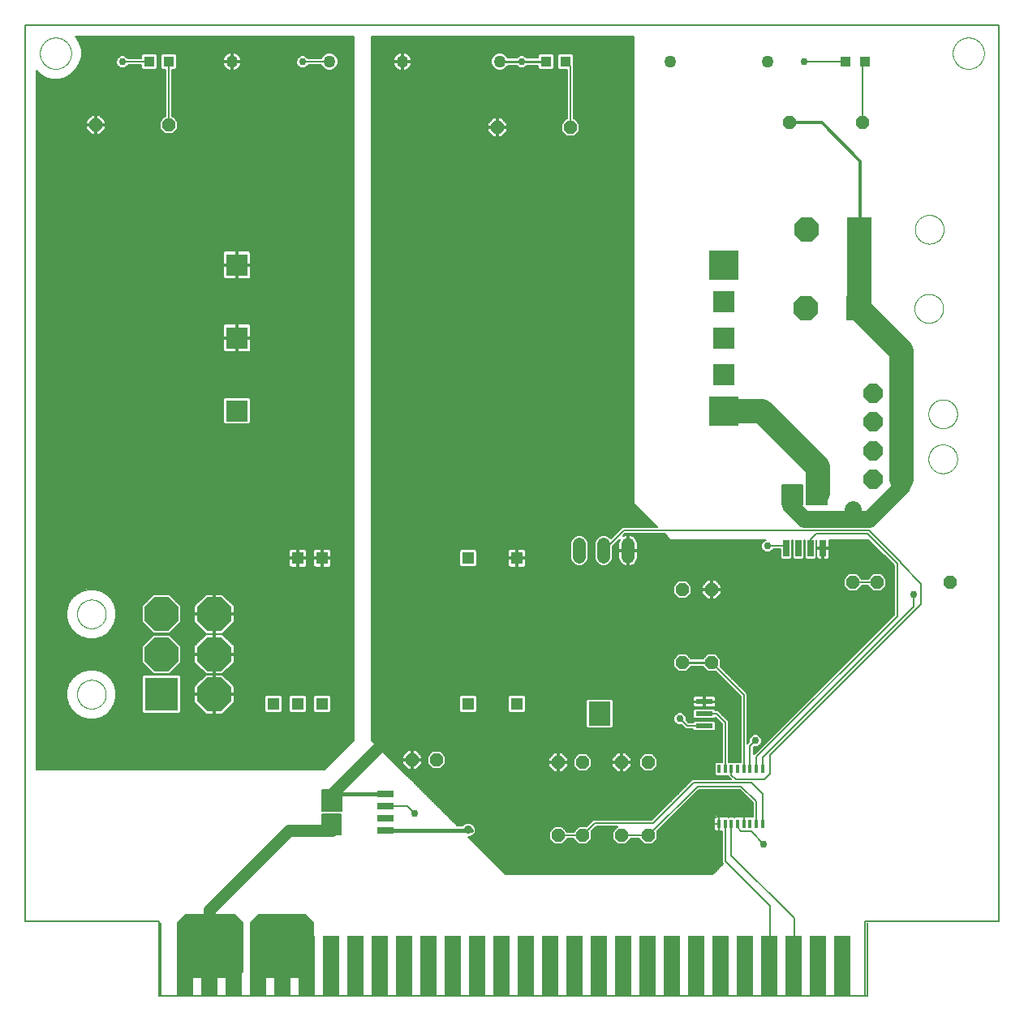
<source format=gtl>
G75*
%MOIN*%
%OFA0B0*%
%FSLAX25Y25*%
%IPPOS*%
%LPD*%
%AMOC8*
5,1,8,0,0,1.08239X$1,22.5*
%
%ADD10C,0.00600*%
%ADD11C,0.00000*%
%ADD12R,0.06500X0.25000*%
%ADD13C,0.00500*%
%ADD14OC8,0.13780*%
%ADD15R,0.13780X0.13780*%
%ADD16R,0.09000X0.09000*%
%ADD17R,0.12000X0.12000*%
%ADD18R,0.04331X0.04331*%
%ADD19OC8,0.05200*%
%ADD20C,0.05000*%
%ADD21R,0.05000X0.05000*%
%ADD22R,0.02559X0.06890*%
%ADD23R,0.06890X0.02559*%
%ADD24R,0.07008X0.02008*%
%ADD25R,0.09016X0.10000*%
%ADD26R,0.01378X0.03543*%
%ADD27OC8,0.10000*%
%ADD28R,0.10000X0.10000*%
%ADD29OC8,0.08000*%
%ADD30R,0.08000X0.08000*%
%ADD31C,0.05200*%
%ADD32C,0.02978*%
%ADD33C,0.05000*%
%ADD34C,0.01600*%
%ADD35C,0.01200*%
%ADD36C,0.01000*%
%ADD37C,0.04159*%
%ADD38C,0.03569*%
%ADD39C,0.10000*%
%ADD40C,0.07000*%
D10*
X0001300Y0035709D02*
X0056418Y0035709D01*
X0056418Y0005000D01*
X0346182Y0005000D01*
X0346182Y0035709D01*
X0401300Y0035709D01*
X0401300Y0404000D01*
X0001300Y0404000D01*
X0001300Y0035709D01*
X0005900Y0098000D02*
X0005900Y0385233D01*
X0007215Y0383918D01*
X0009660Y0382506D01*
X0012388Y0381775D01*
X0015212Y0381775D01*
X0017940Y0382506D01*
X0020385Y0383918D01*
X0022382Y0385915D01*
X0023794Y0388360D01*
X0024525Y0391088D01*
X0024525Y0393912D01*
X0023794Y0396640D01*
X0022382Y0399085D01*
X0022067Y0399400D01*
X0136300Y0399400D01*
X0136300Y0110000D01*
X0124300Y0098000D01*
X0005900Y0098000D01*
X0005900Y0098368D02*
X0124668Y0098368D01*
X0125266Y0098966D02*
X0005900Y0098966D01*
X0005900Y0099565D02*
X0125865Y0099565D01*
X0126463Y0100163D02*
X0005900Y0100163D01*
X0005900Y0100762D02*
X0127062Y0100762D01*
X0127660Y0101360D02*
X0005900Y0101360D01*
X0005900Y0101959D02*
X0128259Y0101959D01*
X0128857Y0102557D02*
X0005900Y0102557D01*
X0005900Y0103156D02*
X0129456Y0103156D01*
X0130054Y0103754D02*
X0005900Y0103754D01*
X0005900Y0104353D02*
X0130653Y0104353D01*
X0131251Y0104951D02*
X0005900Y0104951D01*
X0005900Y0105550D02*
X0131850Y0105550D01*
X0132448Y0106148D02*
X0005900Y0106148D01*
X0005900Y0106747D02*
X0133047Y0106747D01*
X0133645Y0107345D02*
X0005900Y0107345D01*
X0005900Y0107944D02*
X0134244Y0107944D01*
X0134842Y0108542D02*
X0005900Y0108542D01*
X0005900Y0109141D02*
X0135441Y0109141D01*
X0136039Y0109739D02*
X0005900Y0109739D01*
X0005900Y0110338D02*
X0136300Y0110338D01*
X0136300Y0110937D02*
X0005900Y0110937D01*
X0005900Y0111535D02*
X0136300Y0111535D01*
X0136300Y0112134D02*
X0005900Y0112134D01*
X0005900Y0112732D02*
X0136300Y0112732D01*
X0136300Y0113331D02*
X0005900Y0113331D01*
X0005900Y0113929D02*
X0136300Y0113929D01*
X0136300Y0114528D02*
X0005900Y0114528D01*
X0005900Y0115126D02*
X0136300Y0115126D01*
X0136300Y0115725D02*
X0005900Y0115725D01*
X0005900Y0116323D02*
X0136300Y0116323D01*
X0136300Y0116922D02*
X0005900Y0116922D01*
X0005900Y0117520D02*
X0136300Y0117520D01*
X0136300Y0118119D02*
X0005900Y0118119D01*
X0005900Y0118717D02*
X0136300Y0118717D01*
X0136300Y0119316D02*
X0031841Y0119316D01*
X0032499Y0119492D02*
X0029903Y0118796D01*
X0027216Y0118796D01*
X0024621Y0119492D01*
X0022294Y0120836D01*
X0020393Y0122736D01*
X0019050Y0125063D01*
X0018354Y0127658D01*
X0018354Y0130346D01*
X0019050Y0132941D01*
X0020393Y0135268D01*
X0022294Y0137168D01*
X0024621Y0138512D01*
X0027216Y0139207D01*
X0029903Y0139207D01*
X0032499Y0138512D01*
X0034826Y0137168D01*
X0036726Y0135268D01*
X0038070Y0132941D01*
X0038765Y0130346D01*
X0038765Y0127658D01*
X0038070Y0125063D01*
X0036726Y0122736D01*
X0034826Y0120836D01*
X0032499Y0119492D01*
X0033230Y0119914D02*
X0136300Y0119914D01*
X0136300Y0120513D02*
X0034267Y0120513D01*
X0035102Y0121111D02*
X0049846Y0121111D01*
X0049952Y0121005D02*
X0064648Y0121005D01*
X0065297Y0121654D01*
X0065297Y0136350D01*
X0064648Y0136999D01*
X0049952Y0136999D01*
X0049303Y0136350D01*
X0049303Y0121654D01*
X0049952Y0121005D01*
X0049303Y0121710D02*
X0035700Y0121710D01*
X0036299Y0122308D02*
X0049303Y0122308D01*
X0049303Y0122907D02*
X0036825Y0122907D01*
X0037171Y0123505D02*
X0049303Y0123505D01*
X0049303Y0124104D02*
X0037516Y0124104D01*
X0037862Y0124702D02*
X0049303Y0124702D01*
X0049303Y0125301D02*
X0038134Y0125301D01*
X0038294Y0125899D02*
X0049303Y0125899D01*
X0049303Y0126498D02*
X0038454Y0126498D01*
X0038615Y0127096D02*
X0049303Y0127096D01*
X0049303Y0127695D02*
X0038765Y0127695D01*
X0038765Y0128293D02*
X0049303Y0128293D01*
X0049303Y0128892D02*
X0038765Y0128892D01*
X0038765Y0129490D02*
X0049303Y0129490D01*
X0049303Y0130089D02*
X0038765Y0130089D01*
X0038674Y0130687D02*
X0049303Y0130687D01*
X0049303Y0131286D02*
X0038513Y0131286D01*
X0038353Y0131884D02*
X0049303Y0131884D01*
X0049303Y0132483D02*
X0038193Y0132483D01*
X0037989Y0133081D02*
X0049303Y0133081D01*
X0049303Y0133680D02*
X0037643Y0133680D01*
X0037298Y0134278D02*
X0049303Y0134278D01*
X0049303Y0134877D02*
X0036952Y0134877D01*
X0036519Y0135475D02*
X0049303Y0135475D01*
X0049303Y0136074D02*
X0035921Y0136074D01*
X0035322Y0136672D02*
X0049625Y0136672D01*
X0052426Y0139067D02*
X0030429Y0139067D01*
X0032575Y0138468D02*
X0053025Y0138468D01*
X0053623Y0137870D02*
X0033612Y0137870D01*
X0034648Y0137271D02*
X0136300Y0137271D01*
X0136300Y0137870D02*
X0082950Y0137870D01*
X0082392Y0137312D02*
X0087190Y0142110D01*
X0087190Y0145202D01*
X0079300Y0145202D01*
X0079300Y0145802D01*
X0078700Y0145802D01*
X0078700Y0153692D01*
X0075608Y0153692D01*
X0070810Y0148894D01*
X0070810Y0145802D01*
X0078700Y0145802D01*
X0078700Y0145202D01*
X0070810Y0145202D01*
X0070810Y0142110D01*
X0075608Y0137312D01*
X0078700Y0137312D01*
X0078700Y0145202D01*
X0079300Y0145202D01*
X0079300Y0137312D01*
X0082392Y0137312D01*
X0082392Y0137192D02*
X0079300Y0137192D01*
X0079300Y0129302D01*
X0078700Y0129302D01*
X0078700Y0137192D01*
X0075608Y0137192D01*
X0070810Y0132394D01*
X0070810Y0129302D01*
X0078700Y0129302D01*
X0078700Y0128702D01*
X0070810Y0128702D01*
X0070810Y0125610D01*
X0075608Y0120812D01*
X0078700Y0120812D01*
X0078700Y0128702D01*
X0079300Y0128702D01*
X0079300Y0129302D01*
X0087190Y0129302D01*
X0087190Y0132394D01*
X0082392Y0137192D01*
X0082912Y0136672D02*
X0136300Y0136672D01*
X0136300Y0136074D02*
X0083510Y0136074D01*
X0084109Y0135475D02*
X0136300Y0135475D01*
X0136300Y0134877D02*
X0084707Y0134877D01*
X0085306Y0134278D02*
X0136300Y0134278D01*
X0136300Y0133680D02*
X0085904Y0133680D01*
X0086503Y0133081D02*
X0136300Y0133081D01*
X0136300Y0132483D02*
X0087101Y0132483D01*
X0087190Y0131884D02*
X0136300Y0131884D01*
X0136300Y0131286D02*
X0087190Y0131286D01*
X0087190Y0130687D02*
X0136300Y0130687D01*
X0136300Y0130089D02*
X0087190Y0130089D01*
X0087190Y0129490D02*
X0136300Y0129490D01*
X0136300Y0128892D02*
X0079300Y0128892D01*
X0079300Y0128702D02*
X0087190Y0128702D01*
X0087190Y0125610D01*
X0082392Y0120812D01*
X0079300Y0120812D01*
X0079300Y0128702D01*
X0079300Y0128293D02*
X0078700Y0128293D01*
X0078700Y0127695D02*
X0079300Y0127695D01*
X0079300Y0127096D02*
X0078700Y0127096D01*
X0078700Y0126498D02*
X0079300Y0126498D01*
X0079300Y0125899D02*
X0078700Y0125899D01*
X0078700Y0125301D02*
X0079300Y0125301D01*
X0079300Y0124702D02*
X0078700Y0124702D01*
X0078700Y0124104D02*
X0079300Y0124104D01*
X0079300Y0123505D02*
X0078700Y0123505D01*
X0078700Y0122907D02*
X0079300Y0122907D01*
X0079300Y0122308D02*
X0078700Y0122308D01*
X0078700Y0121710D02*
X0079300Y0121710D01*
X0079300Y0121111D02*
X0078700Y0121111D01*
X0075309Y0121111D02*
X0064754Y0121111D01*
X0065297Y0121710D02*
X0074710Y0121710D01*
X0074112Y0122308D02*
X0065297Y0122308D01*
X0065297Y0122907D02*
X0073513Y0122907D01*
X0072915Y0123505D02*
X0065297Y0123505D01*
X0065297Y0124104D02*
X0072316Y0124104D01*
X0071718Y0124702D02*
X0065297Y0124702D01*
X0065297Y0125301D02*
X0071119Y0125301D01*
X0070810Y0125899D02*
X0065297Y0125899D01*
X0065297Y0126498D02*
X0070810Y0126498D01*
X0070810Y0127096D02*
X0065297Y0127096D01*
X0065297Y0127695D02*
X0070810Y0127695D01*
X0070810Y0128293D02*
X0065297Y0128293D01*
X0065297Y0128892D02*
X0078700Y0128892D01*
X0078700Y0129490D02*
X0079300Y0129490D01*
X0079300Y0130089D02*
X0078700Y0130089D01*
X0078700Y0130687D02*
X0079300Y0130687D01*
X0079300Y0131286D02*
X0078700Y0131286D01*
X0078700Y0131884D02*
X0079300Y0131884D01*
X0079300Y0132483D02*
X0078700Y0132483D01*
X0078700Y0133081D02*
X0079300Y0133081D01*
X0079300Y0133680D02*
X0078700Y0133680D01*
X0078700Y0134278D02*
X0079300Y0134278D01*
X0079300Y0134877D02*
X0078700Y0134877D01*
X0078700Y0135475D02*
X0079300Y0135475D01*
X0079300Y0136074D02*
X0078700Y0136074D01*
X0078700Y0136672D02*
X0079300Y0136672D01*
X0079300Y0137870D02*
X0078700Y0137870D01*
X0078700Y0138468D02*
X0079300Y0138468D01*
X0079300Y0139067D02*
X0078700Y0139067D01*
X0078700Y0139665D02*
X0079300Y0139665D01*
X0079300Y0140264D02*
X0078700Y0140264D01*
X0078700Y0140862D02*
X0079300Y0140862D01*
X0079300Y0141461D02*
X0078700Y0141461D01*
X0078700Y0142059D02*
X0079300Y0142059D01*
X0079300Y0142658D02*
X0078700Y0142658D01*
X0078700Y0143256D02*
X0079300Y0143256D01*
X0079300Y0143855D02*
X0078700Y0143855D01*
X0078700Y0144453D02*
X0079300Y0144453D01*
X0079300Y0145052D02*
X0078700Y0145052D01*
X0078700Y0145650D02*
X0065297Y0145650D01*
X0065297Y0145052D02*
X0070810Y0145052D01*
X0070810Y0144453D02*
X0065297Y0144453D01*
X0065297Y0143855D02*
X0070810Y0143855D01*
X0070810Y0143256D02*
X0065297Y0143256D01*
X0065297Y0142658D02*
X0070810Y0142658D01*
X0070861Y0142059D02*
X0065166Y0142059D01*
X0065297Y0142190D02*
X0060612Y0137505D01*
X0053988Y0137505D01*
X0049303Y0142190D01*
X0049303Y0148814D01*
X0053988Y0153499D01*
X0060612Y0153499D01*
X0065297Y0148814D01*
X0065297Y0142190D01*
X0064568Y0141461D02*
X0071459Y0141461D01*
X0072058Y0140862D02*
X0063969Y0140862D01*
X0063371Y0140264D02*
X0072656Y0140264D01*
X0073255Y0139665D02*
X0062772Y0139665D01*
X0062174Y0139067D02*
X0073853Y0139067D01*
X0074452Y0138468D02*
X0061575Y0138468D01*
X0060977Y0137870D02*
X0075050Y0137870D01*
X0075088Y0136672D02*
X0064975Y0136672D01*
X0065297Y0136074D02*
X0074490Y0136074D01*
X0073891Y0135475D02*
X0065297Y0135475D01*
X0065297Y0134877D02*
X0073293Y0134877D01*
X0072694Y0134278D02*
X0065297Y0134278D01*
X0065297Y0133680D02*
X0072096Y0133680D01*
X0071497Y0133081D02*
X0065297Y0133081D01*
X0065297Y0132483D02*
X0070899Y0132483D01*
X0070810Y0131884D02*
X0065297Y0131884D01*
X0065297Y0131286D02*
X0070810Y0131286D01*
X0070810Y0130687D02*
X0065297Y0130687D01*
X0065297Y0130089D02*
X0070810Y0130089D01*
X0070810Y0129490D02*
X0065297Y0129490D01*
X0065297Y0146249D02*
X0070810Y0146249D01*
X0070810Y0146847D02*
X0065297Y0146847D01*
X0065297Y0147446D02*
X0070810Y0147446D01*
X0070810Y0148044D02*
X0065297Y0148044D01*
X0065297Y0148643D02*
X0070810Y0148643D01*
X0071157Y0149241D02*
X0064870Y0149241D01*
X0064271Y0149840D02*
X0071756Y0149840D01*
X0072354Y0150438D02*
X0063673Y0150438D01*
X0063074Y0151037D02*
X0072953Y0151037D01*
X0073551Y0151635D02*
X0062476Y0151635D01*
X0061877Y0152234D02*
X0074150Y0152234D01*
X0074748Y0152832D02*
X0061279Y0152832D01*
X0060680Y0153431D02*
X0075347Y0153431D01*
X0075608Y0153812D02*
X0078700Y0153812D01*
X0078700Y0161702D01*
X0070810Y0161702D01*
X0070810Y0158610D01*
X0075608Y0153812D01*
X0075391Y0154029D02*
X0060637Y0154029D01*
X0060612Y0154005D02*
X0065297Y0158690D01*
X0065297Y0165314D01*
X0060612Y0169999D01*
X0053988Y0169999D01*
X0049303Y0165314D01*
X0049303Y0158690D01*
X0053988Y0154005D01*
X0060612Y0154005D01*
X0061235Y0154628D02*
X0074792Y0154628D01*
X0074194Y0155226D02*
X0061834Y0155226D01*
X0062432Y0155825D02*
X0073595Y0155825D01*
X0072997Y0156423D02*
X0063031Y0156423D01*
X0063629Y0157022D02*
X0072398Y0157022D01*
X0071800Y0157620D02*
X0064228Y0157620D01*
X0064826Y0158219D02*
X0071201Y0158219D01*
X0070810Y0158817D02*
X0065297Y0158817D01*
X0065297Y0159416D02*
X0070810Y0159416D01*
X0070810Y0160014D02*
X0065297Y0160014D01*
X0065297Y0160613D02*
X0070810Y0160613D01*
X0070810Y0161211D02*
X0065297Y0161211D01*
X0065297Y0161810D02*
X0078700Y0161810D01*
X0078700Y0161702D02*
X0078700Y0162302D01*
X0078700Y0170192D01*
X0075608Y0170192D01*
X0070810Y0165394D01*
X0070810Y0162302D01*
X0078700Y0162302D01*
X0079300Y0162302D01*
X0079300Y0170192D01*
X0082392Y0170192D01*
X0087190Y0165394D01*
X0087190Y0162302D01*
X0079300Y0162302D01*
X0079300Y0161702D01*
X0087190Y0161702D01*
X0087190Y0158610D01*
X0082392Y0153812D01*
X0079300Y0153812D01*
X0079300Y0161702D01*
X0078700Y0161702D01*
X0078700Y0161211D02*
X0079300Y0161211D01*
X0079300Y0160613D02*
X0078700Y0160613D01*
X0078700Y0160014D02*
X0079300Y0160014D01*
X0079300Y0159416D02*
X0078700Y0159416D01*
X0078700Y0158817D02*
X0079300Y0158817D01*
X0079300Y0158219D02*
X0078700Y0158219D01*
X0078700Y0157620D02*
X0079300Y0157620D01*
X0079300Y0157022D02*
X0078700Y0157022D01*
X0078700Y0156423D02*
X0079300Y0156423D01*
X0079300Y0155825D02*
X0078700Y0155825D01*
X0078700Y0155226D02*
X0079300Y0155226D01*
X0079300Y0154628D02*
X0078700Y0154628D01*
X0078700Y0154029D02*
X0079300Y0154029D01*
X0079300Y0153692D02*
X0082392Y0153692D01*
X0087190Y0148894D01*
X0087190Y0145802D01*
X0079300Y0145802D01*
X0079300Y0153692D01*
X0079300Y0153431D02*
X0078700Y0153431D01*
X0078700Y0152832D02*
X0079300Y0152832D01*
X0079300Y0152234D02*
X0078700Y0152234D01*
X0078700Y0151635D02*
X0079300Y0151635D01*
X0079300Y0151037D02*
X0078700Y0151037D01*
X0078700Y0150438D02*
X0079300Y0150438D01*
X0079300Y0149840D02*
X0078700Y0149840D01*
X0078700Y0149241D02*
X0079300Y0149241D01*
X0079300Y0148643D02*
X0078700Y0148643D01*
X0078700Y0148044D02*
X0079300Y0148044D01*
X0079300Y0147446D02*
X0078700Y0147446D01*
X0078700Y0146847D02*
X0079300Y0146847D01*
X0079300Y0146249D02*
X0078700Y0146249D01*
X0079300Y0145650D02*
X0136300Y0145650D01*
X0136300Y0145052D02*
X0087190Y0145052D01*
X0087190Y0144453D02*
X0136300Y0144453D01*
X0136300Y0143855D02*
X0087190Y0143855D01*
X0087190Y0143256D02*
X0136300Y0143256D01*
X0136300Y0142658D02*
X0087190Y0142658D01*
X0087139Y0142059D02*
X0136300Y0142059D01*
X0136300Y0141461D02*
X0086541Y0141461D01*
X0085942Y0140862D02*
X0136300Y0140862D01*
X0136300Y0140264D02*
X0085344Y0140264D01*
X0084745Y0139665D02*
X0136300Y0139665D01*
X0136300Y0139067D02*
X0084147Y0139067D01*
X0083548Y0138468D02*
X0136300Y0138468D01*
X0136300Y0146249D02*
X0087190Y0146249D01*
X0087190Y0146847D02*
X0136300Y0146847D01*
X0136300Y0147446D02*
X0087190Y0147446D01*
X0087190Y0148044D02*
X0136300Y0148044D01*
X0136300Y0148643D02*
X0087190Y0148643D01*
X0086843Y0149241D02*
X0136300Y0149241D01*
X0136300Y0149840D02*
X0086244Y0149840D01*
X0085646Y0150438D02*
X0136300Y0150438D01*
X0136300Y0151037D02*
X0085047Y0151037D01*
X0084449Y0151635D02*
X0136300Y0151635D01*
X0136300Y0152234D02*
X0083850Y0152234D01*
X0083252Y0152832D02*
X0136300Y0152832D01*
X0136300Y0153431D02*
X0082653Y0153431D01*
X0082609Y0154029D02*
X0136300Y0154029D01*
X0136300Y0154628D02*
X0083208Y0154628D01*
X0083806Y0155226D02*
X0136300Y0155226D01*
X0136300Y0155825D02*
X0084405Y0155825D01*
X0085003Y0156423D02*
X0136300Y0156423D01*
X0136300Y0157022D02*
X0085602Y0157022D01*
X0086200Y0157620D02*
X0136300Y0157620D01*
X0136300Y0158219D02*
X0086799Y0158219D01*
X0087190Y0158817D02*
X0136300Y0158817D01*
X0136300Y0159416D02*
X0087190Y0159416D01*
X0087190Y0160014D02*
X0136300Y0160014D01*
X0136300Y0160613D02*
X0087190Y0160613D01*
X0087190Y0161211D02*
X0136300Y0161211D01*
X0136300Y0161810D02*
X0079300Y0161810D01*
X0079300Y0162408D02*
X0078700Y0162408D01*
X0078700Y0163007D02*
X0079300Y0163007D01*
X0079300Y0163605D02*
X0078700Y0163605D01*
X0078700Y0164204D02*
X0079300Y0164204D01*
X0079300Y0164803D02*
X0078700Y0164803D01*
X0078700Y0165401D02*
X0079300Y0165401D01*
X0079300Y0166000D02*
X0078700Y0166000D01*
X0078700Y0166598D02*
X0079300Y0166598D01*
X0079300Y0167197D02*
X0078700Y0167197D01*
X0078700Y0167795D02*
X0079300Y0167795D01*
X0079300Y0168394D02*
X0078700Y0168394D01*
X0078700Y0168992D02*
X0079300Y0168992D01*
X0079300Y0169591D02*
X0078700Y0169591D01*
X0078700Y0170189D02*
X0079300Y0170189D01*
X0082395Y0170189D02*
X0136300Y0170189D01*
X0136300Y0169591D02*
X0082993Y0169591D01*
X0083592Y0168992D02*
X0136300Y0168992D01*
X0136300Y0168394D02*
X0084190Y0168394D01*
X0084789Y0167795D02*
X0136300Y0167795D01*
X0136300Y0167197D02*
X0085387Y0167197D01*
X0085986Y0166598D02*
X0136300Y0166598D01*
X0136300Y0166000D02*
X0086584Y0166000D01*
X0087183Y0165401D02*
X0136300Y0165401D01*
X0136300Y0164803D02*
X0087190Y0164803D01*
X0087190Y0164204D02*
X0136300Y0164204D01*
X0136300Y0163605D02*
X0087190Y0163605D01*
X0087190Y0163007D02*
X0136300Y0163007D01*
X0136300Y0162408D02*
X0087190Y0162408D01*
X0075605Y0170189D02*
X0034790Y0170189D01*
X0034826Y0170168D02*
X0032499Y0171512D01*
X0029903Y0172207D01*
X0027216Y0172207D01*
X0024621Y0171512D01*
X0022294Y0170168D01*
X0020393Y0168268D01*
X0019050Y0165941D01*
X0018354Y0163346D01*
X0018354Y0160658D01*
X0019050Y0158063D01*
X0020393Y0155736D01*
X0022294Y0153836D01*
X0024621Y0152492D01*
X0027216Y0151796D01*
X0029903Y0151796D01*
X0032499Y0152492D01*
X0034826Y0153836D01*
X0036726Y0155736D01*
X0038070Y0158063D01*
X0038765Y0160658D01*
X0038765Y0163346D01*
X0038070Y0165941D01*
X0036726Y0168268D01*
X0034826Y0170168D01*
X0035404Y0169591D02*
X0053579Y0169591D01*
X0052981Y0168992D02*
X0036002Y0168992D01*
X0036601Y0168394D02*
X0052382Y0168394D01*
X0051784Y0167795D02*
X0036999Y0167795D01*
X0037345Y0167197D02*
X0051185Y0167197D01*
X0050587Y0166598D02*
X0037691Y0166598D01*
X0038036Y0166000D02*
X0049988Y0166000D01*
X0049390Y0165401D02*
X0038215Y0165401D01*
X0038375Y0164803D02*
X0049303Y0164803D01*
X0049303Y0164204D02*
X0038535Y0164204D01*
X0038696Y0163605D02*
X0049303Y0163605D01*
X0049303Y0163007D02*
X0038765Y0163007D01*
X0038765Y0162408D02*
X0049303Y0162408D01*
X0049303Y0161810D02*
X0038765Y0161810D01*
X0038765Y0161211D02*
X0049303Y0161211D01*
X0049303Y0160613D02*
X0038753Y0160613D01*
X0038593Y0160014D02*
X0049303Y0160014D01*
X0049303Y0159416D02*
X0038432Y0159416D01*
X0038272Y0158817D02*
X0049303Y0158817D01*
X0049774Y0158219D02*
X0038112Y0158219D01*
X0037814Y0157620D02*
X0050372Y0157620D01*
X0050971Y0157022D02*
X0037469Y0157022D01*
X0037123Y0156423D02*
X0051569Y0156423D01*
X0052168Y0155825D02*
X0036778Y0155825D01*
X0036217Y0155226D02*
X0052766Y0155226D01*
X0053365Y0154628D02*
X0035618Y0154628D01*
X0035020Y0154029D02*
X0053963Y0154029D01*
X0053920Y0153431D02*
X0034125Y0153431D01*
X0033089Y0152832D02*
X0053321Y0152832D01*
X0052723Y0152234D02*
X0031536Y0152234D01*
X0025584Y0152234D02*
X0005900Y0152234D01*
X0005900Y0152832D02*
X0024031Y0152832D01*
X0022994Y0153431D02*
X0005900Y0153431D01*
X0005900Y0154029D02*
X0022100Y0154029D01*
X0021501Y0154628D02*
X0005900Y0154628D01*
X0005900Y0155226D02*
X0020903Y0155226D01*
X0020342Y0155825D02*
X0005900Y0155825D01*
X0005900Y0156423D02*
X0019996Y0156423D01*
X0019651Y0157022D02*
X0005900Y0157022D01*
X0005900Y0157620D02*
X0019305Y0157620D01*
X0019008Y0158219D02*
X0005900Y0158219D01*
X0005900Y0158817D02*
X0018848Y0158817D01*
X0018687Y0159416D02*
X0005900Y0159416D01*
X0005900Y0160014D02*
X0018527Y0160014D01*
X0018366Y0160613D02*
X0005900Y0160613D01*
X0005900Y0161211D02*
X0018354Y0161211D01*
X0018354Y0161810D02*
X0005900Y0161810D01*
X0005900Y0162408D02*
X0018354Y0162408D01*
X0018354Y0163007D02*
X0005900Y0163007D01*
X0005900Y0163605D02*
X0018424Y0163605D01*
X0018584Y0164204D02*
X0005900Y0164204D01*
X0005900Y0164803D02*
X0018745Y0164803D01*
X0018905Y0165401D02*
X0005900Y0165401D01*
X0005900Y0166000D02*
X0019084Y0166000D01*
X0019429Y0166598D02*
X0005900Y0166598D01*
X0005900Y0167197D02*
X0019775Y0167197D01*
X0020120Y0167795D02*
X0005900Y0167795D01*
X0005900Y0168394D02*
X0020519Y0168394D01*
X0021117Y0168992D02*
X0005900Y0168992D01*
X0005900Y0169591D02*
X0021716Y0169591D01*
X0022329Y0170189D02*
X0005900Y0170189D01*
X0005900Y0170788D02*
X0023366Y0170788D01*
X0024403Y0171386D02*
X0005900Y0171386D01*
X0005900Y0171985D02*
X0026385Y0171985D01*
X0030735Y0171985D02*
X0136300Y0171985D01*
X0136300Y0172583D02*
X0005900Y0172583D01*
X0005900Y0173182D02*
X0136300Y0173182D01*
X0136300Y0173780D02*
X0005900Y0173780D01*
X0005900Y0174379D02*
X0136300Y0174379D01*
X0136300Y0174977D02*
X0005900Y0174977D01*
X0005900Y0175576D02*
X0136300Y0175576D01*
X0136300Y0176174D02*
X0005900Y0176174D01*
X0005900Y0176773D02*
X0136300Y0176773D01*
X0136300Y0177371D02*
X0005900Y0177371D01*
X0005900Y0177970D02*
X0136300Y0177970D01*
X0136300Y0178568D02*
X0005900Y0178568D01*
X0005900Y0179167D02*
X0136300Y0179167D01*
X0136300Y0179765D02*
X0005900Y0179765D01*
X0005900Y0180364D02*
X0136300Y0180364D01*
X0136300Y0180962D02*
X0005900Y0180962D01*
X0005900Y0181561D02*
X0109901Y0181561D01*
X0110002Y0181460D02*
X0110298Y0181289D01*
X0110629Y0181200D01*
X0113000Y0181200D01*
X0113000Y0184700D01*
X0113600Y0184700D01*
X0113600Y0185300D01*
X0113000Y0185300D01*
X0113000Y0188800D01*
X0110629Y0188800D01*
X0110298Y0188711D01*
X0110002Y0188540D01*
X0109760Y0188298D01*
X0109589Y0188002D01*
X0109500Y0187671D01*
X0109500Y0185300D01*
X0113000Y0185300D01*
X0113000Y0184700D01*
X0109500Y0184700D01*
X0109500Y0182329D01*
X0109589Y0181998D01*
X0109760Y0181702D01*
X0110002Y0181460D01*
X0109545Y0182159D02*
X0005900Y0182159D01*
X0005900Y0182758D02*
X0109500Y0182758D01*
X0109500Y0183356D02*
X0005900Y0183356D01*
X0005900Y0183955D02*
X0109500Y0183955D01*
X0109500Y0184553D02*
X0005900Y0184553D01*
X0005900Y0185152D02*
X0113000Y0185152D01*
X0113000Y0185750D02*
X0113600Y0185750D01*
X0113600Y0185300D02*
X0113600Y0188800D01*
X0115971Y0188800D01*
X0116302Y0188711D01*
X0116598Y0188540D01*
X0116840Y0188298D01*
X0117011Y0188002D01*
X0117100Y0187671D01*
X0117100Y0185300D01*
X0113600Y0185300D01*
X0113600Y0185152D02*
X0123000Y0185152D01*
X0123000Y0185300D02*
X0123000Y0184700D01*
X0123600Y0184700D01*
X0123600Y0185300D01*
X0123000Y0185300D01*
X0123000Y0188800D01*
X0120629Y0188800D01*
X0120298Y0188711D01*
X0120002Y0188540D01*
X0119760Y0188298D01*
X0119589Y0188002D01*
X0119500Y0187671D01*
X0119500Y0185300D01*
X0123000Y0185300D01*
X0123000Y0185750D02*
X0123600Y0185750D01*
X0123600Y0185300D02*
X0123600Y0188800D01*
X0125971Y0188800D01*
X0126302Y0188711D01*
X0126598Y0188540D01*
X0126840Y0188298D01*
X0127011Y0188002D01*
X0127100Y0187671D01*
X0127100Y0185300D01*
X0123600Y0185300D01*
X0123600Y0185152D02*
X0136300Y0185152D01*
X0136300Y0185750D02*
X0127100Y0185750D01*
X0127100Y0186349D02*
X0136300Y0186349D01*
X0136300Y0186947D02*
X0127100Y0186947D01*
X0127100Y0187546D02*
X0136300Y0187546D01*
X0136300Y0188144D02*
X0126929Y0188144D01*
X0126184Y0188743D02*
X0136300Y0188743D01*
X0136300Y0189341D02*
X0005900Y0189341D01*
X0005900Y0188743D02*
X0110416Y0188743D01*
X0109671Y0188144D02*
X0005900Y0188144D01*
X0005900Y0187546D02*
X0109500Y0187546D01*
X0109500Y0186947D02*
X0005900Y0186947D01*
X0005900Y0186349D02*
X0109500Y0186349D01*
X0109500Y0185750D02*
X0005900Y0185750D01*
X0005900Y0189940D02*
X0136300Y0189940D01*
X0136300Y0190539D02*
X0005900Y0190539D01*
X0005900Y0191137D02*
X0136300Y0191137D01*
X0136300Y0191736D02*
X0005900Y0191736D01*
X0005900Y0192334D02*
X0136300Y0192334D01*
X0136300Y0192933D02*
X0005900Y0192933D01*
X0005900Y0193531D02*
X0136300Y0193531D01*
X0136300Y0194130D02*
X0005900Y0194130D01*
X0005900Y0194728D02*
X0136300Y0194728D01*
X0136300Y0195327D02*
X0005900Y0195327D01*
X0005900Y0195925D02*
X0136300Y0195925D01*
X0136300Y0196524D02*
X0005900Y0196524D01*
X0005900Y0197122D02*
X0136300Y0197122D01*
X0136300Y0197721D02*
X0005900Y0197721D01*
X0005900Y0198319D02*
X0136300Y0198319D01*
X0136300Y0198918D02*
X0005900Y0198918D01*
X0005900Y0199516D02*
X0136300Y0199516D01*
X0136300Y0200115D02*
X0005900Y0200115D01*
X0005900Y0200713D02*
X0136300Y0200713D01*
X0136300Y0201312D02*
X0005900Y0201312D01*
X0005900Y0201910D02*
X0136300Y0201910D01*
X0136300Y0202509D02*
X0005900Y0202509D01*
X0005900Y0203107D02*
X0136300Y0203107D01*
X0136300Y0203706D02*
X0005900Y0203706D01*
X0005900Y0204304D02*
X0136300Y0204304D01*
X0136300Y0204903D02*
X0005900Y0204903D01*
X0005900Y0205501D02*
X0136300Y0205501D01*
X0136300Y0206100D02*
X0005900Y0206100D01*
X0005900Y0206698D02*
X0136300Y0206698D01*
X0136300Y0207297D02*
X0005900Y0207297D01*
X0005900Y0207895D02*
X0136300Y0207895D01*
X0136300Y0208494D02*
X0005900Y0208494D01*
X0005900Y0209092D02*
X0136300Y0209092D01*
X0136300Y0209691D02*
X0005900Y0209691D01*
X0005900Y0210289D02*
X0136300Y0210289D01*
X0136300Y0210888D02*
X0005900Y0210888D01*
X0005900Y0211486D02*
X0136300Y0211486D01*
X0136300Y0212085D02*
X0005900Y0212085D01*
X0005900Y0212683D02*
X0136300Y0212683D01*
X0136300Y0213282D02*
X0005900Y0213282D01*
X0005900Y0213880D02*
X0136300Y0213880D01*
X0136300Y0214479D02*
X0005900Y0214479D01*
X0005900Y0215077D02*
X0136300Y0215077D01*
X0136300Y0215676D02*
X0005900Y0215676D01*
X0005900Y0216274D02*
X0136300Y0216274D01*
X0136300Y0216873D02*
X0005900Y0216873D01*
X0005900Y0217472D02*
X0136300Y0217472D01*
X0136300Y0218070D02*
X0005900Y0218070D01*
X0005900Y0218669D02*
X0136300Y0218669D01*
X0136300Y0219267D02*
X0005900Y0219267D01*
X0005900Y0219866D02*
X0136300Y0219866D01*
X0136300Y0220464D02*
X0005900Y0220464D01*
X0005900Y0221063D02*
X0136300Y0221063D01*
X0136300Y0221661D02*
X0005900Y0221661D01*
X0005900Y0222260D02*
X0136300Y0222260D01*
X0136300Y0222858D02*
X0005900Y0222858D01*
X0005900Y0223457D02*
X0136300Y0223457D01*
X0136300Y0224055D02*
X0005900Y0224055D01*
X0005900Y0224654D02*
X0136300Y0224654D01*
X0136300Y0225252D02*
X0005900Y0225252D01*
X0005900Y0225851D02*
X0136300Y0225851D01*
X0136300Y0226449D02*
X0005900Y0226449D01*
X0005900Y0227048D02*
X0136300Y0227048D01*
X0136300Y0227646D02*
X0005900Y0227646D01*
X0005900Y0228245D02*
X0136300Y0228245D01*
X0136300Y0228843D02*
X0005900Y0228843D01*
X0005900Y0229442D02*
X0136300Y0229442D01*
X0136300Y0230040D02*
X0005900Y0230040D01*
X0005900Y0230639D02*
X0136300Y0230639D01*
X0136300Y0231237D02*
X0005900Y0231237D01*
X0005900Y0231836D02*
X0136300Y0231836D01*
X0136300Y0232434D02*
X0005900Y0232434D01*
X0005900Y0233033D02*
X0136300Y0233033D01*
X0136300Y0233631D02*
X0005900Y0233631D01*
X0005900Y0234230D02*
X0136300Y0234230D01*
X0136300Y0234828D02*
X0005900Y0234828D01*
X0005900Y0235427D02*
X0136300Y0235427D01*
X0136300Y0236025D02*
X0005900Y0236025D01*
X0005900Y0236624D02*
X0136300Y0236624D01*
X0136300Y0237222D02*
X0005900Y0237222D01*
X0005900Y0237821D02*
X0136300Y0237821D01*
X0136300Y0238419D02*
X0005900Y0238419D01*
X0005900Y0239018D02*
X0136300Y0239018D01*
X0136300Y0239616D02*
X0005900Y0239616D01*
X0005900Y0240215D02*
X0083019Y0240215D01*
X0083341Y0239893D02*
X0093259Y0239893D01*
X0093907Y0240541D01*
X0093907Y0250459D01*
X0093259Y0251107D01*
X0083341Y0251107D01*
X0082693Y0250459D01*
X0082693Y0240541D01*
X0083341Y0239893D01*
X0082693Y0240813D02*
X0005900Y0240813D01*
X0005900Y0241412D02*
X0082693Y0241412D01*
X0082693Y0242010D02*
X0005900Y0242010D01*
X0005900Y0242609D02*
X0082693Y0242609D01*
X0082693Y0243208D02*
X0005900Y0243208D01*
X0005900Y0243806D02*
X0082693Y0243806D01*
X0082693Y0244405D02*
X0005900Y0244405D01*
X0005900Y0245003D02*
X0082693Y0245003D01*
X0082693Y0245602D02*
X0005900Y0245602D01*
X0005900Y0246200D02*
X0082693Y0246200D01*
X0082693Y0246799D02*
X0005900Y0246799D01*
X0005900Y0247397D02*
X0082693Y0247397D01*
X0082693Y0247996D02*
X0005900Y0247996D01*
X0005900Y0248594D02*
X0082693Y0248594D01*
X0082693Y0249193D02*
X0005900Y0249193D01*
X0005900Y0249791D02*
X0082693Y0249791D01*
X0082693Y0250390D02*
X0005900Y0250390D01*
X0005900Y0250988D02*
X0083223Y0250988D01*
X0093377Y0250988D02*
X0136300Y0250988D01*
X0136300Y0250390D02*
X0093907Y0250390D01*
X0093907Y0249791D02*
X0136300Y0249791D01*
X0136300Y0249193D02*
X0093907Y0249193D01*
X0093907Y0248594D02*
X0136300Y0248594D01*
X0136300Y0247996D02*
X0093907Y0247996D01*
X0093907Y0247397D02*
X0136300Y0247397D01*
X0136300Y0246799D02*
X0093907Y0246799D01*
X0093907Y0246200D02*
X0136300Y0246200D01*
X0136300Y0245602D02*
X0093907Y0245602D01*
X0093907Y0245003D02*
X0136300Y0245003D01*
X0136300Y0244405D02*
X0093907Y0244405D01*
X0093907Y0243806D02*
X0136300Y0243806D01*
X0136300Y0243208D02*
X0093907Y0243208D01*
X0093907Y0242609D02*
X0136300Y0242609D01*
X0136300Y0242010D02*
X0093907Y0242010D01*
X0093907Y0241412D02*
X0136300Y0241412D01*
X0136300Y0240813D02*
X0093907Y0240813D01*
X0093581Y0240215D02*
X0136300Y0240215D01*
X0143800Y0240215D02*
X0251300Y0240215D01*
X0251300Y0240813D02*
X0143800Y0240813D01*
X0143800Y0241412D02*
X0251300Y0241412D01*
X0251300Y0242010D02*
X0143800Y0242010D01*
X0143800Y0242609D02*
X0251300Y0242609D01*
X0251300Y0243208D02*
X0143800Y0243208D01*
X0143800Y0243806D02*
X0251300Y0243806D01*
X0251300Y0244405D02*
X0143800Y0244405D01*
X0143800Y0245003D02*
X0251300Y0245003D01*
X0251300Y0245602D02*
X0143800Y0245602D01*
X0143800Y0246200D02*
X0251300Y0246200D01*
X0251300Y0246799D02*
X0143800Y0246799D01*
X0143800Y0247397D02*
X0251300Y0247397D01*
X0251300Y0247996D02*
X0143800Y0247996D01*
X0143800Y0248594D02*
X0251300Y0248594D01*
X0251300Y0249193D02*
X0143800Y0249193D01*
X0143800Y0249791D02*
X0251300Y0249791D01*
X0251300Y0250390D02*
X0143800Y0250390D01*
X0143800Y0250988D02*
X0251300Y0250988D01*
X0251300Y0251587D02*
X0143800Y0251587D01*
X0143800Y0252185D02*
X0251300Y0252185D01*
X0251300Y0252784D02*
X0143800Y0252784D01*
X0143800Y0253382D02*
X0251300Y0253382D01*
X0251300Y0253981D02*
X0143800Y0253981D01*
X0143800Y0254579D02*
X0251300Y0254579D01*
X0251300Y0255178D02*
X0143800Y0255178D01*
X0143800Y0255776D02*
X0251300Y0255776D01*
X0251300Y0256375D02*
X0143800Y0256375D01*
X0143800Y0256973D02*
X0251300Y0256973D01*
X0251300Y0257572D02*
X0143800Y0257572D01*
X0143800Y0258170D02*
X0251300Y0258170D01*
X0251300Y0258769D02*
X0143800Y0258769D01*
X0143800Y0259367D02*
X0251300Y0259367D01*
X0251300Y0259966D02*
X0143800Y0259966D01*
X0143800Y0260564D02*
X0251300Y0260564D01*
X0251300Y0261163D02*
X0143800Y0261163D01*
X0143800Y0261761D02*
X0251300Y0261761D01*
X0251300Y0262360D02*
X0143800Y0262360D01*
X0143800Y0262958D02*
X0251300Y0262958D01*
X0251300Y0263557D02*
X0143800Y0263557D01*
X0143800Y0264155D02*
X0251300Y0264155D01*
X0251300Y0264754D02*
X0143800Y0264754D01*
X0143800Y0265352D02*
X0251300Y0265352D01*
X0251300Y0265951D02*
X0143800Y0265951D01*
X0143800Y0266549D02*
X0251300Y0266549D01*
X0251300Y0267148D02*
X0143800Y0267148D01*
X0143800Y0267746D02*
X0251300Y0267746D01*
X0251300Y0268345D02*
X0143800Y0268345D01*
X0143800Y0268943D02*
X0251300Y0268943D01*
X0251300Y0269542D02*
X0143800Y0269542D01*
X0143800Y0270141D02*
X0251300Y0270141D01*
X0251300Y0270739D02*
X0143800Y0270739D01*
X0143800Y0271338D02*
X0251300Y0271338D01*
X0251300Y0271936D02*
X0143800Y0271936D01*
X0143800Y0272535D02*
X0251300Y0272535D01*
X0251300Y0273133D02*
X0143800Y0273133D01*
X0143800Y0273732D02*
X0251300Y0273732D01*
X0251300Y0274330D02*
X0143800Y0274330D01*
X0143800Y0274929D02*
X0251300Y0274929D01*
X0251300Y0275527D02*
X0143800Y0275527D01*
X0143800Y0276126D02*
X0251300Y0276126D01*
X0251300Y0276724D02*
X0143800Y0276724D01*
X0143800Y0277323D02*
X0251300Y0277323D01*
X0251300Y0277921D02*
X0143800Y0277921D01*
X0143800Y0278520D02*
X0251300Y0278520D01*
X0251300Y0279118D02*
X0143800Y0279118D01*
X0143800Y0279717D02*
X0251300Y0279717D01*
X0251300Y0280315D02*
X0143800Y0280315D01*
X0143800Y0280914D02*
X0251300Y0280914D01*
X0251300Y0281512D02*
X0143800Y0281512D01*
X0143800Y0282111D02*
X0251300Y0282111D01*
X0251300Y0282709D02*
X0143800Y0282709D01*
X0143800Y0283308D02*
X0251300Y0283308D01*
X0251300Y0283906D02*
X0143800Y0283906D01*
X0143800Y0284505D02*
X0251300Y0284505D01*
X0251300Y0285103D02*
X0143800Y0285103D01*
X0143800Y0285702D02*
X0251300Y0285702D01*
X0251300Y0286300D02*
X0143800Y0286300D01*
X0143800Y0286899D02*
X0251300Y0286899D01*
X0251300Y0287497D02*
X0143800Y0287497D01*
X0143800Y0288096D02*
X0251300Y0288096D01*
X0251300Y0288694D02*
X0143800Y0288694D01*
X0143800Y0289293D02*
X0251300Y0289293D01*
X0251300Y0289891D02*
X0143800Y0289891D01*
X0143800Y0290490D02*
X0251300Y0290490D01*
X0251300Y0291088D02*
X0143800Y0291088D01*
X0143800Y0291687D02*
X0251300Y0291687D01*
X0251300Y0292285D02*
X0143800Y0292285D01*
X0143800Y0292884D02*
X0251300Y0292884D01*
X0251300Y0293482D02*
X0143800Y0293482D01*
X0143800Y0294081D02*
X0251300Y0294081D01*
X0251300Y0294679D02*
X0143800Y0294679D01*
X0143800Y0295278D02*
X0251300Y0295278D01*
X0251300Y0295877D02*
X0143800Y0295877D01*
X0143800Y0296475D02*
X0251300Y0296475D01*
X0251300Y0297074D02*
X0143800Y0297074D01*
X0143800Y0297672D02*
X0251300Y0297672D01*
X0251300Y0298271D02*
X0143800Y0298271D01*
X0143800Y0298869D02*
X0251300Y0298869D01*
X0251300Y0299468D02*
X0143800Y0299468D01*
X0143800Y0300066D02*
X0251300Y0300066D01*
X0251300Y0300665D02*
X0143800Y0300665D01*
X0143800Y0301263D02*
X0251300Y0301263D01*
X0251300Y0301862D02*
X0143800Y0301862D01*
X0143800Y0302460D02*
X0251300Y0302460D01*
X0251300Y0303059D02*
X0143800Y0303059D01*
X0143800Y0303657D02*
X0251300Y0303657D01*
X0251300Y0304256D02*
X0143800Y0304256D01*
X0143800Y0304854D02*
X0251300Y0304854D01*
X0251300Y0305453D02*
X0143800Y0305453D01*
X0143800Y0306051D02*
X0251300Y0306051D01*
X0251300Y0306650D02*
X0143800Y0306650D01*
X0143800Y0307248D02*
X0251300Y0307248D01*
X0251300Y0307847D02*
X0143800Y0307847D01*
X0143800Y0308445D02*
X0251300Y0308445D01*
X0251300Y0309044D02*
X0143800Y0309044D01*
X0143800Y0309642D02*
X0251300Y0309642D01*
X0251300Y0310241D02*
X0143800Y0310241D01*
X0143800Y0310839D02*
X0251300Y0310839D01*
X0251300Y0311438D02*
X0143800Y0311438D01*
X0143800Y0312036D02*
X0251300Y0312036D01*
X0251300Y0312635D02*
X0143800Y0312635D01*
X0143800Y0313233D02*
X0251300Y0313233D01*
X0251300Y0313832D02*
X0143800Y0313832D01*
X0143800Y0314430D02*
X0251300Y0314430D01*
X0251300Y0315029D02*
X0143800Y0315029D01*
X0143800Y0315627D02*
X0251300Y0315627D01*
X0251300Y0316226D02*
X0143800Y0316226D01*
X0143800Y0316824D02*
X0251300Y0316824D01*
X0251300Y0317423D02*
X0143800Y0317423D01*
X0143800Y0318021D02*
X0251300Y0318021D01*
X0251300Y0318620D02*
X0143800Y0318620D01*
X0143800Y0319218D02*
X0251300Y0319218D01*
X0251300Y0319817D02*
X0143800Y0319817D01*
X0143800Y0320415D02*
X0251300Y0320415D01*
X0251300Y0321014D02*
X0143800Y0321014D01*
X0143800Y0321612D02*
X0251300Y0321612D01*
X0251300Y0322211D02*
X0143800Y0322211D01*
X0143800Y0322810D02*
X0251300Y0322810D01*
X0251300Y0323408D02*
X0143800Y0323408D01*
X0143800Y0324007D02*
X0251300Y0324007D01*
X0251300Y0324605D02*
X0143800Y0324605D01*
X0143800Y0325204D02*
X0251300Y0325204D01*
X0251300Y0325802D02*
X0143800Y0325802D01*
X0143800Y0326401D02*
X0251300Y0326401D01*
X0251300Y0326999D02*
X0143800Y0326999D01*
X0143800Y0327598D02*
X0251300Y0327598D01*
X0251300Y0328196D02*
X0143800Y0328196D01*
X0143800Y0328795D02*
X0251300Y0328795D01*
X0251300Y0329393D02*
X0143800Y0329393D01*
X0143800Y0329992D02*
X0251300Y0329992D01*
X0251300Y0330590D02*
X0143800Y0330590D01*
X0143800Y0331189D02*
X0251300Y0331189D01*
X0251300Y0331787D02*
X0143800Y0331787D01*
X0143800Y0332386D02*
X0251300Y0332386D01*
X0251300Y0332984D02*
X0143800Y0332984D01*
X0143800Y0333583D02*
X0251300Y0333583D01*
X0251300Y0334181D02*
X0143800Y0334181D01*
X0143800Y0334780D02*
X0251300Y0334780D01*
X0251300Y0335378D02*
X0143800Y0335378D01*
X0143800Y0335977D02*
X0251300Y0335977D01*
X0251300Y0336575D02*
X0143800Y0336575D01*
X0143800Y0337174D02*
X0251300Y0337174D01*
X0251300Y0337772D02*
X0143800Y0337772D01*
X0143800Y0338371D02*
X0251300Y0338371D01*
X0251300Y0338969D02*
X0143800Y0338969D01*
X0143800Y0339568D02*
X0251300Y0339568D01*
X0251300Y0340166D02*
X0143800Y0340166D01*
X0143800Y0340765D02*
X0251300Y0340765D01*
X0251300Y0341363D02*
X0143800Y0341363D01*
X0143800Y0341962D02*
X0251300Y0341962D01*
X0251300Y0342560D02*
X0143800Y0342560D01*
X0143800Y0343159D02*
X0251300Y0343159D01*
X0251300Y0343757D02*
X0143800Y0343757D01*
X0143800Y0344356D02*
X0251300Y0344356D01*
X0251300Y0344954D02*
X0143800Y0344954D01*
X0143800Y0345553D02*
X0251300Y0345553D01*
X0251300Y0346151D02*
X0143800Y0346151D01*
X0143800Y0346750D02*
X0251300Y0346750D01*
X0251300Y0347348D02*
X0143800Y0347348D01*
X0143800Y0347947D02*
X0251300Y0347947D01*
X0251300Y0348545D02*
X0143800Y0348545D01*
X0143800Y0349144D02*
X0251300Y0349144D01*
X0251300Y0349743D02*
X0143800Y0349743D01*
X0143800Y0350341D02*
X0251300Y0350341D01*
X0251300Y0350940D02*
X0143800Y0350940D01*
X0143800Y0351538D02*
X0251300Y0351538D01*
X0251300Y0352137D02*
X0143800Y0352137D01*
X0143800Y0352735D02*
X0251300Y0352735D01*
X0251300Y0353334D02*
X0143800Y0353334D01*
X0143800Y0353932D02*
X0251300Y0353932D01*
X0251300Y0354531D02*
X0143800Y0354531D01*
X0143800Y0355129D02*
X0251300Y0355129D01*
X0251300Y0355728D02*
X0143800Y0355728D01*
X0143800Y0356326D02*
X0251300Y0356326D01*
X0251300Y0356925D02*
X0143800Y0356925D01*
X0143800Y0357523D02*
X0251300Y0357523D01*
X0251300Y0358122D02*
X0196937Y0358122D01*
X0196915Y0358100D02*
X0199200Y0360385D01*
X0199200Y0361700D01*
X0195600Y0361700D01*
X0195600Y0362300D01*
X0199200Y0362300D01*
X0199200Y0363615D01*
X0196915Y0365900D01*
X0195600Y0365900D01*
X0195600Y0362300D01*
X0195000Y0362300D01*
X0195000Y0365900D01*
X0193685Y0365900D01*
X0191400Y0363615D01*
X0191400Y0362300D01*
X0195000Y0362300D01*
X0195000Y0361700D01*
X0195600Y0361700D01*
X0195600Y0358100D01*
X0196915Y0358100D01*
X0197536Y0358720D02*
X0223337Y0358720D01*
X0223764Y0358293D02*
X0226836Y0358293D01*
X0229007Y0360464D01*
X0229007Y0363536D01*
X0226836Y0365707D01*
X0226707Y0365707D01*
X0226707Y0387520D01*
X0226509Y0387717D01*
X0226509Y0391624D01*
X0225861Y0392272D01*
X0220613Y0392272D01*
X0219965Y0391624D01*
X0219965Y0386376D01*
X0220613Y0385728D01*
X0223893Y0385728D01*
X0223893Y0365707D01*
X0223764Y0365707D01*
X0221593Y0363536D01*
X0221593Y0360464D01*
X0223764Y0358293D01*
X0222739Y0359319D02*
X0198134Y0359319D01*
X0198733Y0359917D02*
X0222140Y0359917D01*
X0221593Y0360516D02*
X0199200Y0360516D01*
X0199200Y0361114D02*
X0221593Y0361114D01*
X0221593Y0361713D02*
X0195600Y0361713D01*
X0195600Y0362311D02*
X0195000Y0362311D01*
X0195000Y0361713D02*
X0143800Y0361713D01*
X0143800Y0362311D02*
X0191400Y0362311D01*
X0191400Y0362910D02*
X0143800Y0362910D01*
X0143800Y0363508D02*
X0191400Y0363508D01*
X0191891Y0364107D02*
X0143800Y0364107D01*
X0143800Y0364705D02*
X0192490Y0364705D01*
X0193088Y0365304D02*
X0143800Y0365304D01*
X0143800Y0365902D02*
X0223893Y0365902D01*
X0223893Y0366501D02*
X0143800Y0366501D01*
X0143800Y0367099D02*
X0223893Y0367099D01*
X0223893Y0367698D02*
X0143800Y0367698D01*
X0143800Y0368296D02*
X0223893Y0368296D01*
X0223893Y0368895D02*
X0143800Y0368895D01*
X0143800Y0369493D02*
X0223893Y0369493D01*
X0223893Y0370092D02*
X0143800Y0370092D01*
X0143800Y0370690D02*
X0223893Y0370690D01*
X0223893Y0371289D02*
X0143800Y0371289D01*
X0143800Y0371887D02*
X0223893Y0371887D01*
X0223893Y0372486D02*
X0143800Y0372486D01*
X0143800Y0373084D02*
X0223893Y0373084D01*
X0223893Y0373683D02*
X0143800Y0373683D01*
X0143800Y0374281D02*
X0223893Y0374281D01*
X0223893Y0374880D02*
X0143800Y0374880D01*
X0143800Y0375479D02*
X0223893Y0375479D01*
X0223893Y0376077D02*
X0143800Y0376077D01*
X0143800Y0376676D02*
X0223893Y0376676D01*
X0223893Y0377274D02*
X0143800Y0377274D01*
X0143800Y0377873D02*
X0223893Y0377873D01*
X0223893Y0378471D02*
X0143800Y0378471D01*
X0143800Y0379070D02*
X0223893Y0379070D01*
X0223893Y0379668D02*
X0143800Y0379668D01*
X0143800Y0380267D02*
X0223893Y0380267D01*
X0223893Y0380865D02*
X0143800Y0380865D01*
X0143800Y0381464D02*
X0223893Y0381464D01*
X0223893Y0382062D02*
X0143800Y0382062D01*
X0143800Y0382661D02*
X0223893Y0382661D01*
X0223893Y0383259D02*
X0143800Y0383259D01*
X0143800Y0383858D02*
X0223893Y0383858D01*
X0223893Y0384456D02*
X0143800Y0384456D01*
X0143800Y0385055D02*
X0223893Y0385055D01*
X0223893Y0385653D02*
X0197646Y0385653D01*
X0197017Y0385393D02*
X0198343Y0385942D01*
X0199358Y0386957D01*
X0199539Y0387393D01*
X0203236Y0387393D01*
X0203829Y0386799D01*
X0204784Y0386404D01*
X0205816Y0386404D01*
X0206771Y0386799D01*
X0207364Y0387393D01*
X0212091Y0387393D01*
X0212091Y0386376D01*
X0212739Y0385728D01*
X0217987Y0385728D01*
X0218635Y0386376D01*
X0218635Y0391624D01*
X0217987Y0392272D01*
X0212739Y0392272D01*
X0212091Y0391624D01*
X0212091Y0390607D01*
X0207364Y0390607D01*
X0206771Y0391201D01*
X0205816Y0391596D01*
X0204784Y0391596D01*
X0203829Y0391201D01*
X0203236Y0390607D01*
X0199539Y0390607D01*
X0199358Y0391043D01*
X0198343Y0392058D01*
X0197017Y0392607D01*
X0195582Y0392607D01*
X0194257Y0392058D01*
X0193242Y0391043D01*
X0192693Y0389717D01*
X0192693Y0388282D01*
X0193242Y0386957D01*
X0194257Y0385942D01*
X0195582Y0385393D01*
X0197017Y0385393D01*
X0198653Y0386252D02*
X0212215Y0386252D01*
X0212091Y0386850D02*
X0206822Y0386850D01*
X0203778Y0386850D02*
X0199251Y0386850D01*
X0199359Y0391040D02*
X0203668Y0391040D01*
X0206932Y0391040D02*
X0212091Y0391040D01*
X0212105Y0391638D02*
X0198763Y0391638D01*
X0197911Y0392237D02*
X0212703Y0392237D01*
X0218023Y0392237D02*
X0220577Y0392237D01*
X0219979Y0391638D02*
X0218621Y0391638D01*
X0218635Y0391040D02*
X0219965Y0391040D01*
X0219965Y0390441D02*
X0218635Y0390441D01*
X0218635Y0389843D02*
X0219965Y0389843D01*
X0219965Y0389244D02*
X0218635Y0389244D01*
X0218635Y0388646D02*
X0219965Y0388646D01*
X0219965Y0388047D02*
X0218635Y0388047D01*
X0218635Y0387449D02*
X0219965Y0387449D01*
X0219965Y0386850D02*
X0218635Y0386850D01*
X0218511Y0386252D02*
X0220089Y0386252D01*
X0223237Y0389000D02*
X0225300Y0386937D01*
X0225300Y0362000D01*
X0227861Y0359319D02*
X0251300Y0359319D01*
X0251300Y0359917D02*
X0228460Y0359917D01*
X0229007Y0360516D02*
X0251300Y0360516D01*
X0251300Y0361114D02*
X0229007Y0361114D01*
X0229007Y0361713D02*
X0251300Y0361713D01*
X0251300Y0362311D02*
X0229007Y0362311D01*
X0229007Y0362910D02*
X0251300Y0362910D01*
X0251300Y0363508D02*
X0229007Y0363508D01*
X0228436Y0364107D02*
X0251300Y0364107D01*
X0251300Y0364705D02*
X0227837Y0364705D01*
X0227239Y0365304D02*
X0251300Y0365304D01*
X0251300Y0365902D02*
X0226707Y0365902D01*
X0226707Y0366501D02*
X0251300Y0366501D01*
X0251300Y0367099D02*
X0226707Y0367099D01*
X0226707Y0367698D02*
X0251300Y0367698D01*
X0251300Y0368296D02*
X0226707Y0368296D01*
X0226707Y0368895D02*
X0251300Y0368895D01*
X0251300Y0369493D02*
X0226707Y0369493D01*
X0226707Y0370092D02*
X0251300Y0370092D01*
X0251300Y0370690D02*
X0226707Y0370690D01*
X0226707Y0371289D02*
X0251300Y0371289D01*
X0251300Y0371887D02*
X0226707Y0371887D01*
X0226707Y0372486D02*
X0251300Y0372486D01*
X0251300Y0373084D02*
X0226707Y0373084D01*
X0226707Y0373683D02*
X0251300Y0373683D01*
X0251300Y0374281D02*
X0226707Y0374281D01*
X0226707Y0374880D02*
X0251300Y0374880D01*
X0251300Y0375479D02*
X0226707Y0375479D01*
X0226707Y0376077D02*
X0251300Y0376077D01*
X0251300Y0376676D02*
X0226707Y0376676D01*
X0226707Y0377274D02*
X0251300Y0377274D01*
X0251300Y0377873D02*
X0226707Y0377873D01*
X0226707Y0378471D02*
X0251300Y0378471D01*
X0251300Y0379070D02*
X0226707Y0379070D01*
X0226707Y0379668D02*
X0251300Y0379668D01*
X0251300Y0380267D02*
X0226707Y0380267D01*
X0226707Y0380865D02*
X0251300Y0380865D01*
X0251300Y0381464D02*
X0226707Y0381464D01*
X0226707Y0382062D02*
X0251300Y0382062D01*
X0251300Y0382661D02*
X0226707Y0382661D01*
X0226707Y0383259D02*
X0251300Y0383259D01*
X0251300Y0383858D02*
X0226707Y0383858D01*
X0226707Y0384456D02*
X0251300Y0384456D01*
X0251300Y0385055D02*
X0226707Y0385055D01*
X0226707Y0385653D02*
X0251300Y0385653D01*
X0251300Y0386252D02*
X0226707Y0386252D01*
X0226707Y0386850D02*
X0251300Y0386850D01*
X0251300Y0387449D02*
X0226707Y0387449D01*
X0226509Y0388047D02*
X0251300Y0388047D01*
X0251300Y0388646D02*
X0226509Y0388646D01*
X0226509Y0389244D02*
X0251300Y0389244D01*
X0251300Y0389843D02*
X0226509Y0389843D01*
X0226509Y0390441D02*
X0251300Y0390441D01*
X0251300Y0391040D02*
X0226509Y0391040D01*
X0226495Y0391638D02*
X0251300Y0391638D01*
X0251300Y0392237D02*
X0225897Y0392237D01*
X0251300Y0392835D02*
X0143800Y0392835D01*
X0143800Y0392237D02*
X0154304Y0392237D01*
X0154500Y0392368D02*
X0153878Y0391952D01*
X0153348Y0391422D01*
X0152932Y0390800D01*
X0152646Y0390108D01*
X0152500Y0389374D01*
X0152500Y0389300D01*
X0156000Y0389300D01*
X0156000Y0392800D01*
X0155926Y0392800D01*
X0155192Y0392654D01*
X0154500Y0392368D01*
X0153564Y0391638D02*
X0143800Y0391638D01*
X0143800Y0391040D02*
X0153093Y0391040D01*
X0152784Y0390441D02*
X0143800Y0390441D01*
X0143800Y0389843D02*
X0152593Y0389843D01*
X0152500Y0388700D02*
X0152500Y0388626D01*
X0152646Y0387892D01*
X0152932Y0387200D01*
X0153348Y0386578D01*
X0153878Y0386048D01*
X0154500Y0385632D01*
X0155192Y0385346D01*
X0155926Y0385200D01*
X0156000Y0385200D01*
X0156000Y0388700D01*
X0156600Y0388700D01*
X0156600Y0389300D01*
X0160100Y0389300D01*
X0160100Y0389374D01*
X0159954Y0390108D01*
X0159668Y0390800D01*
X0159252Y0391422D01*
X0158722Y0391952D01*
X0158100Y0392368D01*
X0157408Y0392654D01*
X0156674Y0392800D01*
X0156600Y0392800D01*
X0156600Y0389300D01*
X0156000Y0389300D01*
X0156000Y0388700D01*
X0152500Y0388700D01*
X0152500Y0388646D02*
X0143800Y0388646D01*
X0143800Y0389244D02*
X0156000Y0389244D01*
X0156000Y0388646D02*
X0156600Y0388646D01*
X0156600Y0388700D02*
X0156600Y0385200D01*
X0156674Y0385200D01*
X0157408Y0385346D01*
X0158100Y0385632D01*
X0158722Y0386048D01*
X0159252Y0386578D01*
X0159668Y0387200D01*
X0159954Y0387892D01*
X0160100Y0388626D01*
X0160100Y0388700D01*
X0156600Y0388700D01*
X0156600Y0389244D02*
X0192693Y0389244D01*
X0192693Y0388646D02*
X0160100Y0388646D01*
X0159985Y0388047D02*
X0192790Y0388047D01*
X0193038Y0387449D02*
X0159771Y0387449D01*
X0159434Y0386850D02*
X0193349Y0386850D01*
X0193947Y0386252D02*
X0158926Y0386252D01*
X0158131Y0385653D02*
X0194954Y0385653D01*
X0192745Y0389843D02*
X0160007Y0389843D01*
X0159816Y0390441D02*
X0192993Y0390441D01*
X0193241Y0391040D02*
X0159507Y0391040D01*
X0159036Y0391638D02*
X0193837Y0391638D01*
X0194689Y0392237D02*
X0158296Y0392237D01*
X0156600Y0392237D02*
X0156000Y0392237D01*
X0156000Y0391638D02*
X0156600Y0391638D01*
X0156600Y0391040D02*
X0156000Y0391040D01*
X0156000Y0390441D02*
X0156600Y0390441D01*
X0156600Y0389843D02*
X0156000Y0389843D01*
X0156000Y0388047D02*
X0156600Y0388047D01*
X0156600Y0387449D02*
X0156000Y0387449D01*
X0156000Y0386850D02*
X0156600Y0386850D01*
X0156600Y0386252D02*
X0156000Y0386252D01*
X0156000Y0385653D02*
X0156600Y0385653D01*
X0154469Y0385653D02*
X0143800Y0385653D01*
X0143800Y0386252D02*
X0153674Y0386252D01*
X0153166Y0386850D02*
X0143800Y0386850D01*
X0143800Y0387449D02*
X0152829Y0387449D01*
X0152615Y0388047D02*
X0143800Y0388047D01*
X0143800Y0393434D02*
X0251300Y0393434D01*
X0251300Y0394032D02*
X0143800Y0394032D01*
X0143800Y0394631D02*
X0251300Y0394631D01*
X0251300Y0395229D02*
X0143800Y0395229D01*
X0143800Y0395828D02*
X0251300Y0395828D01*
X0251300Y0396426D02*
X0143800Y0396426D01*
X0143800Y0397025D02*
X0251300Y0397025D01*
X0251300Y0397623D02*
X0143800Y0397623D01*
X0143800Y0398222D02*
X0251300Y0398222D01*
X0251300Y0398820D02*
X0143800Y0398820D01*
X0143800Y0399400D02*
X0251300Y0399400D01*
X0251300Y0207500D01*
X0261086Y0197714D01*
X0246624Y0197714D01*
X0241926Y0193016D01*
X0241100Y0193843D01*
X0239737Y0194407D01*
X0238263Y0194407D01*
X0236900Y0193843D01*
X0235857Y0192800D01*
X0235293Y0191437D01*
X0235293Y0184763D01*
X0235857Y0183400D01*
X0236900Y0182357D01*
X0238263Y0181793D01*
X0239737Y0181793D01*
X0241100Y0182357D01*
X0242143Y0183400D01*
X0242707Y0184763D01*
X0242707Y0189817D01*
X0245759Y0192869D01*
X0245544Y0192547D01*
X0245250Y0191838D01*
X0245100Y0191084D01*
X0245100Y0188400D01*
X0248700Y0188400D01*
X0248700Y0194600D01*
X0248616Y0194600D01*
X0247862Y0194450D01*
X0247153Y0194156D01*
X0246831Y0193941D01*
X0247790Y0194900D01*
X0263900Y0194900D01*
X0266300Y0192500D01*
X0305552Y0192500D01*
X0304829Y0192201D01*
X0304099Y0191471D01*
X0303704Y0190516D01*
X0303704Y0189484D01*
X0304099Y0188529D01*
X0304829Y0187799D01*
X0305784Y0187404D01*
X0306816Y0187404D01*
X0307771Y0187799D01*
X0308501Y0188529D01*
X0308527Y0188593D01*
X0311613Y0188593D01*
X0311613Y0185149D01*
X0312262Y0184501D01*
X0315738Y0184501D01*
X0316387Y0185149D01*
X0316387Y0192500D01*
X0316613Y0192500D01*
X0316613Y0185149D01*
X0317262Y0184501D01*
X0320738Y0184501D01*
X0321387Y0185149D01*
X0321387Y0192500D01*
X0321613Y0192500D01*
X0321613Y0185149D01*
X0322262Y0184501D01*
X0325738Y0184501D01*
X0326387Y0185149D01*
X0326387Y0192500D01*
X0326420Y0192500D01*
X0326420Y0189353D01*
X0328700Y0189353D01*
X0328700Y0188753D01*
X0326420Y0188753D01*
X0326420Y0185437D01*
X0326509Y0185106D01*
X0326680Y0184810D01*
X0326922Y0184568D01*
X0327219Y0184396D01*
X0327549Y0184308D01*
X0328700Y0184308D01*
X0328700Y0188753D01*
X0329300Y0188753D01*
X0329300Y0189353D01*
X0331580Y0189353D01*
X0331580Y0192500D01*
X0347810Y0192500D01*
X0358193Y0182117D01*
X0358193Y0161785D01*
X0301212Y0104805D01*
X0301115Y0104805D01*
X0300546Y0104236D01*
X0300546Y0107256D01*
X0300720Y0107430D01*
X0300784Y0107404D01*
X0301816Y0107404D01*
X0302771Y0107799D01*
X0303501Y0108529D01*
X0303896Y0109484D01*
X0303896Y0110516D01*
X0303501Y0111471D01*
X0302771Y0112201D01*
X0301816Y0112596D01*
X0300784Y0112596D01*
X0299829Y0112201D01*
X0299099Y0111471D01*
X0298704Y0110516D01*
X0298704Y0109484D01*
X0298730Y0109420D01*
X0297987Y0108677D01*
X0297987Y0129303D01*
X0286916Y0140374D01*
X0287007Y0140464D01*
X0287007Y0143536D01*
X0284836Y0145707D01*
X0281764Y0145707D01*
X0279664Y0143607D01*
X0274936Y0143607D01*
X0272836Y0145707D01*
X0269764Y0145707D01*
X0267593Y0143536D01*
X0267593Y0140464D01*
X0269764Y0138293D01*
X0272836Y0138293D01*
X0274936Y0140393D01*
X0279664Y0140393D01*
X0281764Y0138293D01*
X0284836Y0138293D01*
X0284926Y0138384D01*
X0295172Y0128138D01*
X0295172Y0101193D01*
X0295168Y0101198D01*
X0292873Y0101198D01*
X0292741Y0101066D01*
X0292609Y0101198D01*
X0290314Y0101198D01*
X0290309Y0101193D01*
X0290309Y0117980D01*
X0285883Y0122407D01*
X0284911Y0122407D01*
X0284911Y0122462D01*
X0284263Y0123111D01*
X0276337Y0123111D01*
X0275689Y0122462D01*
X0275689Y0119537D01*
X0276337Y0118889D01*
X0284263Y0118889D01*
X0284842Y0119468D01*
X0287495Y0116815D01*
X0287495Y0101193D01*
X0287491Y0101198D01*
X0285196Y0101198D01*
X0284547Y0100549D01*
X0284547Y0096089D01*
X0285196Y0095440D01*
X0287491Y0095440D01*
X0287623Y0095572D01*
X0287755Y0095440D01*
X0290050Y0095440D01*
X0290054Y0095445D01*
X0290054Y0095256D01*
X0291310Y0094000D01*
X0275310Y0094000D01*
X0267293Y0085983D01*
X0258717Y0077407D01*
X0234717Y0077407D01*
X0231926Y0074616D01*
X0231836Y0074707D01*
X0228764Y0074707D01*
X0226593Y0072536D01*
X0226593Y0072407D01*
X0224007Y0072407D01*
X0224007Y0072536D01*
X0221836Y0074707D01*
X0218764Y0074707D01*
X0216593Y0072536D01*
X0216593Y0069464D01*
X0218764Y0067293D01*
X0221836Y0067293D01*
X0224007Y0069464D01*
X0224007Y0069593D01*
X0226593Y0069593D01*
X0226593Y0069464D01*
X0228764Y0067293D01*
X0231836Y0067293D01*
X0234007Y0069464D01*
X0234007Y0072536D01*
X0233916Y0072626D01*
X0235883Y0074593D01*
X0244650Y0074593D01*
X0242593Y0072536D01*
X0242593Y0069464D01*
X0244764Y0067293D01*
X0247836Y0067293D01*
X0250007Y0069464D01*
X0250007Y0069593D01*
X0253593Y0069593D01*
X0253593Y0069464D01*
X0255764Y0067293D01*
X0258836Y0067293D01*
X0261007Y0069464D01*
X0261007Y0072536D01*
X0260916Y0072626D01*
X0278069Y0089779D01*
X0294817Y0089779D01*
X0300291Y0084305D01*
X0300291Y0078555D01*
X0300286Y0078560D01*
X0297991Y0078560D01*
X0297976Y0078545D01*
X0297770Y0078664D01*
X0297440Y0078753D01*
X0296624Y0078753D01*
X0296624Y0075726D01*
X0296535Y0075726D01*
X0296535Y0078753D01*
X0295719Y0078753D01*
X0295389Y0078664D01*
X0295183Y0078545D01*
X0295168Y0078560D01*
X0292873Y0078560D01*
X0292741Y0078428D01*
X0292609Y0078560D01*
X0290314Y0078560D01*
X0290182Y0078428D01*
X0290050Y0078560D01*
X0287755Y0078560D01*
X0287740Y0078545D01*
X0287534Y0078664D01*
X0287203Y0078753D01*
X0286388Y0078753D01*
X0286388Y0075726D01*
X0286299Y0075726D01*
X0286299Y0078753D01*
X0285483Y0078753D01*
X0285153Y0078664D01*
X0284856Y0078493D01*
X0284614Y0078251D01*
X0284443Y0077955D01*
X0284354Y0077624D01*
X0284354Y0075726D01*
X0286299Y0075726D01*
X0286299Y0075637D01*
X0284354Y0075637D01*
X0284354Y0073738D01*
X0284443Y0073408D01*
X0284614Y0073111D01*
X0284856Y0072869D01*
X0285153Y0072698D01*
X0285483Y0072609D01*
X0286299Y0072609D01*
X0286299Y0075637D01*
X0286388Y0075637D01*
X0286388Y0072609D01*
X0287203Y0072609D01*
X0287495Y0072688D01*
X0287495Y0059815D01*
X0288055Y0059255D01*
X0283800Y0055000D01*
X0198800Y0055000D01*
X0183391Y0070409D01*
X0183875Y0070409D01*
X0184938Y0070849D01*
X0185082Y0070993D01*
X0185290Y0070993D01*
X0186407Y0072110D01*
X0186407Y0073690D01*
X0186170Y0073927D01*
X0185751Y0074938D01*
X0184938Y0075751D01*
X0183875Y0076191D01*
X0182725Y0076191D01*
X0181662Y0075751D01*
X0180849Y0074938D01*
X0180836Y0074907D01*
X0178893Y0074907D01*
X0143800Y0110000D01*
X0143800Y0399400D01*
X0136300Y0398820D02*
X0022535Y0398820D01*
X0022881Y0398222D02*
X0136300Y0398222D01*
X0136300Y0397623D02*
X0023226Y0397623D01*
X0023572Y0397025D02*
X0136300Y0397025D01*
X0136300Y0396426D02*
X0023851Y0396426D01*
X0024012Y0395828D02*
X0136300Y0395828D01*
X0136300Y0395229D02*
X0024172Y0395229D01*
X0024332Y0394631D02*
X0136300Y0394631D01*
X0136300Y0394032D02*
X0024493Y0394032D01*
X0024525Y0393434D02*
X0136300Y0393434D01*
X0136300Y0392835D02*
X0024525Y0392835D01*
X0024525Y0392237D02*
X0049703Y0392237D01*
X0049739Y0392272D02*
X0049091Y0391624D01*
X0049091Y0390407D01*
X0043527Y0390407D01*
X0043501Y0390471D01*
X0042771Y0391201D01*
X0041816Y0391596D01*
X0040784Y0391596D01*
X0039829Y0391201D01*
X0039099Y0390471D01*
X0038704Y0389516D01*
X0038704Y0388484D01*
X0039099Y0387529D01*
X0039829Y0386799D01*
X0040784Y0386404D01*
X0041816Y0386404D01*
X0042771Y0386799D01*
X0043501Y0387529D01*
X0043527Y0387593D01*
X0049091Y0387593D01*
X0049091Y0386376D01*
X0049739Y0385728D01*
X0054987Y0385728D01*
X0055635Y0386376D01*
X0055635Y0391624D01*
X0054987Y0392272D01*
X0049739Y0392272D01*
X0049105Y0391638D02*
X0024525Y0391638D01*
X0024512Y0391040D02*
X0039668Y0391040D01*
X0039087Y0390441D02*
X0024352Y0390441D01*
X0024191Y0389843D02*
X0038839Y0389843D01*
X0038704Y0389244D02*
X0024031Y0389244D01*
X0023871Y0388646D02*
X0038704Y0388646D01*
X0038885Y0388047D02*
X0023613Y0388047D01*
X0023268Y0387449D02*
X0039180Y0387449D01*
X0039778Y0386850D02*
X0022922Y0386850D01*
X0022577Y0386252D02*
X0049215Y0386252D01*
X0049091Y0386850D02*
X0042822Y0386850D01*
X0043420Y0387449D02*
X0049091Y0387449D01*
X0049091Y0390441D02*
X0043513Y0390441D01*
X0042932Y0391040D02*
X0049091Y0391040D01*
X0052363Y0389000D02*
X0041300Y0389000D01*
X0055023Y0392237D02*
X0057577Y0392237D01*
X0057613Y0392272D02*
X0056965Y0391624D01*
X0056965Y0386376D01*
X0057613Y0385728D01*
X0058893Y0385728D01*
X0058893Y0366707D01*
X0058764Y0366707D01*
X0056593Y0364536D01*
X0056593Y0361464D01*
X0058764Y0359293D01*
X0061836Y0359293D01*
X0064007Y0361464D01*
X0064007Y0364536D01*
X0061836Y0366707D01*
X0061707Y0366707D01*
X0061707Y0385728D01*
X0062861Y0385728D01*
X0063509Y0386376D01*
X0063509Y0391624D01*
X0062861Y0392272D01*
X0057613Y0392272D01*
X0056979Y0391638D02*
X0055621Y0391638D01*
X0055635Y0391040D02*
X0056965Y0391040D01*
X0056965Y0390441D02*
X0055635Y0390441D01*
X0055635Y0389843D02*
X0056965Y0389843D01*
X0056965Y0389244D02*
X0055635Y0389244D01*
X0055635Y0388646D02*
X0056965Y0388646D01*
X0056965Y0388047D02*
X0055635Y0388047D01*
X0055635Y0387449D02*
X0056965Y0387449D01*
X0056965Y0386850D02*
X0055635Y0386850D01*
X0055511Y0386252D02*
X0057089Y0386252D01*
X0058893Y0385653D02*
X0022121Y0385653D01*
X0021522Y0385055D02*
X0058893Y0385055D01*
X0058893Y0384456D02*
X0020924Y0384456D01*
X0020281Y0383858D02*
X0058893Y0383858D01*
X0058893Y0383259D02*
X0019244Y0383259D01*
X0018208Y0382661D02*
X0058893Y0382661D01*
X0058893Y0382062D02*
X0016284Y0382062D01*
X0011316Y0382062D02*
X0005900Y0382062D01*
X0005900Y0381464D02*
X0058893Y0381464D01*
X0058893Y0380865D02*
X0005900Y0380865D01*
X0005900Y0380267D02*
X0058893Y0380267D01*
X0058893Y0379668D02*
X0005900Y0379668D01*
X0005900Y0379070D02*
X0058893Y0379070D01*
X0058893Y0378471D02*
X0005900Y0378471D01*
X0005900Y0377873D02*
X0058893Y0377873D01*
X0058893Y0377274D02*
X0005900Y0377274D01*
X0005900Y0376676D02*
X0058893Y0376676D01*
X0058893Y0376077D02*
X0005900Y0376077D01*
X0005900Y0375479D02*
X0058893Y0375479D01*
X0058893Y0374880D02*
X0005900Y0374880D01*
X0005900Y0374281D02*
X0058893Y0374281D01*
X0058893Y0373683D02*
X0005900Y0373683D01*
X0005900Y0373084D02*
X0058893Y0373084D01*
X0058893Y0372486D02*
X0005900Y0372486D01*
X0005900Y0371887D02*
X0058893Y0371887D01*
X0058893Y0371289D02*
X0005900Y0371289D01*
X0005900Y0370690D02*
X0058893Y0370690D01*
X0058893Y0370092D02*
X0005900Y0370092D01*
X0005900Y0369493D02*
X0058893Y0369493D01*
X0058893Y0368895D02*
X0005900Y0368895D01*
X0005900Y0368296D02*
X0058893Y0368296D01*
X0058893Y0367698D02*
X0005900Y0367698D01*
X0005900Y0367099D02*
X0058893Y0367099D01*
X0058558Y0366501D02*
X0032315Y0366501D01*
X0031915Y0366900D02*
X0034200Y0364615D01*
X0034200Y0363300D01*
X0030600Y0363300D01*
X0030600Y0362700D01*
X0034200Y0362700D01*
X0034200Y0361385D01*
X0031915Y0359100D01*
X0030600Y0359100D01*
X0030600Y0362700D01*
X0030000Y0362700D01*
X0030000Y0359100D01*
X0028685Y0359100D01*
X0026400Y0361385D01*
X0026400Y0362700D01*
X0030000Y0362700D01*
X0030000Y0363300D01*
X0030000Y0366900D01*
X0028685Y0366900D01*
X0026400Y0364615D01*
X0026400Y0363300D01*
X0030000Y0363300D01*
X0030600Y0363300D01*
X0030600Y0366900D01*
X0031915Y0366900D01*
X0030600Y0366501D02*
X0030000Y0366501D01*
X0030000Y0365902D02*
X0030600Y0365902D01*
X0030600Y0365304D02*
X0030000Y0365304D01*
X0030000Y0364705D02*
X0030600Y0364705D01*
X0030600Y0364107D02*
X0030000Y0364107D01*
X0030000Y0363508D02*
X0030600Y0363508D01*
X0030600Y0362910D02*
X0056593Y0362910D01*
X0056593Y0363508D02*
X0034200Y0363508D01*
X0034200Y0364107D02*
X0056593Y0364107D01*
X0056763Y0364705D02*
X0034110Y0364705D01*
X0033512Y0365304D02*
X0057361Y0365304D01*
X0057960Y0365902D02*
X0032913Y0365902D01*
X0034200Y0362311D02*
X0056593Y0362311D01*
X0056593Y0361713D02*
X0034200Y0361713D01*
X0033930Y0361114D02*
X0056943Y0361114D01*
X0057542Y0360516D02*
X0033331Y0360516D01*
X0032733Y0359917D02*
X0058140Y0359917D01*
X0058739Y0359319D02*
X0032134Y0359319D01*
X0030600Y0359319D02*
X0030000Y0359319D01*
X0030000Y0359917D02*
X0030600Y0359917D01*
X0030600Y0360516D02*
X0030000Y0360516D01*
X0030000Y0361114D02*
X0030600Y0361114D01*
X0030600Y0361713D02*
X0030000Y0361713D01*
X0030000Y0362311D02*
X0030600Y0362311D01*
X0030000Y0362910D02*
X0005900Y0362910D01*
X0005900Y0363508D02*
X0026400Y0363508D01*
X0026400Y0364107D02*
X0005900Y0364107D01*
X0005900Y0364705D02*
X0026490Y0364705D01*
X0027088Y0365304D02*
X0005900Y0365304D01*
X0005900Y0365902D02*
X0027687Y0365902D01*
X0028285Y0366501D02*
X0005900Y0366501D01*
X0005900Y0362311D02*
X0026400Y0362311D01*
X0026400Y0361713D02*
X0005900Y0361713D01*
X0005900Y0361114D02*
X0026670Y0361114D01*
X0027269Y0360516D02*
X0005900Y0360516D01*
X0005900Y0359917D02*
X0027867Y0359917D01*
X0028466Y0359319D02*
X0005900Y0359319D01*
X0005900Y0358720D02*
X0136300Y0358720D01*
X0136300Y0358122D02*
X0005900Y0358122D01*
X0005900Y0357523D02*
X0136300Y0357523D01*
X0136300Y0356925D02*
X0005900Y0356925D01*
X0005900Y0356326D02*
X0136300Y0356326D01*
X0136300Y0355728D02*
X0005900Y0355728D01*
X0005900Y0355129D02*
X0136300Y0355129D01*
X0136300Y0354531D02*
X0005900Y0354531D01*
X0005900Y0353932D02*
X0136300Y0353932D01*
X0136300Y0353334D02*
X0005900Y0353334D01*
X0005900Y0352735D02*
X0136300Y0352735D01*
X0136300Y0352137D02*
X0005900Y0352137D01*
X0005900Y0351538D02*
X0136300Y0351538D01*
X0136300Y0350940D02*
X0005900Y0350940D01*
X0005900Y0350341D02*
X0136300Y0350341D01*
X0136300Y0349743D02*
X0005900Y0349743D01*
X0005900Y0349144D02*
X0136300Y0349144D01*
X0136300Y0348545D02*
X0005900Y0348545D01*
X0005900Y0347947D02*
X0136300Y0347947D01*
X0136300Y0347348D02*
X0005900Y0347348D01*
X0005900Y0346750D02*
X0136300Y0346750D01*
X0136300Y0346151D02*
X0005900Y0346151D01*
X0005900Y0345553D02*
X0136300Y0345553D01*
X0136300Y0344954D02*
X0005900Y0344954D01*
X0005900Y0344356D02*
X0136300Y0344356D01*
X0136300Y0343757D02*
X0005900Y0343757D01*
X0005900Y0343159D02*
X0136300Y0343159D01*
X0136300Y0342560D02*
X0005900Y0342560D01*
X0005900Y0341962D02*
X0136300Y0341962D01*
X0136300Y0341363D02*
X0005900Y0341363D01*
X0005900Y0340765D02*
X0136300Y0340765D01*
X0136300Y0340166D02*
X0005900Y0340166D01*
X0005900Y0339568D02*
X0136300Y0339568D01*
X0136300Y0338969D02*
X0005900Y0338969D01*
X0005900Y0338371D02*
X0136300Y0338371D01*
X0136300Y0337772D02*
X0005900Y0337772D01*
X0005900Y0337174D02*
X0136300Y0337174D01*
X0136300Y0336575D02*
X0005900Y0336575D01*
X0005900Y0335977D02*
X0136300Y0335977D01*
X0136300Y0335378D02*
X0005900Y0335378D01*
X0005900Y0334780D02*
X0136300Y0334780D01*
X0136300Y0334181D02*
X0005900Y0334181D01*
X0005900Y0333583D02*
X0136300Y0333583D01*
X0136300Y0332984D02*
X0005900Y0332984D01*
X0005900Y0332386D02*
X0136300Y0332386D01*
X0136300Y0331787D02*
X0005900Y0331787D01*
X0005900Y0331189D02*
X0136300Y0331189D01*
X0136300Y0330590D02*
X0005900Y0330590D01*
X0005900Y0329992D02*
X0136300Y0329992D01*
X0136300Y0329393D02*
X0005900Y0329393D01*
X0005900Y0328795D02*
X0136300Y0328795D01*
X0136300Y0328196D02*
X0005900Y0328196D01*
X0005900Y0327598D02*
X0136300Y0327598D01*
X0136300Y0326999D02*
X0005900Y0326999D01*
X0005900Y0326401D02*
X0136300Y0326401D01*
X0136300Y0325802D02*
X0005900Y0325802D01*
X0005900Y0325204D02*
X0136300Y0325204D01*
X0136300Y0324605D02*
X0005900Y0324605D01*
X0005900Y0324007D02*
X0136300Y0324007D01*
X0136300Y0323408D02*
X0005900Y0323408D01*
X0005900Y0322810D02*
X0136300Y0322810D01*
X0136300Y0322211D02*
X0005900Y0322211D01*
X0005900Y0321612D02*
X0136300Y0321612D01*
X0136300Y0321014D02*
X0005900Y0321014D01*
X0005900Y0320415D02*
X0136300Y0320415D01*
X0136300Y0319817D02*
X0005900Y0319817D01*
X0005900Y0319218D02*
X0136300Y0319218D01*
X0136300Y0318620D02*
X0005900Y0318620D01*
X0005900Y0318021D02*
X0136300Y0318021D01*
X0136300Y0317423D02*
X0005900Y0317423D01*
X0005900Y0316824D02*
X0136300Y0316824D01*
X0136300Y0316226D02*
X0005900Y0316226D01*
X0005900Y0315627D02*
X0136300Y0315627D01*
X0136300Y0315029D02*
X0005900Y0315029D01*
X0005900Y0314430D02*
X0136300Y0314430D01*
X0136300Y0313832D02*
X0005900Y0313832D01*
X0005900Y0313233D02*
X0136300Y0313233D01*
X0136300Y0312635D02*
X0005900Y0312635D01*
X0005900Y0312036D02*
X0136300Y0312036D01*
X0136300Y0311438D02*
X0005900Y0311438D01*
X0005900Y0310839D02*
X0082801Y0310839D01*
X0082760Y0310798D02*
X0082589Y0310502D01*
X0082500Y0310171D01*
X0082500Y0305800D01*
X0088000Y0305800D01*
X0088000Y0311300D01*
X0083629Y0311300D01*
X0083298Y0311211D01*
X0083002Y0311040D01*
X0082760Y0310798D01*
X0082519Y0310241D02*
X0005900Y0310241D01*
X0005900Y0309642D02*
X0082500Y0309642D01*
X0082500Y0309044D02*
X0005900Y0309044D01*
X0005900Y0308445D02*
X0082500Y0308445D01*
X0082500Y0307847D02*
X0005900Y0307847D01*
X0005900Y0307248D02*
X0082500Y0307248D01*
X0082500Y0306650D02*
X0005900Y0306650D01*
X0005900Y0306051D02*
X0082500Y0306051D01*
X0082500Y0305200D02*
X0082500Y0300829D01*
X0082589Y0300498D01*
X0082760Y0300202D01*
X0083002Y0299960D01*
X0083298Y0299789D01*
X0083629Y0299700D01*
X0088000Y0299700D01*
X0088000Y0305200D01*
X0088600Y0305200D01*
X0088600Y0305800D01*
X0094100Y0305800D01*
X0094100Y0310171D01*
X0094011Y0310502D01*
X0093840Y0310798D01*
X0093598Y0311040D01*
X0093302Y0311211D01*
X0092971Y0311300D01*
X0088600Y0311300D01*
X0088600Y0305800D01*
X0088000Y0305800D01*
X0088000Y0305200D01*
X0082500Y0305200D01*
X0082500Y0304854D02*
X0005900Y0304854D01*
X0005900Y0304256D02*
X0082500Y0304256D01*
X0082500Y0303657D02*
X0005900Y0303657D01*
X0005900Y0303059D02*
X0082500Y0303059D01*
X0082500Y0302460D02*
X0005900Y0302460D01*
X0005900Y0301862D02*
X0082500Y0301862D01*
X0082500Y0301263D02*
X0005900Y0301263D01*
X0005900Y0300665D02*
X0082544Y0300665D01*
X0082895Y0300066D02*
X0005900Y0300066D01*
X0005900Y0299468D02*
X0136300Y0299468D01*
X0136300Y0300066D02*
X0093705Y0300066D01*
X0093598Y0299960D02*
X0093840Y0300202D01*
X0094011Y0300498D01*
X0094100Y0300829D01*
X0094100Y0305200D01*
X0088600Y0305200D01*
X0088600Y0299700D01*
X0092971Y0299700D01*
X0093302Y0299789D01*
X0093598Y0299960D01*
X0094056Y0300665D02*
X0136300Y0300665D01*
X0136300Y0301263D02*
X0094100Y0301263D01*
X0094100Y0301862D02*
X0136300Y0301862D01*
X0136300Y0302460D02*
X0094100Y0302460D01*
X0094100Y0303059D02*
X0136300Y0303059D01*
X0136300Y0303657D02*
X0094100Y0303657D01*
X0094100Y0304256D02*
X0136300Y0304256D01*
X0136300Y0304854D02*
X0094100Y0304854D01*
X0094100Y0306051D02*
X0136300Y0306051D01*
X0136300Y0305453D02*
X0088600Y0305453D01*
X0088600Y0306051D02*
X0088000Y0306051D01*
X0088000Y0305453D02*
X0005900Y0305453D01*
X0005900Y0298869D02*
X0136300Y0298869D01*
X0136300Y0298271D02*
X0005900Y0298271D01*
X0005900Y0297672D02*
X0136300Y0297672D01*
X0136300Y0297074D02*
X0005900Y0297074D01*
X0005900Y0296475D02*
X0136300Y0296475D01*
X0136300Y0295877D02*
X0005900Y0295877D01*
X0005900Y0295278D02*
X0136300Y0295278D01*
X0136300Y0294679D02*
X0005900Y0294679D01*
X0005900Y0294081D02*
X0136300Y0294081D01*
X0136300Y0293482D02*
X0005900Y0293482D01*
X0005900Y0292884D02*
X0136300Y0292884D01*
X0136300Y0292285D02*
X0005900Y0292285D01*
X0005900Y0291687D02*
X0136300Y0291687D01*
X0136300Y0291088D02*
X0005900Y0291088D01*
X0005900Y0290490D02*
X0136300Y0290490D01*
X0136300Y0289891D02*
X0005900Y0289891D01*
X0005900Y0289293D02*
X0136300Y0289293D01*
X0136300Y0288694D02*
X0005900Y0288694D01*
X0005900Y0288096D02*
X0136300Y0288096D01*
X0136300Y0287497D02*
X0005900Y0287497D01*
X0005900Y0286899D02*
X0136300Y0286899D01*
X0136300Y0286300D02*
X0005900Y0286300D01*
X0005900Y0285702D02*
X0136300Y0285702D01*
X0136300Y0285103D02*
X0005900Y0285103D01*
X0005900Y0284505D02*
X0136300Y0284505D01*
X0136300Y0283906D02*
X0005900Y0283906D01*
X0005900Y0283308D02*
X0136300Y0283308D01*
X0136300Y0282709D02*
X0005900Y0282709D01*
X0005900Y0282111D02*
X0136300Y0282111D01*
X0136300Y0281512D02*
X0005900Y0281512D01*
X0005900Y0280914D02*
X0082875Y0280914D01*
X0082760Y0280798D02*
X0082589Y0280502D01*
X0082500Y0280171D01*
X0082500Y0275800D01*
X0088000Y0275800D01*
X0088000Y0281300D01*
X0083629Y0281300D01*
X0083298Y0281211D01*
X0083002Y0281040D01*
X0082760Y0280798D01*
X0082539Y0280315D02*
X0005900Y0280315D01*
X0005900Y0279717D02*
X0082500Y0279717D01*
X0082500Y0279118D02*
X0005900Y0279118D01*
X0005900Y0278520D02*
X0082500Y0278520D01*
X0082500Y0277921D02*
X0005900Y0277921D01*
X0005900Y0277323D02*
X0082500Y0277323D01*
X0082500Y0276724D02*
X0005900Y0276724D01*
X0005900Y0276126D02*
X0082500Y0276126D01*
X0082500Y0275200D02*
X0082500Y0270829D01*
X0082589Y0270498D01*
X0082760Y0270202D01*
X0083002Y0269960D01*
X0083298Y0269789D01*
X0083629Y0269700D01*
X0088000Y0269700D01*
X0088000Y0275200D01*
X0088600Y0275200D01*
X0088600Y0275800D01*
X0094100Y0275800D01*
X0094100Y0280171D01*
X0094011Y0280502D01*
X0093840Y0280798D01*
X0093598Y0281040D01*
X0093302Y0281211D01*
X0092971Y0281300D01*
X0088600Y0281300D01*
X0088600Y0275800D01*
X0088000Y0275800D01*
X0088000Y0275200D01*
X0082500Y0275200D01*
X0082500Y0274929D02*
X0005900Y0274929D01*
X0005900Y0275527D02*
X0088000Y0275527D01*
X0088000Y0274929D02*
X0088600Y0274929D01*
X0088600Y0275200D02*
X0088600Y0269700D01*
X0092971Y0269700D01*
X0093302Y0269789D01*
X0093598Y0269960D01*
X0093840Y0270202D01*
X0094011Y0270498D01*
X0094100Y0270829D01*
X0094100Y0275200D01*
X0088600Y0275200D01*
X0088600Y0275527D02*
X0136300Y0275527D01*
X0136300Y0274929D02*
X0094100Y0274929D01*
X0094100Y0274330D02*
X0136300Y0274330D01*
X0136300Y0273732D02*
X0094100Y0273732D01*
X0094100Y0273133D02*
X0136300Y0273133D01*
X0136300Y0272535D02*
X0094100Y0272535D01*
X0094100Y0271936D02*
X0136300Y0271936D01*
X0136300Y0271338D02*
X0094100Y0271338D01*
X0094076Y0270739D02*
X0136300Y0270739D01*
X0136300Y0270141D02*
X0093779Y0270141D01*
X0094100Y0276126D02*
X0136300Y0276126D01*
X0136300Y0276724D02*
X0094100Y0276724D01*
X0094100Y0277323D02*
X0136300Y0277323D01*
X0136300Y0277921D02*
X0094100Y0277921D01*
X0094100Y0278520D02*
X0136300Y0278520D01*
X0136300Y0279118D02*
X0094100Y0279118D01*
X0094100Y0279717D02*
X0136300Y0279717D01*
X0136300Y0280315D02*
X0094061Y0280315D01*
X0093725Y0280914D02*
X0136300Y0280914D01*
X0136300Y0269542D02*
X0005900Y0269542D01*
X0005900Y0270141D02*
X0082821Y0270141D01*
X0082524Y0270739D02*
X0005900Y0270739D01*
X0005900Y0271338D02*
X0082500Y0271338D01*
X0082500Y0271936D02*
X0005900Y0271936D01*
X0005900Y0272535D02*
X0082500Y0272535D01*
X0082500Y0273133D02*
X0005900Y0273133D01*
X0005900Y0273732D02*
X0082500Y0273732D01*
X0082500Y0274330D02*
X0005900Y0274330D01*
X0005900Y0268943D02*
X0136300Y0268943D01*
X0136300Y0268345D02*
X0005900Y0268345D01*
X0005900Y0267746D02*
X0136300Y0267746D01*
X0136300Y0267148D02*
X0005900Y0267148D01*
X0005900Y0266549D02*
X0136300Y0266549D01*
X0136300Y0265951D02*
X0005900Y0265951D01*
X0005900Y0265352D02*
X0136300Y0265352D01*
X0136300Y0264754D02*
X0005900Y0264754D01*
X0005900Y0264155D02*
X0136300Y0264155D01*
X0136300Y0263557D02*
X0005900Y0263557D01*
X0005900Y0262958D02*
X0136300Y0262958D01*
X0136300Y0262360D02*
X0005900Y0262360D01*
X0005900Y0261761D02*
X0136300Y0261761D01*
X0136300Y0261163D02*
X0005900Y0261163D01*
X0005900Y0260564D02*
X0136300Y0260564D01*
X0136300Y0259966D02*
X0005900Y0259966D01*
X0005900Y0259367D02*
X0136300Y0259367D01*
X0136300Y0258769D02*
X0005900Y0258769D01*
X0005900Y0258170D02*
X0136300Y0258170D01*
X0136300Y0257572D02*
X0005900Y0257572D01*
X0005900Y0256973D02*
X0136300Y0256973D01*
X0136300Y0256375D02*
X0005900Y0256375D01*
X0005900Y0255776D02*
X0136300Y0255776D01*
X0136300Y0255178D02*
X0005900Y0255178D01*
X0005900Y0254579D02*
X0136300Y0254579D01*
X0136300Y0253981D02*
X0005900Y0253981D01*
X0005900Y0253382D02*
X0136300Y0253382D01*
X0136300Y0252784D02*
X0005900Y0252784D01*
X0005900Y0252185D02*
X0136300Y0252185D01*
X0136300Y0251587D02*
X0005900Y0251587D01*
X0032717Y0171386D02*
X0136300Y0171386D01*
X0136300Y0170788D02*
X0033754Y0170788D01*
X0052124Y0151635D02*
X0005900Y0151635D01*
X0005900Y0151037D02*
X0051526Y0151037D01*
X0050927Y0150438D02*
X0005900Y0150438D01*
X0005900Y0149840D02*
X0050329Y0149840D01*
X0049730Y0149241D02*
X0005900Y0149241D01*
X0005900Y0148643D02*
X0049303Y0148643D01*
X0049303Y0148044D02*
X0005900Y0148044D01*
X0005900Y0147446D02*
X0049303Y0147446D01*
X0049303Y0146847D02*
X0005900Y0146847D01*
X0005900Y0146249D02*
X0049303Y0146249D01*
X0049303Y0145650D02*
X0005900Y0145650D01*
X0005900Y0145052D02*
X0049303Y0145052D01*
X0049303Y0144453D02*
X0005900Y0144453D01*
X0005900Y0143855D02*
X0049303Y0143855D01*
X0049303Y0143256D02*
X0005900Y0143256D01*
X0005900Y0142658D02*
X0049303Y0142658D01*
X0049434Y0142059D02*
X0005900Y0142059D01*
X0005900Y0141461D02*
X0050032Y0141461D01*
X0050631Y0140862D02*
X0005900Y0140862D01*
X0005900Y0140264D02*
X0051229Y0140264D01*
X0051828Y0139665D02*
X0005900Y0139665D01*
X0005900Y0139067D02*
X0026690Y0139067D01*
X0024545Y0138468D02*
X0005900Y0138468D01*
X0005900Y0137870D02*
X0023508Y0137870D01*
X0022471Y0137271D02*
X0005900Y0137271D01*
X0005900Y0136672D02*
X0021798Y0136672D01*
X0021199Y0136074D02*
X0005900Y0136074D01*
X0005900Y0135475D02*
X0020601Y0135475D01*
X0020167Y0134877D02*
X0005900Y0134877D01*
X0005900Y0134278D02*
X0019822Y0134278D01*
X0019476Y0133680D02*
X0005900Y0133680D01*
X0005900Y0133081D02*
X0019131Y0133081D01*
X0018927Y0132483D02*
X0005900Y0132483D01*
X0005900Y0131884D02*
X0018767Y0131884D01*
X0018606Y0131286D02*
X0005900Y0131286D01*
X0005900Y0130687D02*
X0018446Y0130687D01*
X0018354Y0130089D02*
X0005900Y0130089D01*
X0005900Y0129490D02*
X0018354Y0129490D01*
X0018354Y0128892D02*
X0005900Y0128892D01*
X0005900Y0128293D02*
X0018354Y0128293D01*
X0018354Y0127695D02*
X0005900Y0127695D01*
X0005900Y0127096D02*
X0018505Y0127096D01*
X0018665Y0126498D02*
X0005900Y0126498D01*
X0005900Y0125899D02*
X0018826Y0125899D01*
X0018986Y0125301D02*
X0005900Y0125301D01*
X0005900Y0124702D02*
X0019258Y0124702D01*
X0019604Y0124104D02*
X0005900Y0124104D01*
X0005900Y0123505D02*
X0019949Y0123505D01*
X0020295Y0122907D02*
X0005900Y0122907D01*
X0005900Y0122308D02*
X0020821Y0122308D01*
X0021419Y0121710D02*
X0005900Y0121710D01*
X0005900Y0121111D02*
X0022018Y0121111D01*
X0022853Y0120513D02*
X0005900Y0120513D01*
X0005900Y0119914D02*
X0023889Y0119914D01*
X0025279Y0119316D02*
X0005900Y0119316D01*
X0061021Y0169591D02*
X0075007Y0169591D01*
X0074408Y0168992D02*
X0061619Y0168992D01*
X0062218Y0168394D02*
X0073810Y0168394D01*
X0073211Y0167795D02*
X0062816Y0167795D01*
X0063415Y0167197D02*
X0072613Y0167197D01*
X0072014Y0166598D02*
X0064013Y0166598D01*
X0064612Y0166000D02*
X0071416Y0166000D01*
X0070817Y0165401D02*
X0065210Y0165401D01*
X0065297Y0164803D02*
X0070810Y0164803D01*
X0070810Y0164204D02*
X0065297Y0164204D01*
X0065297Y0163605D02*
X0070810Y0163605D01*
X0070810Y0163007D02*
X0065297Y0163007D01*
X0065297Y0162408D02*
X0070810Y0162408D01*
X0087190Y0128293D02*
X0100028Y0128293D01*
X0100341Y0128607D02*
X0099693Y0127959D01*
X0099693Y0122041D01*
X0100341Y0121393D01*
X0106259Y0121393D01*
X0106907Y0122041D01*
X0106907Y0127959D01*
X0106259Y0128607D01*
X0100341Y0128607D01*
X0099693Y0127695D02*
X0087190Y0127695D01*
X0087190Y0127096D02*
X0099693Y0127096D01*
X0099693Y0126498D02*
X0087190Y0126498D01*
X0087190Y0125899D02*
X0099693Y0125899D01*
X0099693Y0125301D02*
X0086881Y0125301D01*
X0086282Y0124702D02*
X0099693Y0124702D01*
X0099693Y0124104D02*
X0085684Y0124104D01*
X0085085Y0123505D02*
X0099693Y0123505D01*
X0099693Y0122907D02*
X0084487Y0122907D01*
X0083888Y0122308D02*
X0099693Y0122308D01*
X0100025Y0121710D02*
X0083290Y0121710D01*
X0082691Y0121111D02*
X0136300Y0121111D01*
X0136300Y0121710D02*
X0126575Y0121710D01*
X0126259Y0121393D02*
X0126907Y0122041D01*
X0126907Y0127959D01*
X0126259Y0128607D01*
X0120341Y0128607D01*
X0119693Y0127959D01*
X0119693Y0122041D01*
X0120341Y0121393D01*
X0126259Y0121393D01*
X0126907Y0122308D02*
X0136300Y0122308D01*
X0136300Y0122907D02*
X0126907Y0122907D01*
X0126907Y0123505D02*
X0136300Y0123505D01*
X0136300Y0124104D02*
X0126907Y0124104D01*
X0126907Y0124702D02*
X0136300Y0124702D01*
X0136300Y0125301D02*
X0126907Y0125301D01*
X0126907Y0125899D02*
X0136300Y0125899D01*
X0136300Y0126498D02*
X0126907Y0126498D01*
X0126907Y0127096D02*
X0136300Y0127096D01*
X0136300Y0127695D02*
X0126907Y0127695D01*
X0126572Y0128293D02*
X0136300Y0128293D01*
X0143800Y0128293D02*
X0180028Y0128293D01*
X0180341Y0128607D02*
X0179693Y0127959D01*
X0179693Y0122041D01*
X0180341Y0121393D01*
X0186259Y0121393D01*
X0186907Y0122041D01*
X0186907Y0127959D01*
X0186259Y0128607D01*
X0180341Y0128607D01*
X0179693Y0127695D02*
X0143800Y0127695D01*
X0143800Y0127096D02*
X0179693Y0127096D01*
X0179693Y0126498D02*
X0143800Y0126498D01*
X0143800Y0125899D02*
X0179693Y0125899D01*
X0179693Y0125301D02*
X0143800Y0125301D01*
X0143800Y0124702D02*
X0179693Y0124702D01*
X0179693Y0124104D02*
X0143800Y0124104D01*
X0143800Y0123505D02*
X0179693Y0123505D01*
X0179693Y0122907D02*
X0143800Y0122907D01*
X0143800Y0122308D02*
X0179693Y0122308D01*
X0180025Y0121710D02*
X0143800Y0121710D01*
X0143800Y0121111D02*
X0231673Y0121111D01*
X0231673Y0120513D02*
X0143800Y0120513D01*
X0143800Y0119914D02*
X0231673Y0119914D01*
X0231673Y0119316D02*
X0143800Y0119316D01*
X0143800Y0118717D02*
X0231673Y0118717D01*
X0231673Y0118119D02*
X0143800Y0118119D01*
X0143800Y0117520D02*
X0231673Y0117520D01*
X0231673Y0116922D02*
X0143800Y0116922D01*
X0143800Y0116323D02*
X0231673Y0116323D01*
X0231673Y0115725D02*
X0143800Y0115725D01*
X0143800Y0115126D02*
X0232089Y0115126D01*
X0232322Y0114893D02*
X0242255Y0114893D01*
X0242903Y0115541D01*
X0242903Y0126459D01*
X0242255Y0127107D01*
X0232322Y0127107D01*
X0231673Y0126459D01*
X0231673Y0115541D01*
X0232322Y0114893D01*
X0231673Y0121710D02*
X0206575Y0121710D01*
X0206259Y0121393D02*
X0206907Y0122041D01*
X0206907Y0127959D01*
X0206259Y0128607D01*
X0200341Y0128607D01*
X0199693Y0127959D01*
X0199693Y0122041D01*
X0200341Y0121393D01*
X0206259Y0121393D01*
X0206907Y0122308D02*
X0231673Y0122308D01*
X0231673Y0122907D02*
X0206907Y0122907D01*
X0206907Y0123505D02*
X0231673Y0123505D01*
X0231673Y0124104D02*
X0206907Y0124104D01*
X0206907Y0124702D02*
X0231673Y0124702D01*
X0231673Y0125301D02*
X0206907Y0125301D01*
X0206907Y0125899D02*
X0231673Y0125899D01*
X0231712Y0126498D02*
X0206907Y0126498D01*
X0206907Y0127096D02*
X0232311Y0127096D01*
X0242265Y0127096D02*
X0275496Y0127096D01*
X0275496Y0127175D02*
X0275496Y0126202D01*
X0280098Y0126202D01*
X0280098Y0128304D01*
X0276625Y0128304D01*
X0276294Y0128215D01*
X0275998Y0128044D01*
X0275756Y0127802D01*
X0275585Y0127506D01*
X0275496Y0127175D01*
X0275694Y0127695D02*
X0206907Y0127695D01*
X0206572Y0128293D02*
X0276585Y0128293D01*
X0275496Y0126498D02*
X0242864Y0126498D01*
X0242903Y0125899D02*
X0280098Y0125899D01*
X0280098Y0125798D02*
X0275496Y0125798D01*
X0275496Y0124825D01*
X0275585Y0124494D01*
X0275756Y0124198D01*
X0275998Y0123956D01*
X0276294Y0123785D01*
X0276625Y0123696D01*
X0280098Y0123696D01*
X0280098Y0125798D01*
X0280502Y0125798D01*
X0280502Y0126202D01*
X0280098Y0126202D01*
X0280098Y0125798D01*
X0280502Y0125798D02*
X0280502Y0123696D01*
X0283975Y0123696D01*
X0284306Y0123785D01*
X0284602Y0123956D01*
X0284844Y0124198D01*
X0285015Y0124494D01*
X0285104Y0124825D01*
X0285104Y0125798D01*
X0280502Y0125798D01*
X0280502Y0125899D02*
X0295172Y0125899D01*
X0295172Y0125301D02*
X0285104Y0125301D01*
X0285071Y0124702D02*
X0295172Y0124702D01*
X0295172Y0124104D02*
X0284750Y0124104D01*
X0284467Y0122907D02*
X0295172Y0122907D01*
X0295172Y0123505D02*
X0242903Y0123505D01*
X0242903Y0122907D02*
X0276133Y0122907D01*
X0275689Y0122308D02*
X0242903Y0122308D01*
X0242903Y0121710D02*
X0275689Y0121710D01*
X0275689Y0121111D02*
X0271860Y0121111D01*
X0271771Y0121201D02*
X0270816Y0121596D01*
X0269784Y0121596D01*
X0268829Y0121201D01*
X0268099Y0120471D01*
X0267704Y0119516D01*
X0267704Y0118484D01*
X0268099Y0117529D01*
X0268829Y0116799D01*
X0269784Y0116404D01*
X0270816Y0116404D01*
X0270880Y0116430D01*
X0272717Y0114593D01*
X0275689Y0114593D01*
X0275689Y0114537D01*
X0276337Y0113889D01*
X0284263Y0113889D01*
X0284911Y0114537D01*
X0284911Y0117462D01*
X0284263Y0118111D01*
X0276337Y0118111D01*
X0275689Y0117462D01*
X0275689Y0117407D01*
X0273883Y0117407D01*
X0272870Y0118420D01*
X0272896Y0118484D01*
X0272896Y0119516D01*
X0272501Y0120471D01*
X0271771Y0121201D01*
X0272459Y0120513D02*
X0275689Y0120513D01*
X0275689Y0119914D02*
X0272731Y0119914D01*
X0272896Y0119316D02*
X0275911Y0119316D01*
X0275747Y0117520D02*
X0273770Y0117520D01*
X0273171Y0118119D02*
X0286191Y0118119D01*
X0285593Y0118717D02*
X0272896Y0118717D01*
X0270300Y0119000D02*
X0273300Y0116000D01*
X0280300Y0116000D01*
X0279300Y0116000D01*
X0276297Y0113929D02*
X0143800Y0113929D01*
X0143800Y0113331D02*
X0287495Y0113331D01*
X0287495Y0113929D02*
X0284303Y0113929D01*
X0284901Y0114528D02*
X0287495Y0114528D01*
X0287495Y0115126D02*
X0284911Y0115126D01*
X0284911Y0115725D02*
X0287495Y0115725D01*
X0287495Y0116323D02*
X0284911Y0116323D01*
X0284911Y0116922D02*
X0287388Y0116922D01*
X0286790Y0117520D02*
X0284853Y0117520D01*
X0284994Y0119316D02*
X0284689Y0119316D01*
X0285300Y0121000D02*
X0288902Y0117398D01*
X0288902Y0098319D01*
X0291461Y0098319D02*
X0291461Y0095839D01*
X0293300Y0094000D01*
X0304900Y0094000D01*
X0307200Y0096300D01*
X0307200Y0103910D01*
X0369400Y0166110D01*
X0369400Y0174500D01*
X0361007Y0182893D01*
X0361007Y0183283D01*
X0347983Y0196307D01*
X0247207Y0196307D01*
X0239000Y0188100D01*
X0242707Y0188144D02*
X0248700Y0188144D01*
X0248700Y0188400D02*
X0248700Y0187800D01*
X0249300Y0187800D01*
X0249300Y0188400D01*
X0248700Y0188400D01*
X0248700Y0188743D02*
X0249300Y0188743D01*
X0249300Y0188400D02*
X0249300Y0194600D01*
X0249384Y0194600D01*
X0250138Y0194450D01*
X0250847Y0194156D01*
X0251486Y0193729D01*
X0252029Y0193186D01*
X0252456Y0192547D01*
X0252750Y0191838D01*
X0252900Y0191084D01*
X0252900Y0188400D01*
X0249300Y0188400D01*
X0249300Y0188144D02*
X0304484Y0188144D01*
X0304011Y0188743D02*
X0252900Y0188743D01*
X0252900Y0189341D02*
X0303763Y0189341D01*
X0303704Y0189940D02*
X0252900Y0189940D01*
X0252900Y0190539D02*
X0303713Y0190539D01*
X0303961Y0191137D02*
X0252889Y0191137D01*
X0252770Y0191736D02*
X0304364Y0191736D01*
X0305151Y0192334D02*
X0252544Y0192334D01*
X0252199Y0192933D02*
X0265867Y0192933D01*
X0265269Y0193531D02*
X0251684Y0193531D01*
X0250887Y0194130D02*
X0264670Y0194130D01*
X0264072Y0194728D02*
X0247618Y0194728D01*
X0247113Y0194130D02*
X0247019Y0194130D01*
X0248700Y0194130D02*
X0249300Y0194130D01*
X0249300Y0193531D02*
X0248700Y0193531D01*
X0248700Y0192933D02*
X0249300Y0192933D01*
X0249300Y0192334D02*
X0248700Y0192334D01*
X0248700Y0191736D02*
X0249300Y0191736D01*
X0249300Y0191137D02*
X0248700Y0191137D01*
X0248700Y0190539D02*
X0249300Y0190539D01*
X0249300Y0189940D02*
X0248700Y0189940D01*
X0248700Y0189341D02*
X0249300Y0189341D01*
X0249300Y0187800D02*
X0252900Y0187800D01*
X0252900Y0185116D01*
X0252750Y0184362D01*
X0252456Y0183653D01*
X0252029Y0183014D01*
X0251486Y0182471D01*
X0250847Y0182044D01*
X0250138Y0181750D01*
X0249384Y0181600D01*
X0249300Y0181600D01*
X0249300Y0187800D01*
X0249300Y0187546D02*
X0248700Y0187546D01*
X0248700Y0187800D02*
X0248700Y0181600D01*
X0248616Y0181600D01*
X0247862Y0181750D01*
X0247153Y0182044D01*
X0246514Y0182471D01*
X0245971Y0183014D01*
X0245544Y0183653D01*
X0245250Y0184362D01*
X0245100Y0185116D01*
X0245100Y0187800D01*
X0248700Y0187800D01*
X0248700Y0186947D02*
X0249300Y0186947D01*
X0249300Y0186349D02*
X0248700Y0186349D01*
X0248700Y0185750D02*
X0249300Y0185750D01*
X0249300Y0185152D02*
X0248700Y0185152D01*
X0248700Y0184553D02*
X0249300Y0184553D01*
X0249300Y0183955D02*
X0248700Y0183955D01*
X0248700Y0183356D02*
X0249300Y0183356D01*
X0249300Y0182758D02*
X0248700Y0182758D01*
X0248700Y0182159D02*
X0249300Y0182159D01*
X0251020Y0182159D02*
X0358151Y0182159D01*
X0358193Y0181561D02*
X0206699Y0181561D01*
X0206598Y0181460D02*
X0206840Y0181702D01*
X0207011Y0181998D01*
X0207100Y0182329D01*
X0207100Y0184700D01*
X0203600Y0184700D01*
X0203600Y0185300D01*
X0203000Y0185300D01*
X0203000Y0188800D01*
X0200629Y0188800D01*
X0200298Y0188711D01*
X0200002Y0188540D01*
X0199760Y0188298D01*
X0199589Y0188002D01*
X0199500Y0187671D01*
X0199500Y0185300D01*
X0203000Y0185300D01*
X0203000Y0184700D01*
X0203600Y0184700D01*
X0203600Y0181200D01*
X0205971Y0181200D01*
X0206302Y0181289D01*
X0206598Y0181460D01*
X0207055Y0182159D02*
X0227378Y0182159D01*
X0226900Y0182357D02*
X0228263Y0181793D01*
X0229737Y0181793D01*
X0231100Y0182357D01*
X0232143Y0183400D01*
X0232707Y0184763D01*
X0232707Y0191437D01*
X0232143Y0192800D01*
X0231100Y0193843D01*
X0229737Y0194407D01*
X0228263Y0194407D01*
X0226900Y0193843D01*
X0225857Y0192800D01*
X0225293Y0191437D01*
X0225293Y0184763D01*
X0225857Y0183400D01*
X0226900Y0182357D01*
X0226500Y0182758D02*
X0207100Y0182758D01*
X0207100Y0183356D02*
X0225901Y0183356D01*
X0225627Y0183955D02*
X0207100Y0183955D01*
X0207100Y0184553D02*
X0225380Y0184553D01*
X0225293Y0185152D02*
X0203600Y0185152D01*
X0203600Y0185300D02*
X0207100Y0185300D01*
X0207100Y0187671D01*
X0207011Y0188002D01*
X0206840Y0188298D01*
X0206598Y0188540D01*
X0206302Y0188711D01*
X0205971Y0188800D01*
X0203600Y0188800D01*
X0203600Y0185300D01*
X0203600Y0185750D02*
X0203000Y0185750D01*
X0203000Y0185152D02*
X0186907Y0185152D01*
X0186907Y0185750D02*
X0199500Y0185750D01*
X0199500Y0186349D02*
X0186907Y0186349D01*
X0186907Y0186947D02*
X0199500Y0186947D01*
X0199500Y0187546D02*
X0186907Y0187546D01*
X0186907Y0187959D02*
X0186259Y0188607D01*
X0180341Y0188607D01*
X0179693Y0187959D01*
X0179693Y0182041D01*
X0180341Y0181393D01*
X0186259Y0181393D01*
X0186907Y0182041D01*
X0186907Y0187959D01*
X0186721Y0188144D02*
X0199671Y0188144D01*
X0200416Y0188743D02*
X0143800Y0188743D01*
X0143800Y0189341D02*
X0225293Y0189341D01*
X0225293Y0188743D02*
X0206184Y0188743D01*
X0206929Y0188144D02*
X0225293Y0188144D01*
X0225293Y0187546D02*
X0207100Y0187546D01*
X0207100Y0186947D02*
X0225293Y0186947D01*
X0225293Y0186349D02*
X0207100Y0186349D01*
X0207100Y0185750D02*
X0225293Y0185750D01*
X0225293Y0189940D02*
X0143800Y0189940D01*
X0143800Y0190539D02*
X0225293Y0190539D01*
X0225293Y0191137D02*
X0143800Y0191137D01*
X0143800Y0191736D02*
X0225416Y0191736D01*
X0225664Y0192334D02*
X0143800Y0192334D01*
X0143800Y0192933D02*
X0225990Y0192933D01*
X0226588Y0193531D02*
X0143800Y0193531D01*
X0143800Y0194130D02*
X0227593Y0194130D01*
X0230407Y0194130D02*
X0237593Y0194130D01*
X0236588Y0193531D02*
X0231412Y0193531D01*
X0232010Y0192933D02*
X0235990Y0192933D01*
X0235664Y0192334D02*
X0232336Y0192334D01*
X0232584Y0191736D02*
X0235416Y0191736D01*
X0235293Y0191137D02*
X0232707Y0191137D01*
X0232707Y0190539D02*
X0235293Y0190539D01*
X0235293Y0189940D02*
X0232707Y0189940D01*
X0232707Y0189341D02*
X0235293Y0189341D01*
X0235293Y0188743D02*
X0232707Y0188743D01*
X0232707Y0188144D02*
X0235293Y0188144D01*
X0235293Y0187546D02*
X0232707Y0187546D01*
X0232707Y0186947D02*
X0235293Y0186947D01*
X0235293Y0186349D02*
X0232707Y0186349D01*
X0232707Y0185750D02*
X0235293Y0185750D01*
X0235293Y0185152D02*
X0232707Y0185152D01*
X0232620Y0184553D02*
X0235380Y0184553D01*
X0235627Y0183955D02*
X0232373Y0183955D01*
X0232099Y0183356D02*
X0235901Y0183356D01*
X0236500Y0182758D02*
X0231500Y0182758D01*
X0230622Y0182159D02*
X0237378Y0182159D01*
X0240622Y0182159D02*
X0246980Y0182159D01*
X0246227Y0182758D02*
X0241500Y0182758D01*
X0242099Y0183356D02*
X0245742Y0183356D01*
X0245419Y0183955D02*
X0242373Y0183955D01*
X0242620Y0184553D02*
X0245212Y0184553D01*
X0245100Y0185152D02*
X0242707Y0185152D01*
X0242707Y0185750D02*
X0245100Y0185750D01*
X0245100Y0186349D02*
X0242707Y0186349D01*
X0242707Y0186947D02*
X0245100Y0186947D01*
X0245100Y0187546D02*
X0242707Y0187546D01*
X0242707Y0188743D02*
X0245100Y0188743D01*
X0245100Y0189341D02*
X0242707Y0189341D01*
X0242830Y0189940D02*
X0245100Y0189940D01*
X0245100Y0190539D02*
X0243428Y0190539D01*
X0244027Y0191137D02*
X0245111Y0191137D01*
X0245230Y0191736D02*
X0244625Y0191736D01*
X0245224Y0192334D02*
X0245456Y0192334D01*
X0243638Y0194728D02*
X0143800Y0194728D01*
X0143800Y0195327D02*
X0244237Y0195327D01*
X0244835Y0195925D02*
X0143800Y0195925D01*
X0143800Y0196524D02*
X0245434Y0196524D01*
X0246032Y0197122D02*
X0143800Y0197122D01*
X0143800Y0197721D02*
X0261079Y0197721D01*
X0260481Y0198319D02*
X0143800Y0198319D01*
X0143800Y0198918D02*
X0259882Y0198918D01*
X0259284Y0199516D02*
X0143800Y0199516D01*
X0143800Y0200115D02*
X0258685Y0200115D01*
X0258087Y0200713D02*
X0143800Y0200713D01*
X0143800Y0201312D02*
X0257488Y0201312D01*
X0256890Y0201910D02*
X0143800Y0201910D01*
X0143800Y0202509D02*
X0256291Y0202509D01*
X0255693Y0203107D02*
X0143800Y0203107D01*
X0143800Y0203706D02*
X0255094Y0203706D01*
X0254496Y0204304D02*
X0143800Y0204304D01*
X0143800Y0204903D02*
X0253897Y0204903D01*
X0253299Y0205501D02*
X0143800Y0205501D01*
X0143800Y0206100D02*
X0252700Y0206100D01*
X0252102Y0206698D02*
X0143800Y0206698D01*
X0143800Y0207297D02*
X0251503Y0207297D01*
X0251300Y0207895D02*
X0143800Y0207895D01*
X0143800Y0208494D02*
X0251300Y0208494D01*
X0251300Y0209092D02*
X0143800Y0209092D01*
X0143800Y0209691D02*
X0251300Y0209691D01*
X0251300Y0210289D02*
X0143800Y0210289D01*
X0143800Y0210888D02*
X0251300Y0210888D01*
X0251300Y0211486D02*
X0143800Y0211486D01*
X0143800Y0212085D02*
X0251300Y0212085D01*
X0251300Y0212683D02*
X0143800Y0212683D01*
X0143800Y0213282D02*
X0251300Y0213282D01*
X0251300Y0213880D02*
X0143800Y0213880D01*
X0143800Y0214479D02*
X0251300Y0214479D01*
X0251300Y0215077D02*
X0143800Y0215077D01*
X0143800Y0215676D02*
X0251300Y0215676D01*
X0251300Y0216274D02*
X0143800Y0216274D01*
X0143800Y0216873D02*
X0251300Y0216873D01*
X0251300Y0217472D02*
X0143800Y0217472D01*
X0143800Y0218070D02*
X0251300Y0218070D01*
X0251300Y0218669D02*
X0143800Y0218669D01*
X0143800Y0219267D02*
X0251300Y0219267D01*
X0251300Y0219866D02*
X0143800Y0219866D01*
X0143800Y0220464D02*
X0251300Y0220464D01*
X0251300Y0221063D02*
X0143800Y0221063D01*
X0143800Y0221661D02*
X0251300Y0221661D01*
X0251300Y0222260D02*
X0143800Y0222260D01*
X0143800Y0222858D02*
X0251300Y0222858D01*
X0251300Y0223457D02*
X0143800Y0223457D01*
X0143800Y0224055D02*
X0251300Y0224055D01*
X0251300Y0224654D02*
X0143800Y0224654D01*
X0143800Y0225252D02*
X0251300Y0225252D01*
X0251300Y0225851D02*
X0143800Y0225851D01*
X0143800Y0226449D02*
X0251300Y0226449D01*
X0251300Y0227048D02*
X0143800Y0227048D01*
X0143800Y0227646D02*
X0251300Y0227646D01*
X0251300Y0228245D02*
X0143800Y0228245D01*
X0143800Y0228843D02*
X0251300Y0228843D01*
X0251300Y0229442D02*
X0143800Y0229442D01*
X0143800Y0230040D02*
X0251300Y0230040D01*
X0251300Y0230639D02*
X0143800Y0230639D01*
X0143800Y0231237D02*
X0251300Y0231237D01*
X0251300Y0231836D02*
X0143800Y0231836D01*
X0143800Y0232434D02*
X0251300Y0232434D01*
X0251300Y0233033D02*
X0143800Y0233033D01*
X0143800Y0233631D02*
X0251300Y0233631D01*
X0251300Y0234230D02*
X0143800Y0234230D01*
X0143800Y0234828D02*
X0251300Y0234828D01*
X0251300Y0235427D02*
X0143800Y0235427D01*
X0143800Y0236025D02*
X0251300Y0236025D01*
X0251300Y0236624D02*
X0143800Y0236624D01*
X0143800Y0237222D02*
X0251300Y0237222D01*
X0251300Y0237821D02*
X0143800Y0237821D01*
X0143800Y0238419D02*
X0251300Y0238419D01*
X0251300Y0239018D02*
X0143800Y0239018D01*
X0143800Y0239616D02*
X0251300Y0239616D01*
X0243040Y0194130D02*
X0240407Y0194130D01*
X0241412Y0193531D02*
X0242441Y0193531D01*
X0252900Y0187546D02*
X0305441Y0187546D01*
X0307159Y0187546D02*
X0311613Y0187546D01*
X0311613Y0188144D02*
X0308116Y0188144D01*
X0306300Y0190000D02*
X0313053Y0190000D01*
X0314000Y0189053D01*
X0316387Y0189341D02*
X0316613Y0189341D01*
X0316613Y0188743D02*
X0316387Y0188743D01*
X0316387Y0188144D02*
X0316613Y0188144D01*
X0316613Y0187546D02*
X0316387Y0187546D01*
X0316387Y0186947D02*
X0316613Y0186947D01*
X0316613Y0186349D02*
X0316387Y0186349D01*
X0316387Y0185750D02*
X0316613Y0185750D01*
X0316613Y0185152D02*
X0316387Y0185152D01*
X0315791Y0184553D02*
X0317209Y0184553D01*
X0320791Y0184553D02*
X0322209Y0184553D01*
X0321613Y0185152D02*
X0321387Y0185152D01*
X0321387Y0185750D02*
X0321613Y0185750D01*
X0321613Y0186349D02*
X0321387Y0186349D01*
X0321387Y0186947D02*
X0321613Y0186947D01*
X0321613Y0187546D02*
X0321387Y0187546D01*
X0321387Y0188144D02*
X0321613Y0188144D01*
X0321613Y0188743D02*
X0321387Y0188743D01*
X0321387Y0189341D02*
X0321613Y0189341D01*
X0321613Y0189940D02*
X0321387Y0189940D01*
X0321387Y0190539D02*
X0321613Y0190539D01*
X0321613Y0191137D02*
X0321387Y0191137D01*
X0321387Y0191736D02*
X0321613Y0191736D01*
X0321613Y0192334D02*
X0321387Y0192334D01*
X0324000Y0192700D02*
X0324000Y0189053D01*
X0326387Y0189341D02*
X0328700Y0189341D01*
X0328700Y0188743D02*
X0329300Y0188743D01*
X0329300Y0188753D02*
X0329300Y0184308D01*
X0330451Y0184308D01*
X0330781Y0184396D01*
X0331078Y0184568D01*
X0331320Y0184810D01*
X0331491Y0185106D01*
X0331580Y0185437D01*
X0331580Y0188753D01*
X0329300Y0188753D01*
X0329300Y0189341D02*
X0350969Y0189341D01*
X0351567Y0188743D02*
X0331580Y0188743D01*
X0331580Y0188144D02*
X0352166Y0188144D01*
X0352764Y0187546D02*
X0331580Y0187546D01*
X0331580Y0186947D02*
X0353363Y0186947D01*
X0353961Y0186349D02*
X0331580Y0186349D01*
X0331580Y0185750D02*
X0354560Y0185750D01*
X0355158Y0185152D02*
X0331503Y0185152D01*
X0331053Y0184553D02*
X0355757Y0184553D01*
X0356355Y0183955D02*
X0252581Y0183955D01*
X0252788Y0184553D02*
X0312209Y0184553D01*
X0311613Y0185152D02*
X0252900Y0185152D01*
X0252900Y0185750D02*
X0311613Y0185750D01*
X0311613Y0186349D02*
X0252900Y0186349D01*
X0252900Y0186947D02*
X0311613Y0186947D01*
X0316387Y0189940D02*
X0316613Y0189940D01*
X0316613Y0190539D02*
X0316387Y0190539D01*
X0316387Y0191137D02*
X0316613Y0191137D01*
X0316613Y0191736D02*
X0316387Y0191736D01*
X0316387Y0192334D02*
X0316613Y0192334D01*
X0324000Y0192700D02*
X0326200Y0194900D01*
X0347400Y0194900D01*
X0359600Y0182700D01*
X0359600Y0161202D01*
X0359700Y0161302D01*
X0359600Y0161202D02*
X0301698Y0103300D01*
X0301698Y0103398D02*
X0301698Y0098319D01*
X0304257Y0098319D02*
X0304300Y0098362D01*
X0304300Y0103000D01*
X0366300Y0165000D01*
X0366300Y0170000D01*
X0358193Y0170189D02*
X0287005Y0170189D01*
X0287200Y0170385D02*
X0287200Y0171700D01*
X0283600Y0171700D01*
X0283600Y0172300D01*
X0283000Y0172300D01*
X0283000Y0175900D01*
X0281685Y0175900D01*
X0279400Y0173615D01*
X0279400Y0172300D01*
X0283000Y0172300D01*
X0283000Y0171700D01*
X0279400Y0171700D01*
X0279400Y0170385D01*
X0281685Y0168100D01*
X0283000Y0168100D01*
X0283000Y0171700D01*
X0283600Y0171700D01*
X0283600Y0168100D01*
X0284915Y0168100D01*
X0287200Y0170385D01*
X0287200Y0170788D02*
X0358193Y0170788D01*
X0358193Y0171386D02*
X0352929Y0171386D01*
X0352836Y0171293D02*
X0355007Y0173464D01*
X0355007Y0176536D01*
X0352836Y0178707D01*
X0349764Y0178707D01*
X0347593Y0176536D01*
X0347593Y0176407D01*
X0345007Y0176407D01*
X0345007Y0176536D01*
X0342836Y0178707D01*
X0339764Y0178707D01*
X0337593Y0176536D01*
X0337593Y0173464D01*
X0339764Y0171293D01*
X0342836Y0171293D01*
X0345007Y0173464D01*
X0345007Y0173593D01*
X0347593Y0173593D01*
X0347593Y0173464D01*
X0349764Y0171293D01*
X0352836Y0171293D01*
X0353527Y0171985D02*
X0358193Y0171985D01*
X0358193Y0172583D02*
X0354126Y0172583D01*
X0354724Y0173182D02*
X0358193Y0173182D01*
X0358193Y0173780D02*
X0355007Y0173780D01*
X0355007Y0174379D02*
X0358193Y0174379D01*
X0358193Y0174977D02*
X0355007Y0174977D01*
X0355007Y0175576D02*
X0358193Y0175576D01*
X0358193Y0176174D02*
X0355007Y0176174D01*
X0354770Y0176773D02*
X0358193Y0176773D01*
X0358193Y0177371D02*
X0354171Y0177371D01*
X0353573Y0177970D02*
X0358193Y0177970D01*
X0358193Y0178568D02*
X0352974Y0178568D01*
X0349626Y0178568D02*
X0342974Y0178568D01*
X0343573Y0177970D02*
X0349027Y0177970D01*
X0348429Y0177371D02*
X0344171Y0177371D01*
X0344770Y0176773D02*
X0347830Y0176773D01*
X0347876Y0173182D02*
X0344724Y0173182D01*
X0344126Y0172583D02*
X0348474Y0172583D01*
X0349073Y0171985D02*
X0343527Y0171985D01*
X0342929Y0171386D02*
X0349671Y0171386D01*
X0351300Y0175000D02*
X0341300Y0175000D01*
X0337593Y0174977D02*
X0285838Y0174977D01*
X0286437Y0174379D02*
X0337593Y0174379D01*
X0337593Y0173780D02*
X0287035Y0173780D01*
X0287200Y0173615D02*
X0284915Y0175900D01*
X0283600Y0175900D01*
X0283600Y0172300D01*
X0287200Y0172300D01*
X0287200Y0173615D01*
X0287200Y0173182D02*
X0337876Y0173182D01*
X0338474Y0172583D02*
X0287200Y0172583D01*
X0287200Y0171386D02*
X0339671Y0171386D01*
X0339073Y0171985D02*
X0283600Y0171985D01*
X0283600Y0172583D02*
X0283000Y0172583D01*
X0283000Y0171985D02*
X0275007Y0171985D01*
X0275007Y0172583D02*
X0279400Y0172583D01*
X0279400Y0173182D02*
X0275007Y0173182D01*
X0275007Y0173536D02*
X0272836Y0175707D01*
X0269764Y0175707D01*
X0267593Y0173536D01*
X0267593Y0170464D01*
X0269764Y0168293D01*
X0272836Y0168293D01*
X0275007Y0170464D01*
X0275007Y0173536D01*
X0274762Y0173780D02*
X0279565Y0173780D01*
X0280163Y0174379D02*
X0274164Y0174379D01*
X0273565Y0174977D02*
X0280762Y0174977D01*
X0281360Y0175576D02*
X0272967Y0175576D01*
X0269633Y0175576D02*
X0143800Y0175576D01*
X0143800Y0176174D02*
X0337593Y0176174D01*
X0337593Y0175576D02*
X0285240Y0175576D01*
X0283600Y0175576D02*
X0283000Y0175576D01*
X0283000Y0174977D02*
X0283600Y0174977D01*
X0283600Y0174379D02*
X0283000Y0174379D01*
X0283000Y0173780D02*
X0283600Y0173780D01*
X0283600Y0173182D02*
X0283000Y0173182D01*
X0283000Y0171386D02*
X0283600Y0171386D01*
X0283600Y0170788D02*
X0283000Y0170788D01*
X0283000Y0170189D02*
X0283600Y0170189D01*
X0283600Y0169591D02*
X0283000Y0169591D01*
X0283000Y0168992D02*
X0283600Y0168992D01*
X0283600Y0168394D02*
X0283000Y0168394D01*
X0281391Y0168394D02*
X0272936Y0168394D01*
X0273535Y0168992D02*
X0280792Y0168992D01*
X0280194Y0169591D02*
X0274133Y0169591D01*
X0274732Y0170189D02*
X0279595Y0170189D01*
X0279400Y0170788D02*
X0275007Y0170788D01*
X0275007Y0171386D02*
X0279400Y0171386D01*
X0285209Y0168394D02*
X0358193Y0168394D01*
X0358193Y0168992D02*
X0285808Y0168992D01*
X0286406Y0169591D02*
X0358193Y0169591D01*
X0358193Y0167795D02*
X0143800Y0167795D01*
X0143800Y0167197D02*
X0358193Y0167197D01*
X0358193Y0166598D02*
X0143800Y0166598D01*
X0143800Y0166000D02*
X0358193Y0166000D01*
X0358193Y0165401D02*
X0143800Y0165401D01*
X0143800Y0164803D02*
X0358193Y0164803D01*
X0358193Y0164204D02*
X0143800Y0164204D01*
X0143800Y0163605D02*
X0358193Y0163605D01*
X0358193Y0163007D02*
X0143800Y0163007D01*
X0143800Y0162408D02*
X0358193Y0162408D01*
X0358193Y0161810D02*
X0143800Y0161810D01*
X0143800Y0161211D02*
X0357619Y0161211D01*
X0357021Y0160613D02*
X0143800Y0160613D01*
X0143800Y0160014D02*
X0356422Y0160014D01*
X0355824Y0159416D02*
X0143800Y0159416D01*
X0143800Y0158817D02*
X0355225Y0158817D01*
X0354627Y0158219D02*
X0143800Y0158219D01*
X0143800Y0157620D02*
X0354028Y0157620D01*
X0353430Y0157022D02*
X0143800Y0157022D01*
X0143800Y0156423D02*
X0352831Y0156423D01*
X0352233Y0155825D02*
X0143800Y0155825D01*
X0143800Y0155226D02*
X0351634Y0155226D01*
X0351036Y0154628D02*
X0143800Y0154628D01*
X0143800Y0154029D02*
X0350437Y0154029D01*
X0349839Y0153431D02*
X0143800Y0153431D01*
X0143800Y0152832D02*
X0349240Y0152832D01*
X0348642Y0152234D02*
X0143800Y0152234D01*
X0143800Y0151635D02*
X0348043Y0151635D01*
X0347445Y0151037D02*
X0143800Y0151037D01*
X0143800Y0150438D02*
X0346846Y0150438D01*
X0346247Y0149840D02*
X0143800Y0149840D01*
X0143800Y0149241D02*
X0345649Y0149241D01*
X0345050Y0148643D02*
X0143800Y0148643D01*
X0143800Y0148044D02*
X0344452Y0148044D01*
X0343853Y0147446D02*
X0143800Y0147446D01*
X0143800Y0146847D02*
X0343255Y0146847D01*
X0342656Y0146249D02*
X0143800Y0146249D01*
X0143800Y0145650D02*
X0269708Y0145650D01*
X0269109Y0145052D02*
X0143800Y0145052D01*
X0143800Y0144453D02*
X0268511Y0144453D01*
X0267912Y0143855D02*
X0143800Y0143855D01*
X0143800Y0143256D02*
X0267593Y0143256D01*
X0267593Y0142658D02*
X0143800Y0142658D01*
X0143800Y0142059D02*
X0267593Y0142059D01*
X0267593Y0141461D02*
X0143800Y0141461D01*
X0143800Y0140862D02*
X0267593Y0140862D01*
X0267794Y0140264D02*
X0143800Y0140264D01*
X0143800Y0139665D02*
X0268392Y0139665D01*
X0268991Y0139067D02*
X0143800Y0139067D01*
X0143800Y0138468D02*
X0269589Y0138468D01*
X0273011Y0138468D02*
X0281589Y0138468D01*
X0280991Y0139067D02*
X0273609Y0139067D01*
X0274208Y0139665D02*
X0280392Y0139665D01*
X0279794Y0140264D02*
X0274806Y0140264D01*
X0274688Y0143855D02*
X0279912Y0143855D01*
X0280511Y0144453D02*
X0274089Y0144453D01*
X0273491Y0145052D02*
X0281109Y0145052D01*
X0281708Y0145650D02*
X0272892Y0145650D01*
X0283300Y0142000D02*
X0296580Y0128720D01*
X0296580Y0098319D01*
X0299139Y0098319D02*
X0299139Y0107839D01*
X0301300Y0110000D01*
X0298878Y0110937D02*
X0297987Y0110937D01*
X0297987Y0111535D02*
X0299164Y0111535D01*
X0299762Y0112134D02*
X0297987Y0112134D01*
X0297987Y0112732D02*
X0309140Y0112732D01*
X0309738Y0113331D02*
X0297987Y0113331D01*
X0297987Y0113929D02*
X0310337Y0113929D01*
X0310935Y0114528D02*
X0297987Y0114528D01*
X0297987Y0115126D02*
X0311534Y0115126D01*
X0312132Y0115725D02*
X0297987Y0115725D01*
X0297987Y0116323D02*
X0312731Y0116323D01*
X0313329Y0116922D02*
X0297987Y0116922D01*
X0297987Y0117520D02*
X0313928Y0117520D01*
X0314526Y0118119D02*
X0297987Y0118119D01*
X0297987Y0118717D02*
X0315125Y0118717D01*
X0315723Y0119316D02*
X0297987Y0119316D01*
X0297987Y0119914D02*
X0316322Y0119914D01*
X0316920Y0120513D02*
X0297987Y0120513D01*
X0297987Y0121111D02*
X0317519Y0121111D01*
X0318117Y0121710D02*
X0297987Y0121710D01*
X0297987Y0122308D02*
X0318716Y0122308D01*
X0319314Y0122907D02*
X0297987Y0122907D01*
X0297987Y0123505D02*
X0319913Y0123505D01*
X0320511Y0124104D02*
X0297987Y0124104D01*
X0297987Y0124702D02*
X0321110Y0124702D01*
X0321709Y0125301D02*
X0297987Y0125301D01*
X0297987Y0125899D02*
X0322307Y0125899D01*
X0322906Y0126498D02*
X0297987Y0126498D01*
X0297987Y0127096D02*
X0323504Y0127096D01*
X0324103Y0127695D02*
X0297987Y0127695D01*
X0297987Y0128293D02*
X0324701Y0128293D01*
X0325300Y0128892D02*
X0297987Y0128892D01*
X0297800Y0129490D02*
X0325898Y0129490D01*
X0326497Y0130089D02*
X0297201Y0130089D01*
X0296603Y0130687D02*
X0327095Y0130687D01*
X0327694Y0131286D02*
X0296004Y0131286D01*
X0295405Y0131884D02*
X0328292Y0131884D01*
X0328891Y0132483D02*
X0294807Y0132483D01*
X0294208Y0133081D02*
X0329489Y0133081D01*
X0330088Y0133680D02*
X0293610Y0133680D01*
X0293011Y0134278D02*
X0330686Y0134278D01*
X0331285Y0134877D02*
X0292413Y0134877D01*
X0291814Y0135475D02*
X0331883Y0135475D01*
X0332482Y0136074D02*
X0291216Y0136074D01*
X0290617Y0136672D02*
X0333080Y0136672D01*
X0333679Y0137271D02*
X0290019Y0137271D01*
X0289420Y0137870D02*
X0334277Y0137870D01*
X0334876Y0138468D02*
X0288822Y0138468D01*
X0288223Y0139067D02*
X0335474Y0139067D01*
X0336073Y0139665D02*
X0287625Y0139665D01*
X0287026Y0140264D02*
X0336671Y0140264D01*
X0337270Y0140862D02*
X0287007Y0140862D01*
X0287007Y0141461D02*
X0337868Y0141461D01*
X0338467Y0142059D02*
X0287007Y0142059D01*
X0287007Y0142658D02*
X0339065Y0142658D01*
X0339664Y0143256D02*
X0287007Y0143256D01*
X0286688Y0143855D02*
X0340262Y0143855D01*
X0340861Y0144453D02*
X0286089Y0144453D01*
X0285491Y0145052D02*
X0341459Y0145052D01*
X0342058Y0145650D02*
X0284892Y0145650D01*
X0285441Y0137870D02*
X0143800Y0137870D01*
X0143800Y0137271D02*
X0286039Y0137271D01*
X0286638Y0136672D02*
X0143800Y0136672D01*
X0143800Y0136074D02*
X0287236Y0136074D01*
X0287835Y0135475D02*
X0143800Y0135475D01*
X0143800Y0134877D02*
X0288433Y0134877D01*
X0289032Y0134278D02*
X0143800Y0134278D01*
X0143800Y0133680D02*
X0289630Y0133680D01*
X0290229Y0133081D02*
X0143800Y0133081D01*
X0143800Y0132483D02*
X0290827Y0132483D01*
X0291426Y0131884D02*
X0143800Y0131884D01*
X0143800Y0131286D02*
X0292024Y0131286D01*
X0292623Y0130687D02*
X0143800Y0130687D01*
X0143800Y0130089D02*
X0293221Y0130089D01*
X0293820Y0129490D02*
X0143800Y0129490D01*
X0143800Y0128892D02*
X0294418Y0128892D01*
X0295017Y0128293D02*
X0284015Y0128293D01*
X0283975Y0128304D02*
X0280502Y0128304D01*
X0280502Y0126202D01*
X0285104Y0126202D01*
X0285104Y0127175D01*
X0285015Y0127506D01*
X0284844Y0127802D01*
X0284602Y0128044D01*
X0284306Y0128215D01*
X0283975Y0128304D01*
X0284906Y0127695D02*
X0295172Y0127695D01*
X0295172Y0127096D02*
X0285104Y0127096D01*
X0285104Y0126498D02*
X0295172Y0126498D01*
X0295172Y0122308D02*
X0285982Y0122308D01*
X0286580Y0121710D02*
X0295172Y0121710D01*
X0295172Y0121111D02*
X0287179Y0121111D01*
X0287777Y0120513D02*
X0295172Y0120513D01*
X0295172Y0119914D02*
X0288376Y0119914D01*
X0288974Y0119316D02*
X0295172Y0119316D01*
X0295172Y0118717D02*
X0289573Y0118717D01*
X0290171Y0118119D02*
X0295172Y0118119D01*
X0295172Y0117520D02*
X0290309Y0117520D01*
X0290309Y0116922D02*
X0295172Y0116922D01*
X0295172Y0116323D02*
X0290309Y0116323D01*
X0290309Y0115725D02*
X0295172Y0115725D01*
X0295172Y0115126D02*
X0290309Y0115126D01*
X0290309Y0114528D02*
X0295172Y0114528D01*
X0295172Y0113929D02*
X0290309Y0113929D01*
X0290309Y0113331D02*
X0295172Y0113331D01*
X0295172Y0112732D02*
X0290309Y0112732D01*
X0290309Y0112134D02*
X0295172Y0112134D01*
X0295172Y0111535D02*
X0290309Y0111535D01*
X0290309Y0110937D02*
X0295172Y0110937D01*
X0295172Y0110338D02*
X0290309Y0110338D01*
X0290309Y0109739D02*
X0295172Y0109739D01*
X0295172Y0109141D02*
X0290309Y0109141D01*
X0290309Y0108542D02*
X0295172Y0108542D01*
X0295172Y0107944D02*
X0290309Y0107944D01*
X0290309Y0107345D02*
X0295172Y0107345D01*
X0295172Y0106747D02*
X0290309Y0106747D01*
X0290309Y0106148D02*
X0295172Y0106148D01*
X0295172Y0105550D02*
X0290309Y0105550D01*
X0290309Y0104951D02*
X0295172Y0104951D01*
X0295172Y0104353D02*
X0290309Y0104353D01*
X0290309Y0103754D02*
X0295172Y0103754D01*
X0295172Y0103156D02*
X0290309Y0103156D01*
X0290309Y0102557D02*
X0295172Y0102557D01*
X0295172Y0101959D02*
X0290309Y0101959D01*
X0290309Y0101360D02*
X0295172Y0101360D01*
X0300546Y0104353D02*
X0300663Y0104353D01*
X0300546Y0104951D02*
X0301359Y0104951D01*
X0301958Y0105550D02*
X0300546Y0105550D01*
X0300546Y0106148D02*
X0302556Y0106148D01*
X0303155Y0106747D02*
X0300546Y0106747D01*
X0300635Y0107345D02*
X0303753Y0107345D01*
X0304352Y0107944D02*
X0302915Y0107944D01*
X0303506Y0108542D02*
X0304950Y0108542D01*
X0305549Y0109141D02*
X0303754Y0109141D01*
X0303896Y0109739D02*
X0306147Y0109739D01*
X0306746Y0110338D02*
X0303896Y0110338D01*
X0303722Y0110937D02*
X0307344Y0110937D01*
X0307943Y0111535D02*
X0303436Y0111535D01*
X0302838Y0112134D02*
X0308541Y0112134D01*
X0298704Y0110338D02*
X0297987Y0110338D01*
X0297987Y0109739D02*
X0298704Y0109739D01*
X0298451Y0109141D02*
X0297987Y0109141D01*
X0287495Y0109141D02*
X0144659Y0109141D01*
X0144061Y0109739D02*
X0287495Y0109739D01*
X0287495Y0110338D02*
X0143800Y0110338D01*
X0143800Y0110937D02*
X0287495Y0110937D01*
X0287495Y0111535D02*
X0143800Y0111535D01*
X0143800Y0112134D02*
X0287495Y0112134D01*
X0287495Y0112732D02*
X0143800Y0112732D01*
X0143800Y0114528D02*
X0275699Y0114528D01*
X0272184Y0115126D02*
X0242488Y0115126D01*
X0242903Y0115725D02*
X0271585Y0115725D01*
X0270987Y0116323D02*
X0242903Y0116323D01*
X0242903Y0116922D02*
X0268707Y0116922D01*
X0268108Y0117520D02*
X0242903Y0117520D01*
X0242903Y0118119D02*
X0267855Y0118119D01*
X0267704Y0118717D02*
X0242903Y0118717D01*
X0242903Y0119316D02*
X0267704Y0119316D01*
X0267869Y0119914D02*
X0242903Y0119914D01*
X0242903Y0120513D02*
X0268141Y0120513D01*
X0268740Y0121111D02*
X0242903Y0121111D01*
X0242903Y0124104D02*
X0275850Y0124104D01*
X0275529Y0124702D02*
X0242903Y0124702D01*
X0242903Y0125301D02*
X0275496Y0125301D01*
X0280098Y0125301D02*
X0280502Y0125301D01*
X0280502Y0124702D02*
X0280098Y0124702D01*
X0280098Y0124104D02*
X0280502Y0124104D01*
X0280502Y0126498D02*
X0280098Y0126498D01*
X0280098Y0127096D02*
X0280502Y0127096D01*
X0280502Y0127695D02*
X0280098Y0127695D01*
X0280098Y0128293D02*
X0280502Y0128293D01*
X0280300Y0121000D02*
X0285300Y0121000D01*
X0287495Y0108542D02*
X0145258Y0108542D01*
X0145856Y0107944D02*
X0287495Y0107944D01*
X0287495Y0107345D02*
X0146455Y0107345D01*
X0147053Y0106747D02*
X0287495Y0106747D01*
X0287495Y0106148D02*
X0147652Y0106148D01*
X0148250Y0105550D02*
X0158334Y0105550D01*
X0158685Y0105900D02*
X0156400Y0103615D01*
X0156400Y0102300D01*
X0160000Y0102300D01*
X0160000Y0105900D01*
X0158685Y0105900D01*
X0157736Y0104951D02*
X0148849Y0104951D01*
X0149447Y0104353D02*
X0157137Y0104353D01*
X0156539Y0103754D02*
X0150046Y0103754D01*
X0150644Y0103156D02*
X0156400Y0103156D01*
X0156400Y0102557D02*
X0151243Y0102557D01*
X0151841Y0101959D02*
X0160000Y0101959D01*
X0160000Y0101700D02*
X0156400Y0101700D01*
X0156400Y0100385D01*
X0158685Y0098100D01*
X0160000Y0098100D01*
X0160000Y0101700D01*
X0160600Y0101700D01*
X0160600Y0102300D01*
X0164200Y0102300D01*
X0164200Y0103615D01*
X0161915Y0105900D01*
X0160600Y0105900D01*
X0160600Y0102300D01*
X0160000Y0102300D01*
X0160000Y0101700D01*
X0160000Y0101360D02*
X0160600Y0101360D01*
X0160600Y0101700D02*
X0160600Y0098100D01*
X0161915Y0098100D01*
X0164200Y0100385D01*
X0164200Y0101700D01*
X0160600Y0101700D01*
X0160600Y0101959D02*
X0166593Y0101959D01*
X0166593Y0102557D02*
X0164200Y0102557D01*
X0164200Y0103156D02*
X0166593Y0103156D01*
X0166593Y0103536D02*
X0166593Y0100464D01*
X0168764Y0098293D01*
X0171836Y0098293D01*
X0174007Y0100464D01*
X0174007Y0103536D01*
X0171836Y0105707D01*
X0168764Y0105707D01*
X0166593Y0103536D01*
X0166812Y0103754D02*
X0164061Y0103754D01*
X0163463Y0104353D02*
X0167410Y0104353D01*
X0168009Y0104951D02*
X0162864Y0104951D01*
X0162266Y0105550D02*
X0168607Y0105550D01*
X0171993Y0105550D02*
X0287495Y0105550D01*
X0287495Y0104951D02*
X0172591Y0104951D01*
X0173190Y0104353D02*
X0218137Y0104353D01*
X0218685Y0104900D02*
X0216400Y0102615D01*
X0216400Y0101300D01*
X0220000Y0101300D01*
X0220000Y0104900D01*
X0218685Y0104900D01*
X0220000Y0104353D02*
X0220600Y0104353D01*
X0220600Y0104900D02*
X0220600Y0101300D01*
X0220000Y0101300D01*
X0220000Y0100700D01*
X0216400Y0100700D01*
X0216400Y0099385D01*
X0218685Y0097100D01*
X0220000Y0097100D01*
X0220000Y0100700D01*
X0220600Y0100700D01*
X0220600Y0101300D01*
X0224200Y0101300D01*
X0224200Y0102615D01*
X0221915Y0104900D01*
X0220600Y0104900D01*
X0220600Y0103754D02*
X0220000Y0103754D01*
X0220000Y0103156D02*
X0220600Y0103156D01*
X0220600Y0102557D02*
X0220000Y0102557D01*
X0220000Y0101959D02*
X0220600Y0101959D01*
X0220600Y0101360D02*
X0220000Y0101360D01*
X0220000Y0100762D02*
X0174007Y0100762D01*
X0174007Y0101360D02*
X0216400Y0101360D01*
X0216400Y0101959D02*
X0174007Y0101959D01*
X0174007Y0102557D02*
X0216400Y0102557D01*
X0216940Y0103156D02*
X0174007Y0103156D01*
X0173788Y0103754D02*
X0217539Y0103754D01*
X0216400Y0100163D02*
X0173706Y0100163D01*
X0173107Y0099565D02*
X0216400Y0099565D01*
X0216818Y0098966D02*
X0172509Y0098966D01*
X0171910Y0098368D02*
X0217417Y0098368D01*
X0218015Y0097769D02*
X0156031Y0097769D01*
X0156629Y0097171D02*
X0218614Y0097171D01*
X0220000Y0097171D02*
X0220600Y0097171D01*
X0220600Y0097100D02*
X0221915Y0097100D01*
X0224200Y0099385D01*
X0224200Y0100700D01*
X0220600Y0100700D01*
X0220600Y0097100D01*
X0220600Y0097769D02*
X0220000Y0097769D01*
X0220000Y0098368D02*
X0220600Y0098368D01*
X0220600Y0098966D02*
X0220000Y0098966D01*
X0220000Y0099565D02*
X0220600Y0099565D01*
X0220600Y0100163D02*
X0220000Y0100163D01*
X0220600Y0100762D02*
X0226593Y0100762D01*
X0226593Y0101360D02*
X0224200Y0101360D01*
X0224200Y0101959D02*
X0226593Y0101959D01*
X0226593Y0102536D02*
X0226593Y0099464D01*
X0228764Y0097293D01*
X0231836Y0097293D01*
X0234007Y0099464D01*
X0234007Y0102536D01*
X0231836Y0104707D01*
X0228764Y0104707D01*
X0226593Y0102536D01*
X0226615Y0102557D02*
X0224200Y0102557D01*
X0223660Y0103156D02*
X0227213Y0103156D01*
X0227812Y0103754D02*
X0223061Y0103754D01*
X0222463Y0104353D02*
X0228410Y0104353D01*
X0232190Y0104353D02*
X0244137Y0104353D01*
X0244685Y0104900D02*
X0242400Y0102615D01*
X0242400Y0101300D01*
X0246000Y0101300D01*
X0246000Y0104900D01*
X0244685Y0104900D01*
X0246000Y0104353D02*
X0246600Y0104353D01*
X0246600Y0104900D02*
X0246600Y0101300D01*
X0246000Y0101300D01*
X0246000Y0100700D01*
X0242400Y0100700D01*
X0242400Y0099385D01*
X0244685Y0097100D01*
X0246000Y0097100D01*
X0246000Y0100700D01*
X0246600Y0100700D01*
X0246600Y0101300D01*
X0250200Y0101300D01*
X0250200Y0102615D01*
X0247915Y0104900D01*
X0246600Y0104900D01*
X0246600Y0103754D02*
X0246000Y0103754D01*
X0246000Y0103156D02*
X0246600Y0103156D01*
X0246600Y0102557D02*
X0246000Y0102557D01*
X0246000Y0101959D02*
X0246600Y0101959D01*
X0246600Y0101360D02*
X0246000Y0101360D01*
X0246000Y0100762D02*
X0234007Y0100762D01*
X0234007Y0101360D02*
X0242400Y0101360D01*
X0242400Y0101959D02*
X0234007Y0101959D01*
X0233985Y0102557D02*
X0242400Y0102557D01*
X0242940Y0103156D02*
X0233387Y0103156D01*
X0232788Y0103754D02*
X0243539Y0103754D01*
X0242400Y0100163D02*
X0234007Y0100163D01*
X0234007Y0099565D02*
X0242400Y0099565D01*
X0242818Y0098966D02*
X0233509Y0098966D01*
X0232910Y0098368D02*
X0243417Y0098368D01*
X0244015Y0097769D02*
X0232312Y0097769D01*
X0228288Y0097769D02*
X0222585Y0097769D01*
X0223183Y0098368D02*
X0227690Y0098368D01*
X0227091Y0098966D02*
X0223782Y0098966D01*
X0224200Y0099565D02*
X0226593Y0099565D01*
X0226593Y0100163D02*
X0224200Y0100163D01*
X0221986Y0097171D02*
X0244614Y0097171D01*
X0246000Y0097171D02*
X0246600Y0097171D01*
X0246600Y0097100D02*
X0247915Y0097100D01*
X0250200Y0099385D01*
X0250200Y0100700D01*
X0246600Y0100700D01*
X0246600Y0097100D01*
X0246600Y0097769D02*
X0246000Y0097769D01*
X0246000Y0098368D02*
X0246600Y0098368D01*
X0246600Y0098966D02*
X0246000Y0098966D01*
X0246000Y0099565D02*
X0246600Y0099565D01*
X0246600Y0100163D02*
X0246000Y0100163D01*
X0246600Y0100762D02*
X0253593Y0100762D01*
X0253593Y0101360D02*
X0250200Y0101360D01*
X0250200Y0101959D02*
X0253593Y0101959D01*
X0253593Y0102536D02*
X0253593Y0099464D01*
X0255764Y0097293D01*
X0258836Y0097293D01*
X0261007Y0099464D01*
X0261007Y0102536D01*
X0258836Y0104707D01*
X0255764Y0104707D01*
X0253593Y0102536D01*
X0253615Y0102557D02*
X0250200Y0102557D01*
X0249660Y0103156D02*
X0254213Y0103156D01*
X0254812Y0103754D02*
X0249061Y0103754D01*
X0248463Y0104353D02*
X0255410Y0104353D01*
X0259190Y0104353D02*
X0287495Y0104353D01*
X0287495Y0103754D02*
X0259788Y0103754D01*
X0260387Y0103156D02*
X0287495Y0103156D01*
X0287495Y0102557D02*
X0260985Y0102557D01*
X0261007Y0101959D02*
X0287495Y0101959D01*
X0287495Y0101360D02*
X0261007Y0101360D01*
X0261007Y0100762D02*
X0284760Y0100762D01*
X0284547Y0100163D02*
X0261007Y0100163D01*
X0261007Y0099565D02*
X0284547Y0099565D01*
X0284547Y0098966D02*
X0260509Y0098966D01*
X0259910Y0098368D02*
X0284547Y0098368D01*
X0284547Y0097769D02*
X0259312Y0097769D01*
X0255288Y0097769D02*
X0248585Y0097769D01*
X0249183Y0098368D02*
X0254690Y0098368D01*
X0254091Y0098966D02*
X0249782Y0098966D01*
X0250200Y0099565D02*
X0253593Y0099565D01*
X0253593Y0100163D02*
X0250200Y0100163D01*
X0247986Y0097171D02*
X0284547Y0097171D01*
X0284547Y0096572D02*
X0157228Y0096572D01*
X0157826Y0095974D02*
X0284662Y0095974D01*
X0290054Y0095375D02*
X0158425Y0095375D01*
X0159023Y0094777D02*
X0290533Y0094777D01*
X0291132Y0094178D02*
X0159622Y0094178D01*
X0160220Y0093580D02*
X0274890Y0093580D01*
X0274291Y0092981D02*
X0160819Y0092981D01*
X0161417Y0092383D02*
X0273693Y0092383D01*
X0273094Y0091784D02*
X0162016Y0091784D01*
X0162614Y0091186D02*
X0272496Y0091186D01*
X0271897Y0090587D02*
X0163213Y0090587D01*
X0163811Y0089989D02*
X0271299Y0089989D01*
X0270700Y0089390D02*
X0164410Y0089390D01*
X0165008Y0088792D02*
X0270102Y0088792D01*
X0269503Y0088193D02*
X0165607Y0088193D01*
X0166205Y0087595D02*
X0268905Y0087595D01*
X0268306Y0086996D02*
X0166804Y0086996D01*
X0167402Y0086398D02*
X0267708Y0086398D01*
X0267109Y0085799D02*
X0168001Y0085799D01*
X0168599Y0085201D02*
X0266511Y0085201D01*
X0265912Y0084602D02*
X0169198Y0084602D01*
X0169797Y0084003D02*
X0265314Y0084003D01*
X0264715Y0083405D02*
X0170395Y0083405D01*
X0170994Y0082806D02*
X0264117Y0082806D01*
X0263518Y0082208D02*
X0171592Y0082208D01*
X0172191Y0081609D02*
X0262920Y0081609D01*
X0262321Y0081011D02*
X0172789Y0081011D01*
X0173388Y0080412D02*
X0261723Y0080412D01*
X0261124Y0079814D02*
X0173986Y0079814D01*
X0174585Y0079215D02*
X0260525Y0079215D01*
X0259927Y0078617D02*
X0175183Y0078617D01*
X0175782Y0078018D02*
X0259328Y0078018D01*
X0258730Y0077420D02*
X0176380Y0077420D01*
X0176979Y0076821D02*
X0234131Y0076821D01*
X0233533Y0076223D02*
X0177577Y0076223D01*
X0178176Y0075624D02*
X0181535Y0075624D01*
X0180937Y0075026D02*
X0178774Y0075026D01*
X0185065Y0075624D02*
X0232934Y0075624D01*
X0232336Y0075026D02*
X0185663Y0075026D01*
X0185963Y0074427D02*
X0218485Y0074427D01*
X0217886Y0073829D02*
X0186268Y0073829D01*
X0186407Y0073230D02*
X0217288Y0073230D01*
X0216689Y0072632D02*
X0186407Y0072632D01*
X0186330Y0072033D02*
X0216593Y0072033D01*
X0216593Y0071435D02*
X0185732Y0071435D01*
X0184907Y0070836D02*
X0216593Y0070836D01*
X0216593Y0070238D02*
X0183562Y0070238D01*
X0184161Y0069639D02*
X0216593Y0069639D01*
X0217017Y0069041D02*
X0184759Y0069041D01*
X0185358Y0068442D02*
X0217615Y0068442D01*
X0218214Y0067844D02*
X0185956Y0067844D01*
X0186555Y0067245D02*
X0287495Y0067245D01*
X0287495Y0066647D02*
X0187153Y0066647D01*
X0187752Y0066048D02*
X0287495Y0066048D01*
X0287495Y0065450D02*
X0188350Y0065450D01*
X0188949Y0064851D02*
X0287495Y0064851D01*
X0287495Y0064253D02*
X0189547Y0064253D01*
X0190146Y0063654D02*
X0287495Y0063654D01*
X0287495Y0063056D02*
X0190744Y0063056D01*
X0191343Y0062457D02*
X0287495Y0062457D01*
X0287495Y0061859D02*
X0191941Y0061859D01*
X0192540Y0061260D02*
X0287495Y0061260D01*
X0287495Y0060662D02*
X0193138Y0060662D01*
X0193737Y0060063D02*
X0287495Y0060063D01*
X0287846Y0059465D02*
X0194335Y0059465D01*
X0194934Y0058866D02*
X0287666Y0058866D01*
X0287068Y0058268D02*
X0195532Y0058268D01*
X0196131Y0057669D02*
X0286469Y0057669D01*
X0285870Y0057070D02*
X0196730Y0057070D01*
X0197328Y0056472D02*
X0285272Y0056472D01*
X0284673Y0055873D02*
X0197927Y0055873D01*
X0198525Y0055275D02*
X0284075Y0055275D01*
X0288902Y0060398D02*
X0307300Y0042000D01*
X0307300Y0017750D01*
X0307050Y0017500D01*
X0317050Y0017500D02*
X0317300Y0017750D01*
X0317300Y0037000D01*
X0291461Y0062839D01*
X0291461Y0075681D01*
X0288902Y0075681D02*
X0288902Y0060398D01*
X0287495Y0067844D02*
X0259386Y0067844D01*
X0259985Y0068442D02*
X0287495Y0068442D01*
X0287495Y0069041D02*
X0260583Y0069041D01*
X0261007Y0069639D02*
X0287495Y0069639D01*
X0287495Y0070238D02*
X0261007Y0070238D01*
X0261007Y0070836D02*
X0287495Y0070836D01*
X0287495Y0071435D02*
X0261007Y0071435D01*
X0261007Y0072033D02*
X0287495Y0072033D01*
X0287495Y0072632D02*
X0287287Y0072632D01*
X0286388Y0072632D02*
X0286299Y0072632D01*
X0286299Y0073230D02*
X0286388Y0073230D01*
X0286388Y0073829D02*
X0286299Y0073829D01*
X0286299Y0074427D02*
X0286388Y0074427D01*
X0286388Y0075026D02*
X0286299Y0075026D01*
X0286299Y0075624D02*
X0286388Y0075624D01*
X0286388Y0076223D02*
X0286299Y0076223D01*
X0286299Y0076821D02*
X0286388Y0076821D01*
X0286388Y0077420D02*
X0286299Y0077420D01*
X0286299Y0078018D02*
X0286388Y0078018D01*
X0286388Y0078617D02*
X0286299Y0078617D01*
X0285071Y0078617D02*
X0266907Y0078617D01*
X0267505Y0079215D02*
X0300291Y0079215D01*
X0300291Y0078617D02*
X0297852Y0078617D01*
X0296624Y0078617D02*
X0296535Y0078617D01*
X0296535Y0078018D02*
X0296624Y0078018D01*
X0296624Y0077420D02*
X0296535Y0077420D01*
X0296535Y0076821D02*
X0296624Y0076821D01*
X0296624Y0076223D02*
X0296535Y0076223D01*
X0294020Y0075681D02*
X0294020Y0074214D01*
X0295432Y0072802D01*
X0299498Y0072802D01*
X0304800Y0067500D01*
X0304257Y0075681D02*
X0304257Y0079957D01*
X0304257Y0088143D01*
X0299807Y0092593D01*
X0275893Y0092593D01*
X0268700Y0085400D01*
X0259300Y0076000D01*
X0235300Y0076000D01*
X0230300Y0071000D01*
X0220300Y0071000D01*
X0222985Y0068442D02*
X0227615Y0068442D01*
X0228214Y0067844D02*
X0222386Y0067844D01*
X0223583Y0069041D02*
X0227017Y0069041D01*
X0226689Y0072632D02*
X0223911Y0072632D01*
X0223312Y0073230D02*
X0227288Y0073230D01*
X0227886Y0073829D02*
X0222714Y0073829D01*
X0222115Y0074427D02*
X0228485Y0074427D01*
X0233922Y0072632D02*
X0242689Y0072632D01*
X0242593Y0072033D02*
X0234007Y0072033D01*
X0234007Y0071435D02*
X0242593Y0071435D01*
X0242593Y0070836D02*
X0234007Y0070836D01*
X0234007Y0070238D02*
X0242593Y0070238D01*
X0242593Y0069639D02*
X0234007Y0069639D01*
X0233583Y0069041D02*
X0243017Y0069041D01*
X0243615Y0068442D02*
X0232985Y0068442D01*
X0232386Y0067844D02*
X0244214Y0067844D01*
X0246300Y0071000D02*
X0257300Y0071000D01*
X0277486Y0091186D01*
X0295400Y0091186D01*
X0301698Y0084888D01*
X0301698Y0075681D01*
X0300291Y0079814D02*
X0268104Y0079814D01*
X0268702Y0080412D02*
X0300291Y0080412D01*
X0300291Y0081011D02*
X0269301Y0081011D01*
X0269899Y0081609D02*
X0300291Y0081609D01*
X0300291Y0082208D02*
X0270498Y0082208D01*
X0271096Y0082806D02*
X0300291Y0082806D01*
X0300291Y0083405D02*
X0271695Y0083405D01*
X0272293Y0084003D02*
X0300291Y0084003D01*
X0299994Y0084602D02*
X0272892Y0084602D01*
X0273490Y0085201D02*
X0299395Y0085201D01*
X0298797Y0085799D02*
X0274089Y0085799D01*
X0274687Y0086398D02*
X0298198Y0086398D01*
X0297600Y0086996D02*
X0275286Y0086996D01*
X0275884Y0087595D02*
X0297001Y0087595D01*
X0296403Y0088193D02*
X0276483Y0088193D01*
X0277081Y0088792D02*
X0295804Y0088792D01*
X0295206Y0089390D02*
X0277680Y0089390D01*
X0268707Y0085407D02*
X0268700Y0085400D01*
X0266308Y0078018D02*
X0284480Y0078018D01*
X0284354Y0077420D02*
X0265710Y0077420D01*
X0265111Y0076821D02*
X0284354Y0076821D01*
X0284354Y0076223D02*
X0264513Y0076223D01*
X0263914Y0075624D02*
X0284354Y0075624D01*
X0284354Y0075026D02*
X0263316Y0075026D01*
X0262717Y0074427D02*
X0284354Y0074427D01*
X0284354Y0073829D02*
X0262119Y0073829D01*
X0261520Y0073230D02*
X0284545Y0073230D01*
X0285400Y0072632D02*
X0260922Y0072632D01*
X0255214Y0067844D02*
X0248386Y0067844D01*
X0248985Y0068442D02*
X0254615Y0068442D01*
X0254017Y0069041D02*
X0249583Y0069041D01*
X0244485Y0074427D02*
X0235717Y0074427D01*
X0235119Y0073829D02*
X0243886Y0073829D01*
X0243288Y0073230D02*
X0234520Y0073230D01*
X0200025Y0121710D02*
X0186575Y0121710D01*
X0186907Y0122308D02*
X0199693Y0122308D01*
X0199693Y0122907D02*
X0186907Y0122907D01*
X0186907Y0123505D02*
X0199693Y0123505D01*
X0199693Y0124104D02*
X0186907Y0124104D01*
X0186907Y0124702D02*
X0199693Y0124702D01*
X0199693Y0125301D02*
X0186907Y0125301D01*
X0186907Y0125899D02*
X0199693Y0125899D01*
X0199693Y0126498D02*
X0186907Y0126498D01*
X0186907Y0127096D02*
X0199693Y0127096D01*
X0199693Y0127695D02*
X0186907Y0127695D01*
X0186572Y0128293D02*
X0200028Y0128293D01*
X0166593Y0101360D02*
X0164200Y0101360D01*
X0164200Y0100762D02*
X0166593Y0100762D01*
X0166894Y0100163D02*
X0163979Y0100163D01*
X0163380Y0099565D02*
X0167493Y0099565D01*
X0168091Y0098966D02*
X0162782Y0098966D01*
X0162183Y0098368D02*
X0168690Y0098368D01*
X0160600Y0098368D02*
X0160000Y0098368D01*
X0160000Y0098966D02*
X0160600Y0098966D01*
X0160600Y0099565D02*
X0160000Y0099565D01*
X0160000Y0100163D02*
X0160600Y0100163D01*
X0160600Y0100762D02*
X0160000Y0100762D01*
X0160000Y0102557D02*
X0160600Y0102557D01*
X0160600Y0103156D02*
X0160000Y0103156D01*
X0160000Y0103754D02*
X0160600Y0103754D01*
X0160600Y0104353D02*
X0160000Y0104353D01*
X0160000Y0104951D02*
X0160600Y0104951D01*
X0160600Y0105550D02*
X0160000Y0105550D01*
X0156400Y0101360D02*
X0152440Y0101360D01*
X0153038Y0100762D02*
X0156400Y0100762D01*
X0156621Y0100163D02*
X0153637Y0100163D01*
X0154235Y0099565D02*
X0157220Y0099565D01*
X0157818Y0098966D02*
X0154834Y0098966D01*
X0155432Y0098368D02*
X0158417Y0098368D01*
X0158300Y0083000D02*
X0149347Y0083000D01*
X0158300Y0083000D02*
X0161300Y0080000D01*
X0131200Y0081200D02*
X0123400Y0081200D01*
X0123400Y0089800D01*
X0131200Y0089800D01*
X0131200Y0081200D01*
X0131200Y0081609D02*
X0123400Y0081609D01*
X0123400Y0082208D02*
X0131200Y0082208D01*
X0131200Y0082806D02*
X0123400Y0082806D01*
X0123400Y0083405D02*
X0131200Y0083405D01*
X0131200Y0084003D02*
X0123400Y0084003D01*
X0123400Y0084602D02*
X0131200Y0084602D01*
X0131200Y0085201D02*
X0123400Y0085201D01*
X0123400Y0085799D02*
X0131200Y0085799D01*
X0131200Y0086398D02*
X0123400Y0086398D01*
X0123400Y0086996D02*
X0131200Y0086996D01*
X0131200Y0087595D02*
X0123400Y0087595D01*
X0123400Y0088193D02*
X0131200Y0088193D01*
X0131200Y0088792D02*
X0123400Y0088792D01*
X0123400Y0089390D02*
X0131200Y0089390D01*
X0131100Y0079700D02*
X0123400Y0079700D01*
X0123400Y0071300D01*
X0131100Y0071300D01*
X0131100Y0079700D01*
X0131100Y0079215D02*
X0123400Y0079215D01*
X0123400Y0078617D02*
X0131100Y0078617D01*
X0131100Y0078018D02*
X0123400Y0078018D01*
X0123400Y0077420D02*
X0131100Y0077420D01*
X0131100Y0076821D02*
X0123400Y0076821D01*
X0123400Y0076223D02*
X0131100Y0076223D01*
X0131100Y0075624D02*
X0123400Y0075624D01*
X0123400Y0075026D02*
X0131100Y0075026D01*
X0131100Y0074427D02*
X0123400Y0074427D01*
X0123400Y0073829D02*
X0131100Y0073829D01*
X0131100Y0073230D02*
X0123400Y0073230D01*
X0123400Y0072632D02*
X0131100Y0072632D01*
X0131100Y0072033D02*
X0123400Y0072033D01*
X0123400Y0071435D02*
X0131100Y0071435D01*
X0120025Y0121710D02*
X0116575Y0121710D01*
X0116259Y0121393D02*
X0116907Y0122041D01*
X0116907Y0127959D01*
X0116259Y0128607D01*
X0110341Y0128607D01*
X0109693Y0127959D01*
X0109693Y0122041D01*
X0110341Y0121393D01*
X0116259Y0121393D01*
X0116907Y0122308D02*
X0119693Y0122308D01*
X0119693Y0122907D02*
X0116907Y0122907D01*
X0116907Y0123505D02*
X0119693Y0123505D01*
X0119693Y0124104D02*
X0116907Y0124104D01*
X0116907Y0124702D02*
X0119693Y0124702D01*
X0119693Y0125301D02*
X0116907Y0125301D01*
X0116907Y0125899D02*
X0119693Y0125899D01*
X0119693Y0126498D02*
X0116907Y0126498D01*
X0116907Y0127096D02*
X0119693Y0127096D01*
X0119693Y0127695D02*
X0116907Y0127695D01*
X0116572Y0128293D02*
X0120028Y0128293D01*
X0110028Y0128293D02*
X0106572Y0128293D01*
X0106907Y0127695D02*
X0109693Y0127695D01*
X0109693Y0127096D02*
X0106907Y0127096D01*
X0106907Y0126498D02*
X0109693Y0126498D01*
X0109693Y0125899D02*
X0106907Y0125899D01*
X0106907Y0125301D02*
X0109693Y0125301D01*
X0109693Y0124702D02*
X0106907Y0124702D01*
X0106907Y0124104D02*
X0109693Y0124104D01*
X0109693Y0123505D02*
X0106907Y0123505D01*
X0106907Y0122907D02*
X0109693Y0122907D01*
X0109693Y0122308D02*
X0106907Y0122308D01*
X0106575Y0121710D02*
X0110025Y0121710D01*
X0143800Y0168394D02*
X0269664Y0168394D01*
X0269065Y0168992D02*
X0143800Y0168992D01*
X0143800Y0169591D02*
X0268467Y0169591D01*
X0267868Y0170189D02*
X0143800Y0170189D01*
X0143800Y0170788D02*
X0267593Y0170788D01*
X0267593Y0171386D02*
X0143800Y0171386D01*
X0143800Y0171985D02*
X0267593Y0171985D01*
X0267593Y0172583D02*
X0143800Y0172583D01*
X0143800Y0173182D02*
X0267593Y0173182D01*
X0267838Y0173780D02*
X0143800Y0173780D01*
X0143800Y0174379D02*
X0268436Y0174379D01*
X0269035Y0174977D02*
X0143800Y0174977D01*
X0143800Y0176773D02*
X0337830Y0176773D01*
X0338429Y0177371D02*
X0143800Y0177371D01*
X0143800Y0177970D02*
X0339027Y0177970D01*
X0339626Y0178568D02*
X0143800Y0178568D01*
X0143800Y0179167D02*
X0358193Y0179167D01*
X0358193Y0179765D02*
X0143800Y0179765D01*
X0143800Y0180364D02*
X0358193Y0180364D01*
X0358193Y0180962D02*
X0143800Y0180962D01*
X0143800Y0181561D02*
X0180173Y0181561D01*
X0179693Y0182159D02*
X0143800Y0182159D01*
X0143800Y0182758D02*
X0179693Y0182758D01*
X0179693Y0183356D02*
X0143800Y0183356D01*
X0143800Y0183955D02*
X0179693Y0183955D01*
X0179693Y0184553D02*
X0143800Y0184553D01*
X0143800Y0185152D02*
X0179693Y0185152D01*
X0179693Y0185750D02*
X0143800Y0185750D01*
X0143800Y0186349D02*
X0179693Y0186349D01*
X0179693Y0186947D02*
X0143800Y0186947D01*
X0143800Y0187546D02*
X0179693Y0187546D01*
X0179879Y0188144D02*
X0143800Y0188144D01*
X0136300Y0184553D02*
X0127100Y0184553D01*
X0127100Y0184700D02*
X0123600Y0184700D01*
X0123600Y0181200D01*
X0125971Y0181200D01*
X0126302Y0181289D01*
X0126598Y0181460D01*
X0126840Y0181702D01*
X0127011Y0181998D01*
X0127100Y0182329D01*
X0127100Y0184700D01*
X0127100Y0183955D02*
X0136300Y0183955D01*
X0136300Y0183356D02*
X0127100Y0183356D01*
X0127100Y0182758D02*
X0136300Y0182758D01*
X0136300Y0182159D02*
X0127055Y0182159D01*
X0126699Y0181561D02*
X0136300Y0181561D01*
X0123600Y0181561D02*
X0123000Y0181561D01*
X0123000Y0181200D02*
X0123000Y0184700D01*
X0119500Y0184700D01*
X0119500Y0182329D01*
X0119589Y0181998D01*
X0119760Y0181702D01*
X0120002Y0181460D01*
X0120298Y0181289D01*
X0120629Y0181200D01*
X0123000Y0181200D01*
X0123000Y0182159D02*
X0123600Y0182159D01*
X0123600Y0182758D02*
X0123000Y0182758D01*
X0123000Y0183356D02*
X0123600Y0183356D01*
X0123600Y0183955D02*
X0123000Y0183955D01*
X0123000Y0184553D02*
X0123600Y0184553D01*
X0123600Y0186349D02*
X0123000Y0186349D01*
X0123000Y0186947D02*
X0123600Y0186947D01*
X0123600Y0187546D02*
X0123000Y0187546D01*
X0123000Y0188144D02*
X0123600Y0188144D01*
X0123600Y0188743D02*
X0123000Y0188743D01*
X0120416Y0188743D02*
X0116184Y0188743D01*
X0116929Y0188144D02*
X0119671Y0188144D01*
X0119500Y0187546D02*
X0117100Y0187546D01*
X0117100Y0186947D02*
X0119500Y0186947D01*
X0119500Y0186349D02*
X0117100Y0186349D01*
X0117100Y0185750D02*
X0119500Y0185750D01*
X0119500Y0184553D02*
X0117100Y0184553D01*
X0117100Y0184700D02*
X0113600Y0184700D01*
X0113600Y0181200D01*
X0115971Y0181200D01*
X0116302Y0181289D01*
X0116598Y0181460D01*
X0116840Y0181702D01*
X0117011Y0181998D01*
X0117100Y0182329D01*
X0117100Y0184700D01*
X0117100Y0183955D02*
X0119500Y0183955D01*
X0119500Y0183356D02*
X0117100Y0183356D01*
X0117100Y0182758D02*
X0119500Y0182758D01*
X0119545Y0182159D02*
X0117055Y0182159D01*
X0116699Y0181561D02*
X0119901Y0181561D01*
X0113600Y0181561D02*
X0113000Y0181561D01*
X0113000Y0182159D02*
X0113600Y0182159D01*
X0113600Y0182758D02*
X0113000Y0182758D01*
X0113000Y0183356D02*
X0113600Y0183356D01*
X0113600Y0183955D02*
X0113000Y0183955D01*
X0113000Y0184553D02*
X0113600Y0184553D01*
X0113600Y0186349D02*
X0113000Y0186349D01*
X0113000Y0186947D02*
X0113600Y0186947D01*
X0113600Y0187546D02*
X0113000Y0187546D01*
X0113000Y0188144D02*
X0113600Y0188144D01*
X0113600Y0188743D02*
X0113000Y0188743D01*
X0186426Y0181561D02*
X0199901Y0181561D01*
X0200002Y0181460D02*
X0200298Y0181289D01*
X0200629Y0181200D01*
X0203000Y0181200D01*
X0203000Y0184700D01*
X0199500Y0184700D01*
X0199500Y0182329D01*
X0199589Y0181998D01*
X0199760Y0181702D01*
X0200002Y0181460D01*
X0199545Y0182159D02*
X0186907Y0182159D01*
X0186907Y0182758D02*
X0199500Y0182758D01*
X0199500Y0183356D02*
X0186907Y0183356D01*
X0186907Y0183955D02*
X0199500Y0183955D01*
X0199500Y0184553D02*
X0186907Y0184553D01*
X0203000Y0184553D02*
X0203600Y0184553D01*
X0203600Y0183955D02*
X0203000Y0183955D01*
X0203000Y0183356D02*
X0203600Y0183356D01*
X0203600Y0182758D02*
X0203000Y0182758D01*
X0203000Y0182159D02*
X0203600Y0182159D01*
X0203600Y0181561D02*
X0203000Y0181561D01*
X0203000Y0186349D02*
X0203600Y0186349D01*
X0203600Y0186947D02*
X0203000Y0186947D01*
X0203000Y0187546D02*
X0203600Y0187546D01*
X0203600Y0188144D02*
X0203000Y0188144D01*
X0203000Y0188743D02*
X0203600Y0188743D01*
X0251773Y0182758D02*
X0357552Y0182758D01*
X0356954Y0183356D02*
X0252258Y0183356D01*
X0312300Y0207200D02*
X0312300Y0215000D01*
X0320800Y0215000D01*
X0320800Y0207200D01*
X0312300Y0207200D01*
X0312300Y0207297D02*
X0320800Y0207297D01*
X0320800Y0207895D02*
X0312300Y0207895D01*
X0312300Y0208494D02*
X0320800Y0208494D01*
X0320800Y0209092D02*
X0312300Y0209092D01*
X0312300Y0209691D02*
X0320800Y0209691D01*
X0320800Y0210289D02*
X0312300Y0210289D01*
X0312300Y0210888D02*
X0320800Y0210888D01*
X0320800Y0211486D02*
X0312300Y0211486D01*
X0312300Y0212085D02*
X0320800Y0212085D01*
X0320800Y0212683D02*
X0312300Y0212683D01*
X0312300Y0213282D02*
X0320800Y0213282D01*
X0320800Y0213880D02*
X0312300Y0213880D01*
X0312300Y0214479D02*
X0320800Y0214479D01*
X0322300Y0214479D02*
X0330800Y0214479D01*
X0330800Y0215000D02*
X0322300Y0215000D01*
X0322300Y0207200D01*
X0330800Y0207200D01*
X0330800Y0215000D01*
X0330800Y0213880D02*
X0322300Y0213880D01*
X0322300Y0213282D02*
X0330800Y0213282D01*
X0330800Y0212683D02*
X0322300Y0212683D01*
X0322300Y0212085D02*
X0330800Y0212085D01*
X0330800Y0211486D02*
X0322300Y0211486D01*
X0322300Y0210888D02*
X0330800Y0210888D01*
X0330800Y0210289D02*
X0322300Y0210289D01*
X0322300Y0209691D02*
X0330800Y0209691D01*
X0330800Y0209092D02*
X0322300Y0209092D01*
X0322300Y0208494D02*
X0330800Y0208494D01*
X0330800Y0207895D02*
X0322300Y0207895D01*
X0322300Y0207297D02*
X0330800Y0207297D01*
X0331580Y0192334D02*
X0347976Y0192334D01*
X0348575Y0191736D02*
X0331580Y0191736D01*
X0331580Y0191137D02*
X0349173Y0191137D01*
X0349772Y0190539D02*
X0331580Y0190539D01*
X0331580Y0189940D02*
X0350370Y0189940D01*
X0329300Y0188144D02*
X0328700Y0188144D01*
X0328700Y0187546D02*
X0329300Y0187546D01*
X0329300Y0186947D02*
X0328700Y0186947D01*
X0328700Y0186349D02*
X0329300Y0186349D01*
X0329300Y0185750D02*
X0328700Y0185750D01*
X0328700Y0185152D02*
X0329300Y0185152D01*
X0329300Y0184553D02*
X0328700Y0184553D01*
X0326947Y0184553D02*
X0325791Y0184553D01*
X0326387Y0185152D02*
X0326497Y0185152D01*
X0326420Y0185750D02*
X0326387Y0185750D01*
X0326387Y0186349D02*
X0326420Y0186349D01*
X0326387Y0186947D02*
X0326420Y0186947D01*
X0326387Y0187546D02*
X0326420Y0187546D01*
X0326387Y0188144D02*
X0326420Y0188144D01*
X0326387Y0188743D02*
X0326420Y0188743D01*
X0326387Y0189940D02*
X0326420Y0189940D01*
X0326387Y0190539D02*
X0326420Y0190539D01*
X0326387Y0191137D02*
X0326420Y0191137D01*
X0326387Y0191736D02*
X0326420Y0191736D01*
X0326387Y0192334D02*
X0326420Y0192334D01*
X0304300Y0080000D02*
X0304257Y0079957D01*
X0295307Y0078617D02*
X0287616Y0078617D01*
X0088600Y0270141D02*
X0088000Y0270141D01*
X0088000Y0270739D02*
X0088600Y0270739D01*
X0088600Y0271338D02*
X0088000Y0271338D01*
X0088000Y0271936D02*
X0088600Y0271936D01*
X0088600Y0272535D02*
X0088000Y0272535D01*
X0088000Y0273133D02*
X0088600Y0273133D01*
X0088600Y0273732D02*
X0088000Y0273732D01*
X0088000Y0274330D02*
X0088600Y0274330D01*
X0088600Y0276126D02*
X0088000Y0276126D01*
X0088000Y0276724D02*
X0088600Y0276724D01*
X0088600Y0277323D02*
X0088000Y0277323D01*
X0088000Y0277921D02*
X0088600Y0277921D01*
X0088600Y0278520D02*
X0088000Y0278520D01*
X0088000Y0279118D02*
X0088600Y0279118D01*
X0088600Y0279717D02*
X0088000Y0279717D01*
X0088000Y0280315D02*
X0088600Y0280315D01*
X0088600Y0280914D02*
X0088000Y0280914D01*
X0088000Y0300066D02*
X0088600Y0300066D01*
X0088600Y0300665D02*
X0088000Y0300665D01*
X0088000Y0301263D02*
X0088600Y0301263D01*
X0088600Y0301862D02*
X0088000Y0301862D01*
X0088000Y0302460D02*
X0088600Y0302460D01*
X0088600Y0303059D02*
X0088000Y0303059D01*
X0088000Y0303657D02*
X0088600Y0303657D01*
X0088600Y0304256D02*
X0088000Y0304256D01*
X0088000Y0304854D02*
X0088600Y0304854D01*
X0088600Y0306650D02*
X0088000Y0306650D01*
X0088000Y0307248D02*
X0088600Y0307248D01*
X0088600Y0307847D02*
X0088000Y0307847D01*
X0088000Y0308445D02*
X0088600Y0308445D01*
X0088600Y0309044D02*
X0088000Y0309044D01*
X0088000Y0309642D02*
X0088600Y0309642D01*
X0088600Y0310241D02*
X0088000Y0310241D01*
X0088000Y0310839D02*
X0088600Y0310839D01*
X0093799Y0310839D02*
X0136300Y0310839D01*
X0136300Y0310241D02*
X0094081Y0310241D01*
X0094100Y0309642D02*
X0136300Y0309642D01*
X0136300Y0309044D02*
X0094100Y0309044D01*
X0094100Y0308445D02*
X0136300Y0308445D01*
X0136300Y0307847D02*
X0094100Y0307847D01*
X0094100Y0307248D02*
X0136300Y0307248D01*
X0136300Y0306650D02*
X0094100Y0306650D01*
X0061861Y0359319D02*
X0136300Y0359319D01*
X0136300Y0359917D02*
X0062460Y0359917D01*
X0063058Y0360516D02*
X0136300Y0360516D01*
X0136300Y0361114D02*
X0063657Y0361114D01*
X0064007Y0361713D02*
X0136300Y0361713D01*
X0136300Y0362311D02*
X0064007Y0362311D01*
X0064007Y0362910D02*
X0136300Y0362910D01*
X0136300Y0363508D02*
X0064007Y0363508D01*
X0064007Y0364107D02*
X0136300Y0364107D01*
X0136300Y0364705D02*
X0063837Y0364705D01*
X0063239Y0365304D02*
X0136300Y0365304D01*
X0136300Y0365902D02*
X0062640Y0365902D01*
X0062042Y0366501D02*
X0136300Y0366501D01*
X0136300Y0367099D02*
X0061707Y0367099D01*
X0061707Y0367698D02*
X0136300Y0367698D01*
X0136300Y0368296D02*
X0061707Y0368296D01*
X0061707Y0368895D02*
X0136300Y0368895D01*
X0136300Y0369493D02*
X0061707Y0369493D01*
X0061707Y0370092D02*
X0136300Y0370092D01*
X0136300Y0370690D02*
X0061707Y0370690D01*
X0061707Y0371289D02*
X0136300Y0371289D01*
X0136300Y0371887D02*
X0061707Y0371887D01*
X0061707Y0372486D02*
X0136300Y0372486D01*
X0136300Y0373084D02*
X0061707Y0373084D01*
X0061707Y0373683D02*
X0136300Y0373683D01*
X0136300Y0374281D02*
X0061707Y0374281D01*
X0061707Y0374880D02*
X0136300Y0374880D01*
X0136300Y0375479D02*
X0061707Y0375479D01*
X0061707Y0376077D02*
X0136300Y0376077D01*
X0136300Y0376676D02*
X0061707Y0376676D01*
X0061707Y0377274D02*
X0136300Y0377274D01*
X0136300Y0377873D02*
X0061707Y0377873D01*
X0061707Y0378471D02*
X0136300Y0378471D01*
X0136300Y0379070D02*
X0061707Y0379070D01*
X0061707Y0379668D02*
X0136300Y0379668D01*
X0136300Y0380267D02*
X0061707Y0380267D01*
X0061707Y0380865D02*
X0136300Y0380865D01*
X0136300Y0381464D02*
X0061707Y0381464D01*
X0061707Y0382062D02*
X0136300Y0382062D01*
X0136300Y0382661D02*
X0061707Y0382661D01*
X0061707Y0383259D02*
X0136300Y0383259D01*
X0136300Y0383858D02*
X0061707Y0383858D01*
X0061707Y0384456D02*
X0136300Y0384456D01*
X0136300Y0385055D02*
X0061707Y0385055D01*
X0061707Y0385653D02*
X0084469Y0385653D01*
X0084500Y0385632D02*
X0085192Y0385346D01*
X0085926Y0385200D01*
X0086000Y0385200D01*
X0086000Y0388700D01*
X0086600Y0388700D01*
X0086600Y0389300D01*
X0090100Y0389300D01*
X0090100Y0389374D01*
X0089954Y0390108D01*
X0089668Y0390800D01*
X0089252Y0391422D01*
X0088722Y0391952D01*
X0088100Y0392368D01*
X0087408Y0392654D01*
X0086674Y0392800D01*
X0086600Y0392800D01*
X0086600Y0389300D01*
X0086000Y0389300D01*
X0086000Y0392800D01*
X0085926Y0392800D01*
X0085192Y0392654D01*
X0084500Y0392368D01*
X0083878Y0391952D01*
X0083348Y0391422D01*
X0082932Y0390800D01*
X0082646Y0390108D01*
X0082500Y0389374D01*
X0082500Y0389300D01*
X0086000Y0389300D01*
X0086000Y0388700D01*
X0082500Y0388700D01*
X0082500Y0388626D01*
X0082646Y0387892D01*
X0082932Y0387200D01*
X0083348Y0386578D01*
X0083878Y0386048D01*
X0084500Y0385632D01*
X0083674Y0386252D02*
X0063385Y0386252D01*
X0063509Y0386850D02*
X0083166Y0386850D01*
X0082829Y0387449D02*
X0063509Y0387449D01*
X0063509Y0388047D02*
X0082615Y0388047D01*
X0082500Y0388646D02*
X0063509Y0388646D01*
X0063509Y0389244D02*
X0086000Y0389244D01*
X0086000Y0388646D02*
X0086600Y0388646D01*
X0086600Y0388700D02*
X0086600Y0385200D01*
X0086674Y0385200D01*
X0087408Y0385346D01*
X0088100Y0385632D01*
X0088722Y0386048D01*
X0089252Y0386578D01*
X0089668Y0387200D01*
X0089954Y0387892D01*
X0090100Y0388626D01*
X0090100Y0388700D01*
X0086600Y0388700D01*
X0086600Y0389244D02*
X0112704Y0389244D01*
X0112704Y0389516D02*
X0112704Y0388484D01*
X0113099Y0387529D01*
X0113829Y0386799D01*
X0114784Y0386404D01*
X0115816Y0386404D01*
X0116771Y0386799D01*
X0117501Y0387529D01*
X0117527Y0387593D01*
X0122979Y0387593D01*
X0123242Y0386957D01*
X0124257Y0385942D01*
X0125582Y0385393D01*
X0127017Y0385393D01*
X0128343Y0385942D01*
X0129358Y0386957D01*
X0129907Y0388282D01*
X0129907Y0389717D01*
X0129358Y0391043D01*
X0128343Y0392058D01*
X0127017Y0392607D01*
X0125582Y0392607D01*
X0124257Y0392058D01*
X0123242Y0391043D01*
X0122979Y0390407D01*
X0117527Y0390407D01*
X0117501Y0390471D01*
X0116771Y0391201D01*
X0115816Y0391596D01*
X0114784Y0391596D01*
X0113829Y0391201D01*
X0113099Y0390471D01*
X0112704Y0389516D01*
X0112839Y0389843D02*
X0090007Y0389843D01*
X0089816Y0390441D02*
X0113087Y0390441D01*
X0113668Y0391040D02*
X0089507Y0391040D01*
X0089036Y0391638D02*
X0123837Y0391638D01*
X0123241Y0391040D02*
X0116932Y0391040D01*
X0117513Y0390441D02*
X0122993Y0390441D01*
X0124689Y0392237D02*
X0088296Y0392237D01*
X0086600Y0392237D02*
X0086000Y0392237D01*
X0086000Y0391638D02*
X0086600Y0391638D01*
X0086600Y0391040D02*
X0086000Y0391040D01*
X0086000Y0390441D02*
X0086600Y0390441D01*
X0086600Y0389843D02*
X0086000Y0389843D01*
X0086000Y0388047D02*
X0086600Y0388047D01*
X0086600Y0387449D02*
X0086000Y0387449D01*
X0086000Y0386850D02*
X0086600Y0386850D01*
X0086600Y0386252D02*
X0086000Y0386252D01*
X0086000Y0385653D02*
X0086600Y0385653D01*
X0088131Y0385653D02*
X0124954Y0385653D01*
X0123947Y0386252D02*
X0088926Y0386252D01*
X0089434Y0386850D02*
X0113778Y0386850D01*
X0113180Y0387449D02*
X0089771Y0387449D01*
X0089985Y0388047D02*
X0112885Y0388047D01*
X0112704Y0388646D02*
X0090100Y0388646D01*
X0084304Y0392237D02*
X0062897Y0392237D01*
X0063495Y0391638D02*
X0083564Y0391638D01*
X0083093Y0391040D02*
X0063509Y0391040D01*
X0063509Y0390441D02*
X0082784Y0390441D01*
X0082593Y0389843D02*
X0063509Y0389843D01*
X0060300Y0388937D02*
X0060237Y0389000D01*
X0060300Y0388937D02*
X0060300Y0363000D01*
X0009392Y0382661D02*
X0005900Y0382661D01*
X0005900Y0383259D02*
X0008356Y0383259D01*
X0007319Y0383858D02*
X0005900Y0383858D01*
X0005900Y0384456D02*
X0006676Y0384456D01*
X0006078Y0385055D02*
X0005900Y0385055D01*
X0115300Y0389000D02*
X0126300Y0389000D01*
X0127646Y0385653D02*
X0136300Y0385653D01*
X0136300Y0386252D02*
X0128653Y0386252D01*
X0129251Y0386850D02*
X0136300Y0386850D01*
X0136300Y0387449D02*
X0129562Y0387449D01*
X0129810Y0388047D02*
X0136300Y0388047D01*
X0136300Y0388646D02*
X0129907Y0388646D01*
X0129907Y0389244D02*
X0136300Y0389244D01*
X0136300Y0389843D02*
X0129855Y0389843D01*
X0129607Y0390441D02*
X0136300Y0390441D01*
X0136300Y0391040D02*
X0129359Y0391040D01*
X0128763Y0391638D02*
X0136300Y0391638D01*
X0136300Y0392237D02*
X0127911Y0392237D01*
X0123038Y0387449D02*
X0117420Y0387449D01*
X0116822Y0386850D02*
X0123349Y0386850D01*
X0143800Y0361114D02*
X0191400Y0361114D01*
X0191400Y0361700D02*
X0191400Y0360385D01*
X0193685Y0358100D01*
X0195000Y0358100D01*
X0195000Y0361700D01*
X0191400Y0361700D01*
X0191400Y0360516D02*
X0143800Y0360516D01*
X0143800Y0359917D02*
X0191867Y0359917D01*
X0192466Y0359319D02*
X0143800Y0359319D01*
X0143800Y0358720D02*
X0193064Y0358720D01*
X0193663Y0358122D02*
X0143800Y0358122D01*
X0195000Y0358122D02*
X0195600Y0358122D01*
X0195600Y0358720D02*
X0195000Y0358720D01*
X0195000Y0359319D02*
X0195600Y0359319D01*
X0195600Y0359917D02*
X0195000Y0359917D01*
X0195000Y0360516D02*
X0195600Y0360516D01*
X0195600Y0361114D02*
X0195000Y0361114D01*
X0195000Y0362910D02*
X0195600Y0362910D01*
X0195600Y0363508D02*
X0195000Y0363508D01*
X0195000Y0364107D02*
X0195600Y0364107D01*
X0195600Y0364705D02*
X0195000Y0364705D01*
X0195000Y0365304D02*
X0195600Y0365304D01*
X0197512Y0365304D02*
X0223361Y0365304D01*
X0222763Y0364705D02*
X0198110Y0364705D01*
X0198709Y0364107D02*
X0222164Y0364107D01*
X0221593Y0363508D02*
X0199200Y0363508D01*
X0199200Y0362910D02*
X0221593Y0362910D01*
X0221593Y0362311D02*
X0199200Y0362311D01*
X0227263Y0358720D02*
X0251300Y0358720D01*
X0321300Y0389000D02*
X0338363Y0389000D01*
X0345300Y0388063D02*
X0346237Y0389000D01*
X0345300Y0388063D02*
X0345300Y0364000D01*
D11*
X0366834Y0320100D02*
X0366836Y0320253D01*
X0366842Y0320407D01*
X0366852Y0320560D01*
X0366866Y0320712D01*
X0366884Y0320865D01*
X0366906Y0321016D01*
X0366931Y0321167D01*
X0366961Y0321318D01*
X0366995Y0321468D01*
X0367032Y0321616D01*
X0367073Y0321764D01*
X0367118Y0321910D01*
X0367167Y0322056D01*
X0367220Y0322200D01*
X0367276Y0322342D01*
X0367336Y0322483D01*
X0367400Y0322623D01*
X0367467Y0322761D01*
X0367538Y0322897D01*
X0367613Y0323031D01*
X0367690Y0323163D01*
X0367772Y0323293D01*
X0367856Y0323421D01*
X0367944Y0323547D01*
X0368035Y0323670D01*
X0368129Y0323791D01*
X0368227Y0323909D01*
X0368327Y0324025D01*
X0368431Y0324138D01*
X0368537Y0324249D01*
X0368646Y0324357D01*
X0368758Y0324462D01*
X0368872Y0324563D01*
X0368990Y0324662D01*
X0369109Y0324758D01*
X0369231Y0324851D01*
X0369356Y0324940D01*
X0369483Y0325027D01*
X0369612Y0325109D01*
X0369743Y0325189D01*
X0369876Y0325265D01*
X0370011Y0325338D01*
X0370148Y0325407D01*
X0370287Y0325472D01*
X0370427Y0325534D01*
X0370569Y0325592D01*
X0370712Y0325647D01*
X0370857Y0325698D01*
X0371003Y0325745D01*
X0371150Y0325788D01*
X0371298Y0325827D01*
X0371447Y0325863D01*
X0371597Y0325894D01*
X0371748Y0325922D01*
X0371899Y0325946D01*
X0372052Y0325966D01*
X0372204Y0325982D01*
X0372357Y0325994D01*
X0372510Y0326002D01*
X0372663Y0326006D01*
X0372817Y0326006D01*
X0372970Y0326002D01*
X0373123Y0325994D01*
X0373276Y0325982D01*
X0373428Y0325966D01*
X0373581Y0325946D01*
X0373732Y0325922D01*
X0373883Y0325894D01*
X0374033Y0325863D01*
X0374182Y0325827D01*
X0374330Y0325788D01*
X0374477Y0325745D01*
X0374623Y0325698D01*
X0374768Y0325647D01*
X0374911Y0325592D01*
X0375053Y0325534D01*
X0375193Y0325472D01*
X0375332Y0325407D01*
X0375469Y0325338D01*
X0375604Y0325265D01*
X0375737Y0325189D01*
X0375868Y0325109D01*
X0375997Y0325027D01*
X0376124Y0324940D01*
X0376249Y0324851D01*
X0376371Y0324758D01*
X0376490Y0324662D01*
X0376608Y0324563D01*
X0376722Y0324462D01*
X0376834Y0324357D01*
X0376943Y0324249D01*
X0377049Y0324138D01*
X0377153Y0324025D01*
X0377253Y0323909D01*
X0377351Y0323791D01*
X0377445Y0323670D01*
X0377536Y0323547D01*
X0377624Y0323421D01*
X0377708Y0323293D01*
X0377790Y0323163D01*
X0377867Y0323031D01*
X0377942Y0322897D01*
X0378013Y0322761D01*
X0378080Y0322623D01*
X0378144Y0322483D01*
X0378204Y0322342D01*
X0378260Y0322200D01*
X0378313Y0322056D01*
X0378362Y0321910D01*
X0378407Y0321764D01*
X0378448Y0321616D01*
X0378485Y0321468D01*
X0378519Y0321318D01*
X0378549Y0321167D01*
X0378574Y0321016D01*
X0378596Y0320865D01*
X0378614Y0320712D01*
X0378628Y0320560D01*
X0378638Y0320407D01*
X0378644Y0320253D01*
X0378646Y0320100D01*
X0378644Y0319947D01*
X0378638Y0319793D01*
X0378628Y0319640D01*
X0378614Y0319488D01*
X0378596Y0319335D01*
X0378574Y0319184D01*
X0378549Y0319033D01*
X0378519Y0318882D01*
X0378485Y0318732D01*
X0378448Y0318584D01*
X0378407Y0318436D01*
X0378362Y0318290D01*
X0378313Y0318144D01*
X0378260Y0318000D01*
X0378204Y0317858D01*
X0378144Y0317717D01*
X0378080Y0317577D01*
X0378013Y0317439D01*
X0377942Y0317303D01*
X0377867Y0317169D01*
X0377790Y0317037D01*
X0377708Y0316907D01*
X0377624Y0316779D01*
X0377536Y0316653D01*
X0377445Y0316530D01*
X0377351Y0316409D01*
X0377253Y0316291D01*
X0377153Y0316175D01*
X0377049Y0316062D01*
X0376943Y0315951D01*
X0376834Y0315843D01*
X0376722Y0315738D01*
X0376608Y0315637D01*
X0376490Y0315538D01*
X0376371Y0315442D01*
X0376249Y0315349D01*
X0376124Y0315260D01*
X0375997Y0315173D01*
X0375868Y0315091D01*
X0375737Y0315011D01*
X0375604Y0314935D01*
X0375469Y0314862D01*
X0375332Y0314793D01*
X0375193Y0314728D01*
X0375053Y0314666D01*
X0374911Y0314608D01*
X0374768Y0314553D01*
X0374623Y0314502D01*
X0374477Y0314455D01*
X0374330Y0314412D01*
X0374182Y0314373D01*
X0374033Y0314337D01*
X0373883Y0314306D01*
X0373732Y0314278D01*
X0373581Y0314254D01*
X0373428Y0314234D01*
X0373276Y0314218D01*
X0373123Y0314206D01*
X0372970Y0314198D01*
X0372817Y0314194D01*
X0372663Y0314194D01*
X0372510Y0314198D01*
X0372357Y0314206D01*
X0372204Y0314218D01*
X0372052Y0314234D01*
X0371899Y0314254D01*
X0371748Y0314278D01*
X0371597Y0314306D01*
X0371447Y0314337D01*
X0371298Y0314373D01*
X0371150Y0314412D01*
X0371003Y0314455D01*
X0370857Y0314502D01*
X0370712Y0314553D01*
X0370569Y0314608D01*
X0370427Y0314666D01*
X0370287Y0314728D01*
X0370148Y0314793D01*
X0370011Y0314862D01*
X0369876Y0314935D01*
X0369743Y0315011D01*
X0369612Y0315091D01*
X0369483Y0315173D01*
X0369356Y0315260D01*
X0369231Y0315349D01*
X0369109Y0315442D01*
X0368990Y0315538D01*
X0368872Y0315637D01*
X0368758Y0315738D01*
X0368646Y0315843D01*
X0368537Y0315951D01*
X0368431Y0316062D01*
X0368327Y0316175D01*
X0368227Y0316291D01*
X0368129Y0316409D01*
X0368035Y0316530D01*
X0367944Y0316653D01*
X0367856Y0316779D01*
X0367772Y0316907D01*
X0367690Y0317037D01*
X0367613Y0317169D01*
X0367538Y0317303D01*
X0367467Y0317439D01*
X0367400Y0317577D01*
X0367336Y0317717D01*
X0367276Y0317858D01*
X0367220Y0318000D01*
X0367167Y0318144D01*
X0367118Y0318290D01*
X0367073Y0318436D01*
X0367032Y0318584D01*
X0366995Y0318732D01*
X0366961Y0318882D01*
X0366931Y0319033D01*
X0366906Y0319184D01*
X0366884Y0319335D01*
X0366866Y0319488D01*
X0366852Y0319640D01*
X0366842Y0319793D01*
X0366836Y0319947D01*
X0366834Y0320100D01*
X0366634Y0287600D02*
X0366636Y0287753D01*
X0366642Y0287907D01*
X0366652Y0288060D01*
X0366666Y0288212D01*
X0366684Y0288365D01*
X0366706Y0288516D01*
X0366731Y0288667D01*
X0366761Y0288818D01*
X0366795Y0288968D01*
X0366832Y0289116D01*
X0366873Y0289264D01*
X0366918Y0289410D01*
X0366967Y0289556D01*
X0367020Y0289700D01*
X0367076Y0289842D01*
X0367136Y0289983D01*
X0367200Y0290123D01*
X0367267Y0290261D01*
X0367338Y0290397D01*
X0367413Y0290531D01*
X0367490Y0290663D01*
X0367572Y0290793D01*
X0367656Y0290921D01*
X0367744Y0291047D01*
X0367835Y0291170D01*
X0367929Y0291291D01*
X0368027Y0291409D01*
X0368127Y0291525D01*
X0368231Y0291638D01*
X0368337Y0291749D01*
X0368446Y0291857D01*
X0368558Y0291962D01*
X0368672Y0292063D01*
X0368790Y0292162D01*
X0368909Y0292258D01*
X0369031Y0292351D01*
X0369156Y0292440D01*
X0369283Y0292527D01*
X0369412Y0292609D01*
X0369543Y0292689D01*
X0369676Y0292765D01*
X0369811Y0292838D01*
X0369948Y0292907D01*
X0370087Y0292972D01*
X0370227Y0293034D01*
X0370369Y0293092D01*
X0370512Y0293147D01*
X0370657Y0293198D01*
X0370803Y0293245D01*
X0370950Y0293288D01*
X0371098Y0293327D01*
X0371247Y0293363D01*
X0371397Y0293394D01*
X0371548Y0293422D01*
X0371699Y0293446D01*
X0371852Y0293466D01*
X0372004Y0293482D01*
X0372157Y0293494D01*
X0372310Y0293502D01*
X0372463Y0293506D01*
X0372617Y0293506D01*
X0372770Y0293502D01*
X0372923Y0293494D01*
X0373076Y0293482D01*
X0373228Y0293466D01*
X0373381Y0293446D01*
X0373532Y0293422D01*
X0373683Y0293394D01*
X0373833Y0293363D01*
X0373982Y0293327D01*
X0374130Y0293288D01*
X0374277Y0293245D01*
X0374423Y0293198D01*
X0374568Y0293147D01*
X0374711Y0293092D01*
X0374853Y0293034D01*
X0374993Y0292972D01*
X0375132Y0292907D01*
X0375269Y0292838D01*
X0375404Y0292765D01*
X0375537Y0292689D01*
X0375668Y0292609D01*
X0375797Y0292527D01*
X0375924Y0292440D01*
X0376049Y0292351D01*
X0376171Y0292258D01*
X0376290Y0292162D01*
X0376408Y0292063D01*
X0376522Y0291962D01*
X0376634Y0291857D01*
X0376743Y0291749D01*
X0376849Y0291638D01*
X0376953Y0291525D01*
X0377053Y0291409D01*
X0377151Y0291291D01*
X0377245Y0291170D01*
X0377336Y0291047D01*
X0377424Y0290921D01*
X0377508Y0290793D01*
X0377590Y0290663D01*
X0377667Y0290531D01*
X0377742Y0290397D01*
X0377813Y0290261D01*
X0377880Y0290123D01*
X0377944Y0289983D01*
X0378004Y0289842D01*
X0378060Y0289700D01*
X0378113Y0289556D01*
X0378162Y0289410D01*
X0378207Y0289264D01*
X0378248Y0289116D01*
X0378285Y0288968D01*
X0378319Y0288818D01*
X0378349Y0288667D01*
X0378374Y0288516D01*
X0378396Y0288365D01*
X0378414Y0288212D01*
X0378428Y0288060D01*
X0378438Y0287907D01*
X0378444Y0287753D01*
X0378446Y0287600D01*
X0378444Y0287447D01*
X0378438Y0287293D01*
X0378428Y0287140D01*
X0378414Y0286988D01*
X0378396Y0286835D01*
X0378374Y0286684D01*
X0378349Y0286533D01*
X0378319Y0286382D01*
X0378285Y0286232D01*
X0378248Y0286084D01*
X0378207Y0285936D01*
X0378162Y0285790D01*
X0378113Y0285644D01*
X0378060Y0285500D01*
X0378004Y0285358D01*
X0377944Y0285217D01*
X0377880Y0285077D01*
X0377813Y0284939D01*
X0377742Y0284803D01*
X0377667Y0284669D01*
X0377590Y0284537D01*
X0377508Y0284407D01*
X0377424Y0284279D01*
X0377336Y0284153D01*
X0377245Y0284030D01*
X0377151Y0283909D01*
X0377053Y0283791D01*
X0376953Y0283675D01*
X0376849Y0283562D01*
X0376743Y0283451D01*
X0376634Y0283343D01*
X0376522Y0283238D01*
X0376408Y0283137D01*
X0376290Y0283038D01*
X0376171Y0282942D01*
X0376049Y0282849D01*
X0375924Y0282760D01*
X0375797Y0282673D01*
X0375668Y0282591D01*
X0375537Y0282511D01*
X0375404Y0282435D01*
X0375269Y0282362D01*
X0375132Y0282293D01*
X0374993Y0282228D01*
X0374853Y0282166D01*
X0374711Y0282108D01*
X0374568Y0282053D01*
X0374423Y0282002D01*
X0374277Y0281955D01*
X0374130Y0281912D01*
X0373982Y0281873D01*
X0373833Y0281837D01*
X0373683Y0281806D01*
X0373532Y0281778D01*
X0373381Y0281754D01*
X0373228Y0281734D01*
X0373076Y0281718D01*
X0372923Y0281706D01*
X0372770Y0281698D01*
X0372617Y0281694D01*
X0372463Y0281694D01*
X0372310Y0281698D01*
X0372157Y0281706D01*
X0372004Y0281718D01*
X0371852Y0281734D01*
X0371699Y0281754D01*
X0371548Y0281778D01*
X0371397Y0281806D01*
X0371247Y0281837D01*
X0371098Y0281873D01*
X0370950Y0281912D01*
X0370803Y0281955D01*
X0370657Y0282002D01*
X0370512Y0282053D01*
X0370369Y0282108D01*
X0370227Y0282166D01*
X0370087Y0282228D01*
X0369948Y0282293D01*
X0369811Y0282362D01*
X0369676Y0282435D01*
X0369543Y0282511D01*
X0369412Y0282591D01*
X0369283Y0282673D01*
X0369156Y0282760D01*
X0369031Y0282849D01*
X0368909Y0282942D01*
X0368790Y0283038D01*
X0368672Y0283137D01*
X0368558Y0283238D01*
X0368446Y0283343D01*
X0368337Y0283451D01*
X0368231Y0283562D01*
X0368127Y0283675D01*
X0368027Y0283791D01*
X0367929Y0283909D01*
X0367835Y0284030D01*
X0367744Y0284153D01*
X0367656Y0284279D01*
X0367572Y0284407D01*
X0367490Y0284537D01*
X0367413Y0284669D01*
X0367338Y0284803D01*
X0367267Y0284939D01*
X0367200Y0285077D01*
X0367136Y0285217D01*
X0367076Y0285358D01*
X0367020Y0285500D01*
X0366967Y0285644D01*
X0366918Y0285790D01*
X0366873Y0285936D01*
X0366832Y0286084D01*
X0366795Y0286232D01*
X0366761Y0286382D01*
X0366731Y0286533D01*
X0366706Y0286684D01*
X0366684Y0286835D01*
X0366666Y0286988D01*
X0366652Y0287140D01*
X0366642Y0287293D01*
X0366636Y0287447D01*
X0366634Y0287600D01*
X0372402Y0244252D02*
X0372404Y0244405D01*
X0372410Y0244559D01*
X0372420Y0244712D01*
X0372434Y0244864D01*
X0372452Y0245017D01*
X0372474Y0245168D01*
X0372499Y0245319D01*
X0372529Y0245470D01*
X0372563Y0245620D01*
X0372600Y0245768D01*
X0372641Y0245916D01*
X0372686Y0246062D01*
X0372735Y0246208D01*
X0372788Y0246352D01*
X0372844Y0246494D01*
X0372904Y0246635D01*
X0372968Y0246775D01*
X0373035Y0246913D01*
X0373106Y0247049D01*
X0373181Y0247183D01*
X0373258Y0247315D01*
X0373340Y0247445D01*
X0373424Y0247573D01*
X0373512Y0247699D01*
X0373603Y0247822D01*
X0373697Y0247943D01*
X0373795Y0248061D01*
X0373895Y0248177D01*
X0373999Y0248290D01*
X0374105Y0248401D01*
X0374214Y0248509D01*
X0374326Y0248614D01*
X0374440Y0248715D01*
X0374558Y0248814D01*
X0374677Y0248910D01*
X0374799Y0249003D01*
X0374924Y0249092D01*
X0375051Y0249179D01*
X0375180Y0249261D01*
X0375311Y0249341D01*
X0375444Y0249417D01*
X0375579Y0249490D01*
X0375716Y0249559D01*
X0375855Y0249624D01*
X0375995Y0249686D01*
X0376137Y0249744D01*
X0376280Y0249799D01*
X0376425Y0249850D01*
X0376571Y0249897D01*
X0376718Y0249940D01*
X0376866Y0249979D01*
X0377015Y0250015D01*
X0377165Y0250046D01*
X0377316Y0250074D01*
X0377467Y0250098D01*
X0377620Y0250118D01*
X0377772Y0250134D01*
X0377925Y0250146D01*
X0378078Y0250154D01*
X0378231Y0250158D01*
X0378385Y0250158D01*
X0378538Y0250154D01*
X0378691Y0250146D01*
X0378844Y0250134D01*
X0378996Y0250118D01*
X0379149Y0250098D01*
X0379300Y0250074D01*
X0379451Y0250046D01*
X0379601Y0250015D01*
X0379750Y0249979D01*
X0379898Y0249940D01*
X0380045Y0249897D01*
X0380191Y0249850D01*
X0380336Y0249799D01*
X0380479Y0249744D01*
X0380621Y0249686D01*
X0380761Y0249624D01*
X0380900Y0249559D01*
X0381037Y0249490D01*
X0381172Y0249417D01*
X0381305Y0249341D01*
X0381436Y0249261D01*
X0381565Y0249179D01*
X0381692Y0249092D01*
X0381817Y0249003D01*
X0381939Y0248910D01*
X0382058Y0248814D01*
X0382176Y0248715D01*
X0382290Y0248614D01*
X0382402Y0248509D01*
X0382511Y0248401D01*
X0382617Y0248290D01*
X0382721Y0248177D01*
X0382821Y0248061D01*
X0382919Y0247943D01*
X0383013Y0247822D01*
X0383104Y0247699D01*
X0383192Y0247573D01*
X0383276Y0247445D01*
X0383358Y0247315D01*
X0383435Y0247183D01*
X0383510Y0247049D01*
X0383581Y0246913D01*
X0383648Y0246775D01*
X0383712Y0246635D01*
X0383772Y0246494D01*
X0383828Y0246352D01*
X0383881Y0246208D01*
X0383930Y0246062D01*
X0383975Y0245916D01*
X0384016Y0245768D01*
X0384053Y0245620D01*
X0384087Y0245470D01*
X0384117Y0245319D01*
X0384142Y0245168D01*
X0384164Y0245017D01*
X0384182Y0244864D01*
X0384196Y0244712D01*
X0384206Y0244559D01*
X0384212Y0244405D01*
X0384214Y0244252D01*
X0384212Y0244099D01*
X0384206Y0243945D01*
X0384196Y0243792D01*
X0384182Y0243640D01*
X0384164Y0243487D01*
X0384142Y0243336D01*
X0384117Y0243185D01*
X0384087Y0243034D01*
X0384053Y0242884D01*
X0384016Y0242736D01*
X0383975Y0242588D01*
X0383930Y0242442D01*
X0383881Y0242296D01*
X0383828Y0242152D01*
X0383772Y0242010D01*
X0383712Y0241869D01*
X0383648Y0241729D01*
X0383581Y0241591D01*
X0383510Y0241455D01*
X0383435Y0241321D01*
X0383358Y0241189D01*
X0383276Y0241059D01*
X0383192Y0240931D01*
X0383104Y0240805D01*
X0383013Y0240682D01*
X0382919Y0240561D01*
X0382821Y0240443D01*
X0382721Y0240327D01*
X0382617Y0240214D01*
X0382511Y0240103D01*
X0382402Y0239995D01*
X0382290Y0239890D01*
X0382176Y0239789D01*
X0382058Y0239690D01*
X0381939Y0239594D01*
X0381817Y0239501D01*
X0381692Y0239412D01*
X0381565Y0239325D01*
X0381436Y0239243D01*
X0381305Y0239163D01*
X0381172Y0239087D01*
X0381037Y0239014D01*
X0380900Y0238945D01*
X0380761Y0238880D01*
X0380621Y0238818D01*
X0380479Y0238760D01*
X0380336Y0238705D01*
X0380191Y0238654D01*
X0380045Y0238607D01*
X0379898Y0238564D01*
X0379750Y0238525D01*
X0379601Y0238489D01*
X0379451Y0238458D01*
X0379300Y0238430D01*
X0379149Y0238406D01*
X0378996Y0238386D01*
X0378844Y0238370D01*
X0378691Y0238358D01*
X0378538Y0238350D01*
X0378385Y0238346D01*
X0378231Y0238346D01*
X0378078Y0238350D01*
X0377925Y0238358D01*
X0377772Y0238370D01*
X0377620Y0238386D01*
X0377467Y0238406D01*
X0377316Y0238430D01*
X0377165Y0238458D01*
X0377015Y0238489D01*
X0376866Y0238525D01*
X0376718Y0238564D01*
X0376571Y0238607D01*
X0376425Y0238654D01*
X0376280Y0238705D01*
X0376137Y0238760D01*
X0375995Y0238818D01*
X0375855Y0238880D01*
X0375716Y0238945D01*
X0375579Y0239014D01*
X0375444Y0239087D01*
X0375311Y0239163D01*
X0375180Y0239243D01*
X0375051Y0239325D01*
X0374924Y0239412D01*
X0374799Y0239501D01*
X0374677Y0239594D01*
X0374558Y0239690D01*
X0374440Y0239789D01*
X0374326Y0239890D01*
X0374214Y0239995D01*
X0374105Y0240103D01*
X0373999Y0240214D01*
X0373895Y0240327D01*
X0373795Y0240443D01*
X0373697Y0240561D01*
X0373603Y0240682D01*
X0373512Y0240805D01*
X0373424Y0240931D01*
X0373340Y0241059D01*
X0373258Y0241189D01*
X0373181Y0241321D01*
X0373106Y0241455D01*
X0373035Y0241591D01*
X0372968Y0241729D01*
X0372904Y0241869D01*
X0372844Y0242010D01*
X0372788Y0242152D01*
X0372735Y0242296D01*
X0372686Y0242442D01*
X0372641Y0242588D01*
X0372600Y0242736D01*
X0372563Y0242884D01*
X0372529Y0243034D01*
X0372499Y0243185D01*
X0372474Y0243336D01*
X0372452Y0243487D01*
X0372434Y0243640D01*
X0372420Y0243792D01*
X0372410Y0243945D01*
X0372404Y0244099D01*
X0372402Y0244252D01*
X0372402Y0225748D02*
X0372404Y0225901D01*
X0372410Y0226055D01*
X0372420Y0226208D01*
X0372434Y0226360D01*
X0372452Y0226513D01*
X0372474Y0226664D01*
X0372499Y0226815D01*
X0372529Y0226966D01*
X0372563Y0227116D01*
X0372600Y0227264D01*
X0372641Y0227412D01*
X0372686Y0227558D01*
X0372735Y0227704D01*
X0372788Y0227848D01*
X0372844Y0227990D01*
X0372904Y0228131D01*
X0372968Y0228271D01*
X0373035Y0228409D01*
X0373106Y0228545D01*
X0373181Y0228679D01*
X0373258Y0228811D01*
X0373340Y0228941D01*
X0373424Y0229069D01*
X0373512Y0229195D01*
X0373603Y0229318D01*
X0373697Y0229439D01*
X0373795Y0229557D01*
X0373895Y0229673D01*
X0373999Y0229786D01*
X0374105Y0229897D01*
X0374214Y0230005D01*
X0374326Y0230110D01*
X0374440Y0230211D01*
X0374558Y0230310D01*
X0374677Y0230406D01*
X0374799Y0230499D01*
X0374924Y0230588D01*
X0375051Y0230675D01*
X0375180Y0230757D01*
X0375311Y0230837D01*
X0375444Y0230913D01*
X0375579Y0230986D01*
X0375716Y0231055D01*
X0375855Y0231120D01*
X0375995Y0231182D01*
X0376137Y0231240D01*
X0376280Y0231295D01*
X0376425Y0231346D01*
X0376571Y0231393D01*
X0376718Y0231436D01*
X0376866Y0231475D01*
X0377015Y0231511D01*
X0377165Y0231542D01*
X0377316Y0231570D01*
X0377467Y0231594D01*
X0377620Y0231614D01*
X0377772Y0231630D01*
X0377925Y0231642D01*
X0378078Y0231650D01*
X0378231Y0231654D01*
X0378385Y0231654D01*
X0378538Y0231650D01*
X0378691Y0231642D01*
X0378844Y0231630D01*
X0378996Y0231614D01*
X0379149Y0231594D01*
X0379300Y0231570D01*
X0379451Y0231542D01*
X0379601Y0231511D01*
X0379750Y0231475D01*
X0379898Y0231436D01*
X0380045Y0231393D01*
X0380191Y0231346D01*
X0380336Y0231295D01*
X0380479Y0231240D01*
X0380621Y0231182D01*
X0380761Y0231120D01*
X0380900Y0231055D01*
X0381037Y0230986D01*
X0381172Y0230913D01*
X0381305Y0230837D01*
X0381436Y0230757D01*
X0381565Y0230675D01*
X0381692Y0230588D01*
X0381817Y0230499D01*
X0381939Y0230406D01*
X0382058Y0230310D01*
X0382176Y0230211D01*
X0382290Y0230110D01*
X0382402Y0230005D01*
X0382511Y0229897D01*
X0382617Y0229786D01*
X0382721Y0229673D01*
X0382821Y0229557D01*
X0382919Y0229439D01*
X0383013Y0229318D01*
X0383104Y0229195D01*
X0383192Y0229069D01*
X0383276Y0228941D01*
X0383358Y0228811D01*
X0383435Y0228679D01*
X0383510Y0228545D01*
X0383581Y0228409D01*
X0383648Y0228271D01*
X0383712Y0228131D01*
X0383772Y0227990D01*
X0383828Y0227848D01*
X0383881Y0227704D01*
X0383930Y0227558D01*
X0383975Y0227412D01*
X0384016Y0227264D01*
X0384053Y0227116D01*
X0384087Y0226966D01*
X0384117Y0226815D01*
X0384142Y0226664D01*
X0384164Y0226513D01*
X0384182Y0226360D01*
X0384196Y0226208D01*
X0384206Y0226055D01*
X0384212Y0225901D01*
X0384214Y0225748D01*
X0384212Y0225595D01*
X0384206Y0225441D01*
X0384196Y0225288D01*
X0384182Y0225136D01*
X0384164Y0224983D01*
X0384142Y0224832D01*
X0384117Y0224681D01*
X0384087Y0224530D01*
X0384053Y0224380D01*
X0384016Y0224232D01*
X0383975Y0224084D01*
X0383930Y0223938D01*
X0383881Y0223792D01*
X0383828Y0223648D01*
X0383772Y0223506D01*
X0383712Y0223365D01*
X0383648Y0223225D01*
X0383581Y0223087D01*
X0383510Y0222951D01*
X0383435Y0222817D01*
X0383358Y0222685D01*
X0383276Y0222555D01*
X0383192Y0222427D01*
X0383104Y0222301D01*
X0383013Y0222178D01*
X0382919Y0222057D01*
X0382821Y0221939D01*
X0382721Y0221823D01*
X0382617Y0221710D01*
X0382511Y0221599D01*
X0382402Y0221491D01*
X0382290Y0221386D01*
X0382176Y0221285D01*
X0382058Y0221186D01*
X0381939Y0221090D01*
X0381817Y0220997D01*
X0381692Y0220908D01*
X0381565Y0220821D01*
X0381436Y0220739D01*
X0381305Y0220659D01*
X0381172Y0220583D01*
X0381037Y0220510D01*
X0380900Y0220441D01*
X0380761Y0220376D01*
X0380621Y0220314D01*
X0380479Y0220256D01*
X0380336Y0220201D01*
X0380191Y0220150D01*
X0380045Y0220103D01*
X0379898Y0220060D01*
X0379750Y0220021D01*
X0379601Y0219985D01*
X0379451Y0219954D01*
X0379300Y0219926D01*
X0379149Y0219902D01*
X0378996Y0219882D01*
X0378844Y0219866D01*
X0378691Y0219854D01*
X0378538Y0219846D01*
X0378385Y0219842D01*
X0378231Y0219842D01*
X0378078Y0219846D01*
X0377925Y0219854D01*
X0377772Y0219866D01*
X0377620Y0219882D01*
X0377467Y0219902D01*
X0377316Y0219926D01*
X0377165Y0219954D01*
X0377015Y0219985D01*
X0376866Y0220021D01*
X0376718Y0220060D01*
X0376571Y0220103D01*
X0376425Y0220150D01*
X0376280Y0220201D01*
X0376137Y0220256D01*
X0375995Y0220314D01*
X0375855Y0220376D01*
X0375716Y0220441D01*
X0375579Y0220510D01*
X0375444Y0220583D01*
X0375311Y0220659D01*
X0375180Y0220739D01*
X0375051Y0220821D01*
X0374924Y0220908D01*
X0374799Y0220997D01*
X0374677Y0221090D01*
X0374558Y0221186D01*
X0374440Y0221285D01*
X0374326Y0221386D01*
X0374214Y0221491D01*
X0374105Y0221599D01*
X0373999Y0221710D01*
X0373895Y0221823D01*
X0373795Y0221939D01*
X0373697Y0222057D01*
X0373603Y0222178D01*
X0373512Y0222301D01*
X0373424Y0222427D01*
X0373340Y0222555D01*
X0373258Y0222685D01*
X0373181Y0222817D01*
X0373106Y0222951D01*
X0373035Y0223087D01*
X0372968Y0223225D01*
X0372904Y0223365D01*
X0372844Y0223506D01*
X0372788Y0223648D01*
X0372735Y0223792D01*
X0372686Y0223938D01*
X0372641Y0224084D01*
X0372600Y0224232D01*
X0372563Y0224380D01*
X0372529Y0224530D01*
X0372499Y0224681D01*
X0372474Y0224832D01*
X0372452Y0224983D01*
X0372434Y0225136D01*
X0372420Y0225288D01*
X0372410Y0225441D01*
X0372404Y0225595D01*
X0372402Y0225748D01*
X0382375Y0392500D02*
X0382377Y0392660D01*
X0382383Y0392820D01*
X0382393Y0392980D01*
X0382407Y0393140D01*
X0382425Y0393299D01*
X0382447Y0393458D01*
X0382473Y0393616D01*
X0382502Y0393773D01*
X0382536Y0393930D01*
X0382574Y0394085D01*
X0382615Y0394240D01*
X0382660Y0394394D01*
X0382710Y0394546D01*
X0382762Y0394697D01*
X0382819Y0394847D01*
X0382880Y0394996D01*
X0382944Y0395143D01*
X0383011Y0395288D01*
X0383083Y0395431D01*
X0383157Y0395573D01*
X0383236Y0395713D01*
X0383318Y0395850D01*
X0383403Y0395986D01*
X0383491Y0396119D01*
X0383583Y0396251D01*
X0383678Y0396379D01*
X0383777Y0396506D01*
X0383878Y0396630D01*
X0383983Y0396751D01*
X0384090Y0396870D01*
X0384201Y0396986D01*
X0384314Y0397099D01*
X0384430Y0397210D01*
X0384549Y0397317D01*
X0384670Y0397422D01*
X0384794Y0397523D01*
X0384921Y0397622D01*
X0385049Y0397717D01*
X0385181Y0397809D01*
X0385314Y0397897D01*
X0385450Y0397982D01*
X0385588Y0398064D01*
X0385727Y0398143D01*
X0385869Y0398217D01*
X0386012Y0398289D01*
X0386157Y0398356D01*
X0386304Y0398420D01*
X0386453Y0398481D01*
X0386603Y0398538D01*
X0386754Y0398590D01*
X0386906Y0398640D01*
X0387060Y0398685D01*
X0387215Y0398726D01*
X0387370Y0398764D01*
X0387527Y0398798D01*
X0387684Y0398827D01*
X0387842Y0398853D01*
X0388001Y0398875D01*
X0388160Y0398893D01*
X0388320Y0398907D01*
X0388480Y0398917D01*
X0388640Y0398923D01*
X0388800Y0398925D01*
X0388960Y0398923D01*
X0389120Y0398917D01*
X0389280Y0398907D01*
X0389440Y0398893D01*
X0389599Y0398875D01*
X0389758Y0398853D01*
X0389916Y0398827D01*
X0390073Y0398798D01*
X0390230Y0398764D01*
X0390385Y0398726D01*
X0390540Y0398685D01*
X0390694Y0398640D01*
X0390846Y0398590D01*
X0390997Y0398538D01*
X0391147Y0398481D01*
X0391296Y0398420D01*
X0391443Y0398356D01*
X0391588Y0398289D01*
X0391731Y0398217D01*
X0391873Y0398143D01*
X0392013Y0398064D01*
X0392150Y0397982D01*
X0392286Y0397897D01*
X0392419Y0397809D01*
X0392551Y0397717D01*
X0392679Y0397622D01*
X0392806Y0397523D01*
X0392930Y0397422D01*
X0393051Y0397317D01*
X0393170Y0397210D01*
X0393286Y0397099D01*
X0393399Y0396986D01*
X0393510Y0396870D01*
X0393617Y0396751D01*
X0393722Y0396630D01*
X0393823Y0396506D01*
X0393922Y0396379D01*
X0394017Y0396251D01*
X0394109Y0396119D01*
X0394197Y0395986D01*
X0394282Y0395850D01*
X0394364Y0395712D01*
X0394443Y0395573D01*
X0394517Y0395431D01*
X0394589Y0395288D01*
X0394656Y0395143D01*
X0394720Y0394996D01*
X0394781Y0394847D01*
X0394838Y0394697D01*
X0394890Y0394546D01*
X0394940Y0394394D01*
X0394985Y0394240D01*
X0395026Y0394085D01*
X0395064Y0393930D01*
X0395098Y0393773D01*
X0395127Y0393616D01*
X0395153Y0393458D01*
X0395175Y0393299D01*
X0395193Y0393140D01*
X0395207Y0392980D01*
X0395217Y0392820D01*
X0395223Y0392660D01*
X0395225Y0392500D01*
X0395223Y0392340D01*
X0395217Y0392180D01*
X0395207Y0392020D01*
X0395193Y0391860D01*
X0395175Y0391701D01*
X0395153Y0391542D01*
X0395127Y0391384D01*
X0395098Y0391227D01*
X0395064Y0391070D01*
X0395026Y0390915D01*
X0394985Y0390760D01*
X0394940Y0390606D01*
X0394890Y0390454D01*
X0394838Y0390303D01*
X0394781Y0390153D01*
X0394720Y0390004D01*
X0394656Y0389857D01*
X0394589Y0389712D01*
X0394517Y0389569D01*
X0394443Y0389427D01*
X0394364Y0389287D01*
X0394282Y0389150D01*
X0394197Y0389014D01*
X0394109Y0388881D01*
X0394017Y0388749D01*
X0393922Y0388621D01*
X0393823Y0388494D01*
X0393722Y0388370D01*
X0393617Y0388249D01*
X0393510Y0388130D01*
X0393399Y0388014D01*
X0393286Y0387901D01*
X0393170Y0387790D01*
X0393051Y0387683D01*
X0392930Y0387578D01*
X0392806Y0387477D01*
X0392679Y0387378D01*
X0392551Y0387283D01*
X0392419Y0387191D01*
X0392286Y0387103D01*
X0392150Y0387018D01*
X0392012Y0386936D01*
X0391873Y0386857D01*
X0391731Y0386783D01*
X0391588Y0386711D01*
X0391443Y0386644D01*
X0391296Y0386580D01*
X0391147Y0386519D01*
X0390997Y0386462D01*
X0390846Y0386410D01*
X0390694Y0386360D01*
X0390540Y0386315D01*
X0390385Y0386274D01*
X0390230Y0386236D01*
X0390073Y0386202D01*
X0389916Y0386173D01*
X0389758Y0386147D01*
X0389599Y0386125D01*
X0389440Y0386107D01*
X0389280Y0386093D01*
X0389120Y0386083D01*
X0388960Y0386077D01*
X0388800Y0386075D01*
X0388640Y0386077D01*
X0388480Y0386083D01*
X0388320Y0386093D01*
X0388160Y0386107D01*
X0388001Y0386125D01*
X0387842Y0386147D01*
X0387684Y0386173D01*
X0387527Y0386202D01*
X0387370Y0386236D01*
X0387215Y0386274D01*
X0387060Y0386315D01*
X0386906Y0386360D01*
X0386754Y0386410D01*
X0386603Y0386462D01*
X0386453Y0386519D01*
X0386304Y0386580D01*
X0386157Y0386644D01*
X0386012Y0386711D01*
X0385869Y0386783D01*
X0385727Y0386857D01*
X0385587Y0386936D01*
X0385450Y0387018D01*
X0385314Y0387103D01*
X0385181Y0387191D01*
X0385049Y0387283D01*
X0384921Y0387378D01*
X0384794Y0387477D01*
X0384670Y0387578D01*
X0384549Y0387683D01*
X0384430Y0387790D01*
X0384314Y0387901D01*
X0384201Y0388014D01*
X0384090Y0388130D01*
X0383983Y0388249D01*
X0383878Y0388370D01*
X0383777Y0388494D01*
X0383678Y0388621D01*
X0383583Y0388749D01*
X0383491Y0388881D01*
X0383403Y0389014D01*
X0383318Y0389150D01*
X0383236Y0389288D01*
X0383157Y0389427D01*
X0383083Y0389569D01*
X0383011Y0389712D01*
X0382944Y0389857D01*
X0382880Y0390004D01*
X0382819Y0390153D01*
X0382762Y0390303D01*
X0382710Y0390454D01*
X0382660Y0390606D01*
X0382615Y0390760D01*
X0382574Y0390915D01*
X0382536Y0391070D01*
X0382502Y0391227D01*
X0382473Y0391384D01*
X0382447Y0391542D01*
X0382425Y0391701D01*
X0382407Y0391860D01*
X0382393Y0392020D01*
X0382383Y0392180D01*
X0382377Y0392340D01*
X0382375Y0392500D01*
X0022654Y0162002D02*
X0022656Y0162155D01*
X0022662Y0162309D01*
X0022672Y0162462D01*
X0022686Y0162614D01*
X0022704Y0162767D01*
X0022726Y0162918D01*
X0022751Y0163069D01*
X0022781Y0163220D01*
X0022815Y0163370D01*
X0022852Y0163518D01*
X0022893Y0163666D01*
X0022938Y0163812D01*
X0022987Y0163958D01*
X0023040Y0164102D01*
X0023096Y0164244D01*
X0023156Y0164385D01*
X0023220Y0164525D01*
X0023287Y0164663D01*
X0023358Y0164799D01*
X0023433Y0164933D01*
X0023510Y0165065D01*
X0023592Y0165195D01*
X0023676Y0165323D01*
X0023764Y0165449D01*
X0023855Y0165572D01*
X0023949Y0165693D01*
X0024047Y0165811D01*
X0024147Y0165927D01*
X0024251Y0166040D01*
X0024357Y0166151D01*
X0024466Y0166259D01*
X0024578Y0166364D01*
X0024692Y0166465D01*
X0024810Y0166564D01*
X0024929Y0166660D01*
X0025051Y0166753D01*
X0025176Y0166842D01*
X0025303Y0166929D01*
X0025432Y0167011D01*
X0025563Y0167091D01*
X0025696Y0167167D01*
X0025831Y0167240D01*
X0025968Y0167309D01*
X0026107Y0167374D01*
X0026247Y0167436D01*
X0026389Y0167494D01*
X0026532Y0167549D01*
X0026677Y0167600D01*
X0026823Y0167647D01*
X0026970Y0167690D01*
X0027118Y0167729D01*
X0027267Y0167765D01*
X0027417Y0167796D01*
X0027568Y0167824D01*
X0027719Y0167848D01*
X0027872Y0167868D01*
X0028024Y0167884D01*
X0028177Y0167896D01*
X0028330Y0167904D01*
X0028483Y0167908D01*
X0028637Y0167908D01*
X0028790Y0167904D01*
X0028943Y0167896D01*
X0029096Y0167884D01*
X0029248Y0167868D01*
X0029401Y0167848D01*
X0029552Y0167824D01*
X0029703Y0167796D01*
X0029853Y0167765D01*
X0030002Y0167729D01*
X0030150Y0167690D01*
X0030297Y0167647D01*
X0030443Y0167600D01*
X0030588Y0167549D01*
X0030731Y0167494D01*
X0030873Y0167436D01*
X0031013Y0167374D01*
X0031152Y0167309D01*
X0031289Y0167240D01*
X0031424Y0167167D01*
X0031557Y0167091D01*
X0031688Y0167011D01*
X0031817Y0166929D01*
X0031944Y0166842D01*
X0032069Y0166753D01*
X0032191Y0166660D01*
X0032310Y0166564D01*
X0032428Y0166465D01*
X0032542Y0166364D01*
X0032654Y0166259D01*
X0032763Y0166151D01*
X0032869Y0166040D01*
X0032973Y0165927D01*
X0033073Y0165811D01*
X0033171Y0165693D01*
X0033265Y0165572D01*
X0033356Y0165449D01*
X0033444Y0165323D01*
X0033528Y0165195D01*
X0033610Y0165065D01*
X0033687Y0164933D01*
X0033762Y0164799D01*
X0033833Y0164663D01*
X0033900Y0164525D01*
X0033964Y0164385D01*
X0034024Y0164244D01*
X0034080Y0164102D01*
X0034133Y0163958D01*
X0034182Y0163812D01*
X0034227Y0163666D01*
X0034268Y0163518D01*
X0034305Y0163370D01*
X0034339Y0163220D01*
X0034369Y0163069D01*
X0034394Y0162918D01*
X0034416Y0162767D01*
X0034434Y0162614D01*
X0034448Y0162462D01*
X0034458Y0162309D01*
X0034464Y0162155D01*
X0034466Y0162002D01*
X0034464Y0161849D01*
X0034458Y0161695D01*
X0034448Y0161542D01*
X0034434Y0161390D01*
X0034416Y0161237D01*
X0034394Y0161086D01*
X0034369Y0160935D01*
X0034339Y0160784D01*
X0034305Y0160634D01*
X0034268Y0160486D01*
X0034227Y0160338D01*
X0034182Y0160192D01*
X0034133Y0160046D01*
X0034080Y0159902D01*
X0034024Y0159760D01*
X0033964Y0159619D01*
X0033900Y0159479D01*
X0033833Y0159341D01*
X0033762Y0159205D01*
X0033687Y0159071D01*
X0033610Y0158939D01*
X0033528Y0158809D01*
X0033444Y0158681D01*
X0033356Y0158555D01*
X0033265Y0158432D01*
X0033171Y0158311D01*
X0033073Y0158193D01*
X0032973Y0158077D01*
X0032869Y0157964D01*
X0032763Y0157853D01*
X0032654Y0157745D01*
X0032542Y0157640D01*
X0032428Y0157539D01*
X0032310Y0157440D01*
X0032191Y0157344D01*
X0032069Y0157251D01*
X0031944Y0157162D01*
X0031817Y0157075D01*
X0031688Y0156993D01*
X0031557Y0156913D01*
X0031424Y0156837D01*
X0031289Y0156764D01*
X0031152Y0156695D01*
X0031013Y0156630D01*
X0030873Y0156568D01*
X0030731Y0156510D01*
X0030588Y0156455D01*
X0030443Y0156404D01*
X0030297Y0156357D01*
X0030150Y0156314D01*
X0030002Y0156275D01*
X0029853Y0156239D01*
X0029703Y0156208D01*
X0029552Y0156180D01*
X0029401Y0156156D01*
X0029248Y0156136D01*
X0029096Y0156120D01*
X0028943Y0156108D01*
X0028790Y0156100D01*
X0028637Y0156096D01*
X0028483Y0156096D01*
X0028330Y0156100D01*
X0028177Y0156108D01*
X0028024Y0156120D01*
X0027872Y0156136D01*
X0027719Y0156156D01*
X0027568Y0156180D01*
X0027417Y0156208D01*
X0027267Y0156239D01*
X0027118Y0156275D01*
X0026970Y0156314D01*
X0026823Y0156357D01*
X0026677Y0156404D01*
X0026532Y0156455D01*
X0026389Y0156510D01*
X0026247Y0156568D01*
X0026107Y0156630D01*
X0025968Y0156695D01*
X0025831Y0156764D01*
X0025696Y0156837D01*
X0025563Y0156913D01*
X0025432Y0156993D01*
X0025303Y0157075D01*
X0025176Y0157162D01*
X0025051Y0157251D01*
X0024929Y0157344D01*
X0024810Y0157440D01*
X0024692Y0157539D01*
X0024578Y0157640D01*
X0024466Y0157745D01*
X0024357Y0157853D01*
X0024251Y0157964D01*
X0024147Y0158077D01*
X0024047Y0158193D01*
X0023949Y0158311D01*
X0023855Y0158432D01*
X0023764Y0158555D01*
X0023676Y0158681D01*
X0023592Y0158809D01*
X0023510Y0158939D01*
X0023433Y0159071D01*
X0023358Y0159205D01*
X0023287Y0159341D01*
X0023220Y0159479D01*
X0023156Y0159619D01*
X0023096Y0159760D01*
X0023040Y0159902D01*
X0022987Y0160046D01*
X0022938Y0160192D01*
X0022893Y0160338D01*
X0022852Y0160486D01*
X0022815Y0160634D01*
X0022781Y0160784D01*
X0022751Y0160935D01*
X0022726Y0161086D01*
X0022704Y0161237D01*
X0022686Y0161390D01*
X0022672Y0161542D01*
X0022662Y0161695D01*
X0022656Y0161849D01*
X0022654Y0162002D01*
X0022654Y0129002D02*
X0022656Y0129155D01*
X0022662Y0129309D01*
X0022672Y0129462D01*
X0022686Y0129614D01*
X0022704Y0129767D01*
X0022726Y0129918D01*
X0022751Y0130069D01*
X0022781Y0130220D01*
X0022815Y0130370D01*
X0022852Y0130518D01*
X0022893Y0130666D01*
X0022938Y0130812D01*
X0022987Y0130958D01*
X0023040Y0131102D01*
X0023096Y0131244D01*
X0023156Y0131385D01*
X0023220Y0131525D01*
X0023287Y0131663D01*
X0023358Y0131799D01*
X0023433Y0131933D01*
X0023510Y0132065D01*
X0023592Y0132195D01*
X0023676Y0132323D01*
X0023764Y0132449D01*
X0023855Y0132572D01*
X0023949Y0132693D01*
X0024047Y0132811D01*
X0024147Y0132927D01*
X0024251Y0133040D01*
X0024357Y0133151D01*
X0024466Y0133259D01*
X0024578Y0133364D01*
X0024692Y0133465D01*
X0024810Y0133564D01*
X0024929Y0133660D01*
X0025051Y0133753D01*
X0025176Y0133842D01*
X0025303Y0133929D01*
X0025432Y0134011D01*
X0025563Y0134091D01*
X0025696Y0134167D01*
X0025831Y0134240D01*
X0025968Y0134309D01*
X0026107Y0134374D01*
X0026247Y0134436D01*
X0026389Y0134494D01*
X0026532Y0134549D01*
X0026677Y0134600D01*
X0026823Y0134647D01*
X0026970Y0134690D01*
X0027118Y0134729D01*
X0027267Y0134765D01*
X0027417Y0134796D01*
X0027568Y0134824D01*
X0027719Y0134848D01*
X0027872Y0134868D01*
X0028024Y0134884D01*
X0028177Y0134896D01*
X0028330Y0134904D01*
X0028483Y0134908D01*
X0028637Y0134908D01*
X0028790Y0134904D01*
X0028943Y0134896D01*
X0029096Y0134884D01*
X0029248Y0134868D01*
X0029401Y0134848D01*
X0029552Y0134824D01*
X0029703Y0134796D01*
X0029853Y0134765D01*
X0030002Y0134729D01*
X0030150Y0134690D01*
X0030297Y0134647D01*
X0030443Y0134600D01*
X0030588Y0134549D01*
X0030731Y0134494D01*
X0030873Y0134436D01*
X0031013Y0134374D01*
X0031152Y0134309D01*
X0031289Y0134240D01*
X0031424Y0134167D01*
X0031557Y0134091D01*
X0031688Y0134011D01*
X0031817Y0133929D01*
X0031944Y0133842D01*
X0032069Y0133753D01*
X0032191Y0133660D01*
X0032310Y0133564D01*
X0032428Y0133465D01*
X0032542Y0133364D01*
X0032654Y0133259D01*
X0032763Y0133151D01*
X0032869Y0133040D01*
X0032973Y0132927D01*
X0033073Y0132811D01*
X0033171Y0132693D01*
X0033265Y0132572D01*
X0033356Y0132449D01*
X0033444Y0132323D01*
X0033528Y0132195D01*
X0033610Y0132065D01*
X0033687Y0131933D01*
X0033762Y0131799D01*
X0033833Y0131663D01*
X0033900Y0131525D01*
X0033964Y0131385D01*
X0034024Y0131244D01*
X0034080Y0131102D01*
X0034133Y0130958D01*
X0034182Y0130812D01*
X0034227Y0130666D01*
X0034268Y0130518D01*
X0034305Y0130370D01*
X0034339Y0130220D01*
X0034369Y0130069D01*
X0034394Y0129918D01*
X0034416Y0129767D01*
X0034434Y0129614D01*
X0034448Y0129462D01*
X0034458Y0129309D01*
X0034464Y0129155D01*
X0034466Y0129002D01*
X0034464Y0128849D01*
X0034458Y0128695D01*
X0034448Y0128542D01*
X0034434Y0128390D01*
X0034416Y0128237D01*
X0034394Y0128086D01*
X0034369Y0127935D01*
X0034339Y0127784D01*
X0034305Y0127634D01*
X0034268Y0127486D01*
X0034227Y0127338D01*
X0034182Y0127192D01*
X0034133Y0127046D01*
X0034080Y0126902D01*
X0034024Y0126760D01*
X0033964Y0126619D01*
X0033900Y0126479D01*
X0033833Y0126341D01*
X0033762Y0126205D01*
X0033687Y0126071D01*
X0033610Y0125939D01*
X0033528Y0125809D01*
X0033444Y0125681D01*
X0033356Y0125555D01*
X0033265Y0125432D01*
X0033171Y0125311D01*
X0033073Y0125193D01*
X0032973Y0125077D01*
X0032869Y0124964D01*
X0032763Y0124853D01*
X0032654Y0124745D01*
X0032542Y0124640D01*
X0032428Y0124539D01*
X0032310Y0124440D01*
X0032191Y0124344D01*
X0032069Y0124251D01*
X0031944Y0124162D01*
X0031817Y0124075D01*
X0031688Y0123993D01*
X0031557Y0123913D01*
X0031424Y0123837D01*
X0031289Y0123764D01*
X0031152Y0123695D01*
X0031013Y0123630D01*
X0030873Y0123568D01*
X0030731Y0123510D01*
X0030588Y0123455D01*
X0030443Y0123404D01*
X0030297Y0123357D01*
X0030150Y0123314D01*
X0030002Y0123275D01*
X0029853Y0123239D01*
X0029703Y0123208D01*
X0029552Y0123180D01*
X0029401Y0123156D01*
X0029248Y0123136D01*
X0029096Y0123120D01*
X0028943Y0123108D01*
X0028790Y0123100D01*
X0028637Y0123096D01*
X0028483Y0123096D01*
X0028330Y0123100D01*
X0028177Y0123108D01*
X0028024Y0123120D01*
X0027872Y0123136D01*
X0027719Y0123156D01*
X0027568Y0123180D01*
X0027417Y0123208D01*
X0027267Y0123239D01*
X0027118Y0123275D01*
X0026970Y0123314D01*
X0026823Y0123357D01*
X0026677Y0123404D01*
X0026532Y0123455D01*
X0026389Y0123510D01*
X0026247Y0123568D01*
X0026107Y0123630D01*
X0025968Y0123695D01*
X0025831Y0123764D01*
X0025696Y0123837D01*
X0025563Y0123913D01*
X0025432Y0123993D01*
X0025303Y0124075D01*
X0025176Y0124162D01*
X0025051Y0124251D01*
X0024929Y0124344D01*
X0024810Y0124440D01*
X0024692Y0124539D01*
X0024578Y0124640D01*
X0024466Y0124745D01*
X0024357Y0124853D01*
X0024251Y0124964D01*
X0024147Y0125077D01*
X0024047Y0125193D01*
X0023949Y0125311D01*
X0023855Y0125432D01*
X0023764Y0125555D01*
X0023676Y0125681D01*
X0023592Y0125809D01*
X0023510Y0125939D01*
X0023433Y0126071D01*
X0023358Y0126205D01*
X0023287Y0126341D01*
X0023220Y0126479D01*
X0023156Y0126619D01*
X0023096Y0126760D01*
X0023040Y0126902D01*
X0022987Y0127046D01*
X0022938Y0127192D01*
X0022893Y0127338D01*
X0022852Y0127486D01*
X0022815Y0127634D01*
X0022781Y0127784D01*
X0022751Y0127935D01*
X0022726Y0128086D01*
X0022704Y0128237D01*
X0022686Y0128390D01*
X0022672Y0128542D01*
X0022662Y0128695D01*
X0022656Y0128849D01*
X0022654Y0129002D01*
X0007375Y0392500D02*
X0007377Y0392660D01*
X0007383Y0392820D01*
X0007393Y0392980D01*
X0007407Y0393140D01*
X0007425Y0393299D01*
X0007447Y0393458D01*
X0007473Y0393616D01*
X0007502Y0393773D01*
X0007536Y0393930D01*
X0007574Y0394085D01*
X0007615Y0394240D01*
X0007660Y0394394D01*
X0007710Y0394546D01*
X0007762Y0394697D01*
X0007819Y0394847D01*
X0007880Y0394996D01*
X0007944Y0395143D01*
X0008011Y0395288D01*
X0008083Y0395431D01*
X0008157Y0395573D01*
X0008236Y0395713D01*
X0008318Y0395850D01*
X0008403Y0395986D01*
X0008491Y0396119D01*
X0008583Y0396251D01*
X0008678Y0396379D01*
X0008777Y0396506D01*
X0008878Y0396630D01*
X0008983Y0396751D01*
X0009090Y0396870D01*
X0009201Y0396986D01*
X0009314Y0397099D01*
X0009430Y0397210D01*
X0009549Y0397317D01*
X0009670Y0397422D01*
X0009794Y0397523D01*
X0009921Y0397622D01*
X0010049Y0397717D01*
X0010181Y0397809D01*
X0010314Y0397897D01*
X0010450Y0397982D01*
X0010588Y0398064D01*
X0010727Y0398143D01*
X0010869Y0398217D01*
X0011012Y0398289D01*
X0011157Y0398356D01*
X0011304Y0398420D01*
X0011453Y0398481D01*
X0011603Y0398538D01*
X0011754Y0398590D01*
X0011906Y0398640D01*
X0012060Y0398685D01*
X0012215Y0398726D01*
X0012370Y0398764D01*
X0012527Y0398798D01*
X0012684Y0398827D01*
X0012842Y0398853D01*
X0013001Y0398875D01*
X0013160Y0398893D01*
X0013320Y0398907D01*
X0013480Y0398917D01*
X0013640Y0398923D01*
X0013800Y0398925D01*
X0013960Y0398923D01*
X0014120Y0398917D01*
X0014280Y0398907D01*
X0014440Y0398893D01*
X0014599Y0398875D01*
X0014758Y0398853D01*
X0014916Y0398827D01*
X0015073Y0398798D01*
X0015230Y0398764D01*
X0015385Y0398726D01*
X0015540Y0398685D01*
X0015694Y0398640D01*
X0015846Y0398590D01*
X0015997Y0398538D01*
X0016147Y0398481D01*
X0016296Y0398420D01*
X0016443Y0398356D01*
X0016588Y0398289D01*
X0016731Y0398217D01*
X0016873Y0398143D01*
X0017013Y0398064D01*
X0017150Y0397982D01*
X0017286Y0397897D01*
X0017419Y0397809D01*
X0017551Y0397717D01*
X0017679Y0397622D01*
X0017806Y0397523D01*
X0017930Y0397422D01*
X0018051Y0397317D01*
X0018170Y0397210D01*
X0018286Y0397099D01*
X0018399Y0396986D01*
X0018510Y0396870D01*
X0018617Y0396751D01*
X0018722Y0396630D01*
X0018823Y0396506D01*
X0018922Y0396379D01*
X0019017Y0396251D01*
X0019109Y0396119D01*
X0019197Y0395986D01*
X0019282Y0395850D01*
X0019364Y0395712D01*
X0019443Y0395573D01*
X0019517Y0395431D01*
X0019589Y0395288D01*
X0019656Y0395143D01*
X0019720Y0394996D01*
X0019781Y0394847D01*
X0019838Y0394697D01*
X0019890Y0394546D01*
X0019940Y0394394D01*
X0019985Y0394240D01*
X0020026Y0394085D01*
X0020064Y0393930D01*
X0020098Y0393773D01*
X0020127Y0393616D01*
X0020153Y0393458D01*
X0020175Y0393299D01*
X0020193Y0393140D01*
X0020207Y0392980D01*
X0020217Y0392820D01*
X0020223Y0392660D01*
X0020225Y0392500D01*
X0020223Y0392340D01*
X0020217Y0392180D01*
X0020207Y0392020D01*
X0020193Y0391860D01*
X0020175Y0391701D01*
X0020153Y0391542D01*
X0020127Y0391384D01*
X0020098Y0391227D01*
X0020064Y0391070D01*
X0020026Y0390915D01*
X0019985Y0390760D01*
X0019940Y0390606D01*
X0019890Y0390454D01*
X0019838Y0390303D01*
X0019781Y0390153D01*
X0019720Y0390004D01*
X0019656Y0389857D01*
X0019589Y0389712D01*
X0019517Y0389569D01*
X0019443Y0389427D01*
X0019364Y0389287D01*
X0019282Y0389150D01*
X0019197Y0389014D01*
X0019109Y0388881D01*
X0019017Y0388749D01*
X0018922Y0388621D01*
X0018823Y0388494D01*
X0018722Y0388370D01*
X0018617Y0388249D01*
X0018510Y0388130D01*
X0018399Y0388014D01*
X0018286Y0387901D01*
X0018170Y0387790D01*
X0018051Y0387683D01*
X0017930Y0387578D01*
X0017806Y0387477D01*
X0017679Y0387378D01*
X0017551Y0387283D01*
X0017419Y0387191D01*
X0017286Y0387103D01*
X0017150Y0387018D01*
X0017012Y0386936D01*
X0016873Y0386857D01*
X0016731Y0386783D01*
X0016588Y0386711D01*
X0016443Y0386644D01*
X0016296Y0386580D01*
X0016147Y0386519D01*
X0015997Y0386462D01*
X0015846Y0386410D01*
X0015694Y0386360D01*
X0015540Y0386315D01*
X0015385Y0386274D01*
X0015230Y0386236D01*
X0015073Y0386202D01*
X0014916Y0386173D01*
X0014758Y0386147D01*
X0014599Y0386125D01*
X0014440Y0386107D01*
X0014280Y0386093D01*
X0014120Y0386083D01*
X0013960Y0386077D01*
X0013800Y0386075D01*
X0013640Y0386077D01*
X0013480Y0386083D01*
X0013320Y0386093D01*
X0013160Y0386107D01*
X0013001Y0386125D01*
X0012842Y0386147D01*
X0012684Y0386173D01*
X0012527Y0386202D01*
X0012370Y0386236D01*
X0012215Y0386274D01*
X0012060Y0386315D01*
X0011906Y0386360D01*
X0011754Y0386410D01*
X0011603Y0386462D01*
X0011453Y0386519D01*
X0011304Y0386580D01*
X0011157Y0386644D01*
X0011012Y0386711D01*
X0010869Y0386783D01*
X0010727Y0386857D01*
X0010587Y0386936D01*
X0010450Y0387018D01*
X0010314Y0387103D01*
X0010181Y0387191D01*
X0010049Y0387283D01*
X0009921Y0387378D01*
X0009794Y0387477D01*
X0009670Y0387578D01*
X0009549Y0387683D01*
X0009430Y0387790D01*
X0009314Y0387901D01*
X0009201Y0388014D01*
X0009090Y0388130D01*
X0008983Y0388249D01*
X0008878Y0388370D01*
X0008777Y0388494D01*
X0008678Y0388621D01*
X0008583Y0388749D01*
X0008491Y0388881D01*
X0008403Y0389014D01*
X0008318Y0389150D01*
X0008236Y0389288D01*
X0008157Y0389427D01*
X0008083Y0389569D01*
X0008011Y0389712D01*
X0007944Y0389857D01*
X0007880Y0390004D01*
X0007819Y0390153D01*
X0007762Y0390303D01*
X0007710Y0390454D01*
X0007660Y0390606D01*
X0007615Y0390760D01*
X0007574Y0390915D01*
X0007536Y0391070D01*
X0007502Y0391227D01*
X0007473Y0391384D01*
X0007447Y0391542D01*
X0007425Y0391701D01*
X0007407Y0391860D01*
X0007393Y0392020D01*
X0007383Y0392180D01*
X0007377Y0392340D01*
X0007375Y0392500D01*
D12*
X0067050Y0017500D03*
X0077050Y0017500D03*
X0087050Y0017500D03*
X0097050Y0017500D03*
X0107050Y0017500D03*
X0117050Y0017500D03*
X0127050Y0017500D03*
X0137050Y0017500D03*
X0147050Y0017500D03*
X0157050Y0017500D03*
X0167050Y0017500D03*
X0177050Y0017500D03*
X0187050Y0017500D03*
X0197050Y0017500D03*
X0207050Y0017500D03*
X0217050Y0017500D03*
X0227050Y0017500D03*
X0237050Y0017500D03*
X0247050Y0017500D03*
X0257050Y0017500D03*
X0267050Y0017500D03*
X0277050Y0017500D03*
X0287050Y0017500D03*
X0297050Y0017500D03*
X0307050Y0017500D03*
X0317050Y0017500D03*
X0327050Y0017500D03*
X0337050Y0017500D03*
D13*
X0347050Y0005000D02*
X0057050Y0005000D01*
X0057050Y0035000D01*
X0347325Y0035000D02*
X0347325Y0005000D01*
D14*
X0079000Y0129002D03*
X0079000Y0145502D03*
X0079000Y0162002D03*
X0057300Y0162002D03*
X0057300Y0145502D03*
D15*
X0057300Y0129002D03*
D16*
X0088300Y0245500D03*
X0088300Y0275500D03*
X0088300Y0305500D03*
X0288300Y0290500D03*
X0288300Y0275500D03*
X0288300Y0260500D03*
D17*
X0288300Y0245500D03*
X0288300Y0305500D03*
D18*
X0338363Y0389000D03*
X0346237Y0389000D03*
X0223237Y0389000D03*
X0215363Y0389000D03*
X0060237Y0389000D03*
X0052363Y0389000D03*
D19*
X0060300Y0363000D03*
X0030300Y0363000D03*
X0195300Y0362000D03*
X0225300Y0362000D03*
X0315300Y0364000D03*
X0345300Y0364000D03*
X0341300Y0205000D03*
X0341300Y0175000D03*
X0351300Y0175000D03*
X0381300Y0175000D03*
X0283300Y0172000D03*
X0271300Y0172000D03*
X0271300Y0142000D03*
X0283300Y0142000D03*
X0257300Y0101000D03*
X0246300Y0101000D03*
X0230300Y0101000D03*
X0220300Y0101000D03*
X0220300Y0071000D03*
X0230300Y0071000D03*
X0246300Y0071000D03*
X0257300Y0071000D03*
X0170300Y0102000D03*
X0160300Y0102000D03*
D20*
X0156300Y0389000D03*
X0126300Y0389000D03*
X0086300Y0389000D03*
X0196300Y0389000D03*
X0266300Y0389000D03*
X0306300Y0389000D03*
D21*
X0203300Y0185000D03*
X0183300Y0185000D03*
X0183300Y0125000D03*
X0203300Y0125000D03*
X0123300Y0125000D03*
X0113300Y0125000D03*
X0103300Y0125000D03*
X0113300Y0185000D03*
X0123300Y0185000D03*
D22*
X0314000Y0189053D03*
X0319000Y0189053D03*
X0324000Y0189053D03*
X0329000Y0189053D03*
X0329000Y0211100D03*
X0324000Y0211100D03*
X0319000Y0211100D03*
X0314000Y0211100D03*
D23*
X0149347Y0088000D03*
X0149347Y0083000D03*
X0149347Y0078000D03*
X0149347Y0073000D03*
X0127300Y0073000D03*
X0127300Y0078000D03*
X0127300Y0083000D03*
X0127300Y0088000D03*
D24*
X0280300Y0116000D03*
X0280300Y0121000D03*
X0280300Y0126000D03*
D25*
X0237288Y0121000D03*
D26*
X0286343Y0098319D03*
X0288902Y0098319D03*
X0291461Y0098319D03*
X0294020Y0098319D03*
X0296580Y0098319D03*
X0299139Y0098319D03*
X0301698Y0098319D03*
X0304257Y0098319D03*
X0304257Y0075681D03*
X0301698Y0075681D03*
X0299139Y0075681D03*
X0296580Y0075681D03*
X0294020Y0075681D03*
X0291461Y0075681D03*
X0288902Y0075681D03*
X0286343Y0075681D03*
D27*
X0322100Y0287600D03*
X0322300Y0320100D03*
D28*
X0344000Y0320100D03*
X0343800Y0287600D03*
D29*
X0349489Y0252717D03*
X0349489Y0240906D03*
X0361300Y0240906D03*
X0361300Y0229094D03*
X0361300Y0217283D03*
X0349489Y0217283D03*
X0349489Y0229094D03*
D30*
X0361300Y0252717D03*
D31*
X0249000Y0190700D02*
X0249000Y0185500D01*
X0239000Y0185500D02*
X0239000Y0190700D01*
X0229000Y0190700D02*
X0229000Y0185500D01*
D32*
X0270300Y0119000D03*
X0301300Y0110000D03*
X0304800Y0067500D03*
X0366300Y0170000D03*
X0306300Y0190000D03*
X0161300Y0080000D03*
X0205300Y0389000D03*
X0115300Y0389000D03*
X0041300Y0389000D03*
X0321300Y0389000D03*
D33*
X0157500Y0116600D02*
X0155900Y0116600D01*
X0127300Y0088000D01*
X0127300Y0073000D02*
X0109600Y0073000D01*
X0077050Y0040450D01*
X0077050Y0034500D01*
X0077050Y0039750D02*
X0077050Y0017500D01*
X0152300Y0115000D02*
X0156300Y0115000D01*
D34*
X0149347Y0088000D02*
X0127300Y0088000D01*
X0149347Y0073000D02*
X0183000Y0073000D01*
X0183300Y0073300D01*
X0184400Y0073000D02*
X0184500Y0072900D01*
D35*
X0119300Y0035000D02*
X0119300Y0015000D01*
X0117300Y0013000D01*
X0096300Y0013000D01*
X0094300Y0015000D01*
X0094300Y0035000D01*
X0097300Y0038000D01*
X0116300Y0038000D01*
X0119300Y0035000D01*
X0119300Y0034963D02*
X0094300Y0034963D01*
X0094300Y0033764D02*
X0119300Y0033764D01*
X0119300Y0032566D02*
X0094300Y0032566D01*
X0094300Y0031367D02*
X0119300Y0031367D01*
X0119300Y0030169D02*
X0094300Y0030169D01*
X0094300Y0028970D02*
X0119300Y0028970D01*
X0119300Y0027772D02*
X0094300Y0027772D01*
X0094300Y0026573D02*
X0119300Y0026573D01*
X0119300Y0025375D02*
X0094300Y0025375D01*
X0094300Y0024176D02*
X0119300Y0024176D01*
X0119300Y0022978D02*
X0094300Y0022978D01*
X0094300Y0021779D02*
X0119300Y0021779D01*
X0119300Y0020581D02*
X0094300Y0020581D01*
X0094300Y0019382D02*
X0119300Y0019382D01*
X0119300Y0018184D02*
X0094300Y0018184D01*
X0094300Y0016985D02*
X0119300Y0016985D01*
X0119300Y0015787D02*
X0094300Y0015787D01*
X0094712Y0014588D02*
X0118888Y0014588D01*
X0117690Y0013390D02*
X0095910Y0013390D01*
X0090300Y0015000D02*
X0088300Y0013000D01*
X0066300Y0013000D01*
X0064300Y0015000D01*
X0064300Y0035000D01*
X0067300Y0038000D01*
X0087300Y0038000D01*
X0090300Y0035000D01*
X0090300Y0015000D01*
X0089888Y0014588D02*
X0064712Y0014588D01*
X0064300Y0015787D02*
X0090300Y0015787D01*
X0090300Y0016985D02*
X0064300Y0016985D01*
X0064300Y0018184D02*
X0090300Y0018184D01*
X0090300Y0019382D02*
X0064300Y0019382D01*
X0064300Y0020581D02*
X0090300Y0020581D01*
X0090300Y0021779D02*
X0064300Y0021779D01*
X0064300Y0022978D02*
X0090300Y0022978D01*
X0090300Y0024176D02*
X0064300Y0024176D01*
X0064300Y0025375D02*
X0090300Y0025375D01*
X0090300Y0026573D02*
X0064300Y0026573D01*
X0064300Y0027772D02*
X0090300Y0027772D01*
X0090300Y0028970D02*
X0064300Y0028970D01*
X0064300Y0030169D02*
X0090300Y0030169D01*
X0090300Y0031367D02*
X0064300Y0031367D01*
X0064300Y0032566D02*
X0090300Y0032566D01*
X0090300Y0033764D02*
X0064300Y0033764D01*
X0064300Y0034963D02*
X0090300Y0034963D01*
X0089139Y0036161D02*
X0065461Y0036161D01*
X0066660Y0037360D02*
X0087940Y0037360D01*
X0095461Y0036161D02*
X0118139Y0036161D01*
X0116940Y0037360D02*
X0096660Y0037360D01*
X0088690Y0013390D02*
X0065910Y0013390D01*
X0344000Y0320100D02*
X0344300Y0320400D01*
X0344300Y0348200D01*
X0328500Y0364000D01*
X0315300Y0364000D01*
D36*
X0215363Y0389000D02*
X0205300Y0389000D01*
X0196300Y0389000D01*
X0271300Y0142000D02*
X0283300Y0142000D01*
D37*
X0106800Y0034300D03*
X0076900Y0034900D03*
D38*
X0183300Y0073300D03*
D39*
X0327000Y0211800D02*
X0327000Y0222400D01*
X0303900Y0245500D01*
X0288300Y0245500D01*
X0343800Y0287600D02*
X0361300Y0270100D01*
X0361300Y0252717D01*
X0361300Y0240906D01*
X0361300Y0229094D01*
X0361300Y0217283D01*
X0343800Y0287600D02*
X0344000Y0287800D01*
X0344000Y0320100D01*
D40*
X0361300Y0217283D02*
X0361300Y0214300D01*
X0347914Y0200914D01*
X0341300Y0200914D01*
X0341300Y0205000D01*
X0341300Y0200914D02*
X0321386Y0200914D01*
X0315700Y0206600D01*
X0315700Y0210200D01*
X0316400Y0210900D01*
M02*

</source>
